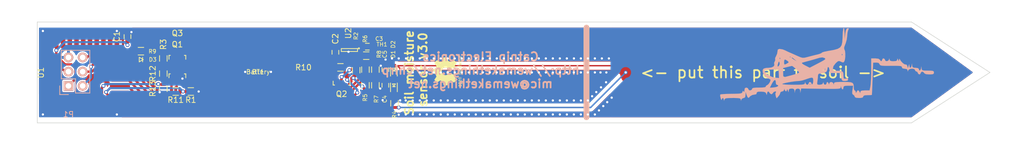
<source format=kicad_pcb>
(kicad_pcb (version 20160815) (host pcbnew no-vcs-found-undefined)

  (general
    (links 63)
    (no_connects 1)
    (area 79.949999 81.949999 250.050001 100.050001)
    (thickness 1.6)
    (drawings 13)
    (tracks 520)
    (zones 0)
    (modules 31)
    (nets 36)
  )

  (page A4)
  (layers
    (0 F.Cu signal)
    (31 B.Cu signal)
    (32 B.Adhes user)
    (33 F.Adhes user)
    (34 B.Paste user hide)
    (35 F.Paste user)
    (36 B.SilkS user hide)
    (37 F.SilkS user)
    (38 B.Mask user)
    (39 F.Mask user)
    (40 Dwgs.User user)
    (41 Cmts.User user)
    (42 Eco1.User user)
    (43 Eco2.User user)
    (44 Edge.Cuts user)
    (45 Margin user)
    (46 B.CrtYd user)
    (47 F.CrtYd user)
    (48 B.Fab user)
    (49 F.Fab user)
  )

  (setup
    (last_trace_width 5)
    (user_trace_width 0.2)
    (user_trace_width 0.4)
    (user_trace_width 0.6)
    (user_trace_width 0.8)
    (user_trace_width 1)
    (user_trace_width 2)
    (user_trace_width 0.254)
    (user_trace_width 0.508)
    (user_trace_width 1.27)
    (user_trace_width 5)
    (trace_clearance 0.1778)
    (zone_clearance 0.254)
    (zone_45_only no)
    (trace_min 0.254)
    (segment_width 0.2)
    (edge_width 0.1)
    (via_size 0.7)
    (via_drill 0.4)
    (via_min_size 0.7)
    (via_min_drill 0.4)
    (user_via 1.6 0.6)
    (user_via 0.8 0.4)
    (user_via 0.9 0.4)
    (uvia_size 0.508)
    (uvia_drill 0.127)
    (uvias_allowed no)
    (uvia_min_size 0.508)
    (uvia_min_drill 0.127)
    (pcb_text_width 0.3)
    (pcb_text_size 0.7 0.7)
    (mod_edge_width 0.15)
    (mod_text_size 0.7 0.7)
    (mod_text_width 0.11)
    (pad_size 5.08 2.79)
    (pad_drill 0)
    (pad_to_mask_clearance 0)
    (pad_to_paste_clearance -0.003)
    (aux_axis_origin 0 0)
    (visible_elements FFFEFF7F)
    (pcbplotparams
      (layerselection 0x010f8_ffffffff)
      (usegerberextensions false)
      (excludeedgelayer true)
      (linewidth 0.100000)
      (plotframeref false)
      (viasonmask false)
      (mode 1)
      (useauxorigin false)
      (hpglpennumber 1)
      (hpglpenspeed 20)
      (hpglpendiameter 15)
      (psnegative false)
      (psa4output false)
      (plotreference true)
      (plotvalue false)
      (plotinvisibletext false)
      (padsonsilk false)
      (subtractmaskfromsilk true)
      (outputformat 1)
      (mirror false)
      (drillshape 0)
      (scaleselection 1)
      (outputdirectory gerbers/))
  )

  (net 0 "")
  (net 1 GND)
  (net 2 VCC)
  (net 3 /SENSE_LOW)
  (net 4 /SENSOR_TRACK)
  (net 5 /THERMISTOR)
  (net 6 /RESET)
  (net 7 /EXCITATION)
  (net 8 "Net-(D3-Pad2)")
  (net 9 "Net-(D3-Pad1)")
  (net 10 +2V5)
  (net 11 /SWO)
  (net 12 /SWDCLK)
  (net 13 /SWDIO)
  (net 14 /PERIPHERAL_POWER_ENABLE)
  (net 15 "Net-(R9-Pad2)")
  (net 16 "Net-(Q1-Pad3)")
  (net 17 "Net-(Q1-Pad1)")
  (net 18 "Net-(U1-Pad2)")
  (net 19 "Net-(U1-Pad3)")
  (net 20 "Net-(U1-Pad4)")
  (net 21 "Net-(U1-Pad5)")
  (net 22 "Net-(U1-Pad6)")
  (net 23 "Net-(U1-Pad7)")
  (net 24 "Net-(U1-Pad8)")
  (net 25 "Net-(U1-Pad9)")
  (net 26 "Net-(U1-Pad28)")
  (net 27 "Net-(U1-Pad27)")
  (net 28 "Net-(U1-Pad26)")
  (net 29 "Net-(U1-Pad25)")
  (net 30 "Net-(U1-Pad24)")
  (net 31 /SENSE_HIGH)
  (net 32 +BATT)
  (net 33 "Net-(Q3-Pad3)")
  (net 34 /BATTERY_SENSE_ENABLE)
  (net 35 /BATTERY_SENSE)

  (net_class Default "This is the default net class."
    (clearance 0.1778)
    (trace_width 0.254)
    (via_dia 0.7)
    (via_drill 0.4)
    (uvia_dia 0.508)
    (uvia_drill 0.127)
    (diff_pair_gap 0.25)
    (diff_pair_width 0.2)
    (add_net +2V5)
    (add_net +BATT)
    (add_net /BATTERY_SENSE)
    (add_net /BATTERY_SENSE_ENABLE)
    (add_net /EXCITATION)
    (add_net /PERIPHERAL_POWER_ENABLE)
    (add_net /RESET)
    (add_net /SENSE_HIGH)
    (add_net /SENSE_LOW)
    (add_net /SWDCLK)
    (add_net /SWDIO)
    (add_net /SWO)
    (add_net /THERMISTOR)
    (add_net GND)
    (add_net "Net-(D3-Pad1)")
    (add_net "Net-(D3-Pad2)")
    (add_net "Net-(Q1-Pad1)")
    (add_net "Net-(Q1-Pad3)")
    (add_net "Net-(Q3-Pad3)")
    (add_net "Net-(R9-Pad2)")
    (add_net "Net-(U1-Pad2)")
    (add_net "Net-(U1-Pad24)")
    (add_net "Net-(U1-Pad25)")
    (add_net "Net-(U1-Pad26)")
    (add_net "Net-(U1-Pad27)")
    (add_net "Net-(U1-Pad28)")
    (add_net "Net-(U1-Pad3)")
    (add_net "Net-(U1-Pad4)")
    (add_net "Net-(U1-Pad5)")
    (add_net "Net-(U1-Pad6)")
    (add_net "Net-(U1-Pad7)")
    (add_net "Net-(U1-Pad8)")
    (add_net "Net-(U1-Pad9)")
    (add_net VCC)
  )

  (net_class excitation ""
    (clearance 0.6)
    (trace_width 0.254)
    (via_dia 0.7)
    (via_drill 0.4)
    (uvia_dia 0.508)
    (uvia_drill 0.127)
    (diff_pair_gap 0.25)
    (diff_pair_width 0.2)
    (add_net /SENSOR_TRACK)
  )

  (net_class sensor ""
    (clearance 0.2032)
    (trace_width 5)
    (via_dia 0.7)
    (via_drill 0.4)
    (uvia_dia 0.508)
    (uvia_drill 0.127)
    (diff_pair_gap 0.25)
    (diff_pair_width 0.2)
  )

  (module TO_SOT_Packages_SMD:SOT-23 (layer F.Cu) (tedit 553634F8) (tstamp 5824C2C3)
    (at 105 88.6)
    (descr "SOT-23, Standard")
    (tags SOT-23)
    (path /5824C429)
    (attr smd)
    (fp_text reference Q3 (at 0 -4.6) (layer F.SilkS)
      (effects (font (size 1 1) (thickness 0.15)))
    )
    (fp_text value Q_PMOS_GSD (at 0 2.3) (layer F.Fab)
      (effects (font (size 1 1) (thickness 0.15)))
    )
    (fp_line (start 1.49982 -0.65024) (end 1.49982 0.0508) (layer F.SilkS) (width 0.15))
    (fp_line (start 1.29916 -0.65024) (end 1.49982 -0.65024) (layer F.SilkS) (width 0.15))
    (fp_line (start -1.49982 -0.65024) (end -1.2509 -0.65024) (layer F.SilkS) (width 0.15))
    (fp_line (start -1.49982 0.0508) (end -1.49982 -0.65024) (layer F.SilkS) (width 0.15))
    (fp_line (start 1.29916 -0.65024) (end 1.2509 -0.65024) (layer F.SilkS) (width 0.15))
    (fp_line (start -1.65 1.6) (end -1.65 -1.6) (layer F.CrtYd) (width 0.05))
    (fp_line (start 1.65 1.6) (end -1.65 1.6) (layer F.CrtYd) (width 0.05))
    (fp_line (start 1.65 -1.6) (end 1.65 1.6) (layer F.CrtYd) (width 0.05))
    (fp_line (start -1.65 -1.6) (end 1.65 -1.6) (layer F.CrtYd) (width 0.05))
    (pad 3 smd rect (at 0 -0.99822) (size 0.8001 0.8001) (layers F.Cu F.Paste F.Mask)
      (net 33 "Net-(Q3-Pad3)"))
    (pad 2 smd rect (at 0.95 1.00076) (size 0.8001 0.8001) (layers F.Cu F.Paste F.Mask)
      (net 32 +BATT))
    (pad 1 smd rect (at -0.95 1.00076) (size 0.8001 0.8001) (layers F.Cu F.Paste F.Mask)
      (net 16 "Net-(Q1-Pad3)"))
    (model TO_SOT_Packages_SMD.3dshapes/SOT-23.wrl
      (at (xyz 0 0 0))
      (scale (xyz 1 1 1))
      (rotate (xyz 0 0 0))
    )
  )

  (module Resistors_SMD:R_0603 (layer F.Cu) (tedit 5415CC62) (tstamp 581B1C47)
    (at 107.4 94.4 180)
    (descr "Resistor SMD 0603, reflow soldering, Vishay (see dcrcw.pdf)")
    (tags "resistor 0603")
    (path /581B3BC2)
    (attr smd)
    (fp_text reference R1 (at 0 -1.5 180) (layer F.SilkS)
      (effects (font (size 1 1) (thickness 0.15)))
    )
    (fp_text value 1M (at 0 1.9 180) (layer F.Fab)
      (effects (font (size 1 1) (thickness 0.15)))
    )
    (fp_line (start -1.3 -0.8) (end 1.3 -0.8) (layer F.CrtYd) (width 0.05))
    (fp_line (start -1.3 0.8) (end 1.3 0.8) (layer F.CrtYd) (width 0.05))
    (fp_line (start -1.3 -0.8) (end -1.3 0.8) (layer F.CrtYd) (width 0.05))
    (fp_line (start 1.3 -0.8) (end 1.3 0.8) (layer F.CrtYd) (width 0.05))
    (fp_line (start 0.5 0.675) (end -0.5 0.675) (layer F.SilkS) (width 0.15))
    (fp_line (start -0.5 -0.675) (end 0.5 -0.675) (layer F.SilkS) (width 0.15))
    (pad 1 smd rect (at -0.75 0 180) (size 0.5 0.9) (layers F.Cu F.Paste F.Mask)
      (net 1 GND))
    (pad 2 smd rect (at 0.75 0 180) (size 0.5 0.9) (layers F.Cu F.Paste F.Mask)
      (net 34 /BATTERY_SENSE_ENABLE))
    (model Resistors_SMD.3dshapes/R_0603.wrl
      (at (xyz 0 0 0))
      (scale (xyz 1 1 1))
      (rotate (xyz 0 0 0))
    )
  )

  (module TO_SOT_Packages_SMD:SOT-23 (layer F.Cu) (tedit 553634F8) (tstamp 581B33E6)
    (at 105 91.9)
    (descr "SOT-23, Standard")
    (tags SOT-23)
    (path /581B3B5A)
    (attr smd)
    (fp_text reference Q1 (at 0 -5.9) (layer F.SilkS)
      (effects (font (size 1 1) (thickness 0.15)))
    )
    (fp_text value Q_NMOS_GSD (at 0 2.3) (layer F.Fab)
      (effects (font (size 1 1) (thickness 0.15)))
    )
    (fp_line (start 1.49982 -0.65024) (end 1.49982 0.0508) (layer F.SilkS) (width 0.15))
    (fp_line (start 1.29916 -0.65024) (end 1.49982 -0.65024) (layer F.SilkS) (width 0.15))
    (fp_line (start -1.49982 -0.65024) (end -1.2509 -0.65024) (layer F.SilkS) (width 0.15))
    (fp_line (start -1.49982 0.0508) (end -1.49982 -0.65024) (layer F.SilkS) (width 0.15))
    (fp_line (start 1.29916 -0.65024) (end 1.2509 -0.65024) (layer F.SilkS) (width 0.15))
    (fp_line (start -1.65 1.6) (end -1.65 -1.6) (layer F.CrtYd) (width 0.05))
    (fp_line (start 1.65 1.6) (end -1.65 1.6) (layer F.CrtYd) (width 0.05))
    (fp_line (start 1.65 -1.6) (end 1.65 1.6) (layer F.CrtYd) (width 0.05))
    (fp_line (start -1.65 -1.6) (end 1.65 -1.6) (layer F.CrtYd) (width 0.05))
    (pad 3 smd rect (at 0 -0.99822) (size 0.8001 0.8001) (layers F.Cu F.Paste F.Mask)
      (net 16 "Net-(Q1-Pad3)"))
    (pad 2 smd rect (at 0.95 1.00076) (size 0.8001 0.8001) (layers F.Cu F.Paste F.Mask)
      (net 1 GND))
    (pad 1 smd rect (at -0.95 1.00076) (size 0.8001 0.8001) (layers F.Cu F.Paste F.Mask)
      (net 17 "Net-(Q1-Pad1)"))
    (model TO_SOT_Packages_SMD.3dshapes/SOT-23.wrl
      (at (xyz 0 0 0))
      (scale (xyz 1 1 1))
      (rotate (xyz 0 0 0))
    )
  )

  (module TO_SOT_Packages_SMD:SOT-23 (layer F.Cu) (tedit 553634F8) (tstamp 581B33F1)
    (at 134.3 92.6 180)
    (descr "SOT-23, Standard")
    (tags SOT-23)
    (path /581B3469)
    (attr smd)
    (fp_text reference Q2 (at 0 -2.25 180) (layer F.SilkS)
      (effects (font (size 1 1) (thickness 0.15)))
    )
    (fp_text value Q_PMOS_GSD (at 0 2.3 180) (layer F.Fab)
      (effects (font (size 1 1) (thickness 0.15)))
    )
    (fp_line (start 1.49982 -0.65024) (end 1.49982 0.0508) (layer F.SilkS) (width 0.15))
    (fp_line (start 1.29916 -0.65024) (end 1.49982 -0.65024) (layer F.SilkS) (width 0.15))
    (fp_line (start -1.49982 -0.65024) (end -1.2509 -0.65024) (layer F.SilkS) (width 0.15))
    (fp_line (start -1.49982 0.0508) (end -1.49982 -0.65024) (layer F.SilkS) (width 0.15))
    (fp_line (start 1.29916 -0.65024) (end 1.2509 -0.65024) (layer F.SilkS) (width 0.15))
    (fp_line (start -1.65 1.6) (end -1.65 -1.6) (layer F.CrtYd) (width 0.05))
    (fp_line (start 1.65 1.6) (end -1.65 1.6) (layer F.CrtYd) (width 0.05))
    (fp_line (start 1.65 -1.6) (end 1.65 1.6) (layer F.CrtYd) (width 0.05))
    (fp_line (start -1.65 -1.6) (end 1.65 -1.6) (layer F.CrtYd) (width 0.05))
    (pad 3 smd rect (at 0 -0.99822 180) (size 0.8001 0.8001) (layers F.Cu F.Paste F.Mask)
      (net 2 VCC))
    (pad 2 smd rect (at 0.95 1.00076 180) (size 0.8001 0.8001) (layers F.Cu F.Paste F.Mask)
      (net 10 +2V5))
    (pad 1 smd rect (at -0.95 1.00076 180) (size 0.8001 0.8001) (layers F.Cu F.Paste F.Mask)
      (net 14 /PERIPHERAL_POWER_ENABLE))
    (model TO_SOT_Packages_SMD.3dshapes/SOT-23.wrl
      (at (xyz 0 0 0))
      (scale (xyz 1 1 1))
      (rotate (xyz 0 0 0))
    )
  )

  (module ble-footprints:BGM111 (layer F.Cu) (tedit 581AF8E7) (tstamp 581AF87B)
    (at 80.15 91.05 90)
    (path /581AFAD0)
    (fp_text reference U1 (at 0 0.5 90) (layer F.SilkS)
      (effects (font (size 1 1) (thickness 0.15)))
    )
    (fp_text value BGM111 (at -0.03 4.63 90) (layer F.Fab)
      (effects (font (size 1 1) (thickness 0.15)))
    )
    (fp_line (start -6.45 0) (end -6.45 15) (layer F.Fab) (width 0.15))
    (fp_line (start -6.45 15) (end 6.45 15) (layer F.Fab) (width 0.15))
    (fp_line (start 6.45 15) (end 6.45 0) (layer F.Fab) (width 0.15))
    (fp_line (start 6.45 0) (end -6.45 0) (layer F.Fab) (width 0.15))
    (fp_line (start -3.8 0) (end -3.8 3.5) (layer F.Mask) (width 0.15))
    (fp_line (start -3.8 3.5) (end 3.8 3.5) (layer F.Mask) (width 0.15))
    (fp_line (start 3.8 3.5) (end 3.8 0) (layer F.Mask) (width 0.15))
    (fp_line (start 3.8 0) (end -3.8 0) (layer F.Mask) (width 0.15))
    (pad 31 smd oval (at 6.05 0.85 90) (size 3.6 0.8) (layers F.Cu F.Paste F.Mask)
      (net 1 GND))
    (pad 1 smd oval (at -6.05 0.85 90) (size 3.6 0.8) (layers F.Cu F.Paste F.Mask)
      (net 1 GND))
    (pad 2 smd oval (at -6.05 2.05 90) (size 3.6 0.8) (layers F.Cu F.Paste F.Mask)
      (net 18 "Net-(U1-Pad2)"))
    (pad 3 smd oval (at -6.05 3.25 90) (size 3.6 0.8) (layers F.Cu F.Paste F.Mask)
      (net 19 "Net-(U1-Pad3)"))
    (pad 4 smd oval (at -6.05 4.45 90) (size 3.6 0.8) (layers F.Cu F.Paste F.Mask)
      (net 20 "Net-(U1-Pad4)"))
    (pad 5 smd oval (at -6.05 5.65 90) (size 3.6 0.8) (layers F.Cu F.Paste F.Mask)
      (net 21 "Net-(U1-Pad5)"))
    (pad 6 smd oval (at -6.05 6.85 90) (size 3.6 0.8) (layers F.Cu F.Paste F.Mask)
      (net 22 "Net-(U1-Pad6)"))
    (pad 7 smd oval (at -6.05 8.05 90) (size 3.6 0.8) (layers F.Cu F.Paste F.Mask)
      (net 23 "Net-(U1-Pad7)"))
    (pad 8 smd oval (at -6.05 9.25 90) (size 3.6 0.8) (layers F.Cu F.Paste F.Mask)
      (net 24 "Net-(U1-Pad8)"))
    (pad 9 smd oval (at -6.05 10.45 90) (size 3.6 0.8) (layers F.Cu F.Paste F.Mask)
      (net 25 "Net-(U1-Pad9)"))
    (pad 10 smd oval (at -6.05 11.65 90) (size 3.6 0.8) (layers F.Cu F.Paste F.Mask)
      (net 35 /BATTERY_SENSE))
    (pad 11 smd oval (at -6.05 12.85 90) (size 3.6 0.8) (layers F.Cu F.Paste F.Mask)
      (net 34 /BATTERY_SENSE_ENABLE))
    (pad 12 smd oval (at -6.05 14.05 90) (size 3.6 0.8) (layers F.Cu F.Paste F.Mask)
      (net 1 GND))
    (pad 30 smd oval (at 6.05 2.05 90) (size 3.6 0.8) (layers F.Cu F.Paste F.Mask)
      (net 6 /RESET))
    (pad 29 smd oval (at 6.05 3.25 90) (size 3.6 0.8) (layers F.Cu F.Paste F.Mask)
      (net 10 +2V5))
    (pad 28 smd oval (at 6.05 4.45 90) (size 3.6 0.8) (layers F.Cu F.Paste F.Mask)
      (net 26 "Net-(U1-Pad28)"))
    (pad 27 smd oval (at 6.05 5.65 90) (size 3.6 0.8) (layers F.Cu F.Paste F.Mask)
      (net 27 "Net-(U1-Pad27)"))
    (pad 26 smd oval (at 6.05 6.85 90) (size 3.6 0.8) (layers F.Cu F.Paste F.Mask)
      (net 28 "Net-(U1-Pad26)"))
    (pad 25 smd oval (at 6.05 8.05 90) (size 3.6 0.8) (layers F.Cu F.Paste F.Mask)
      (net 29 "Net-(U1-Pad25)"))
    (pad 24 smd oval (at 6.05 9.25 90) (size 3.6 0.8) (layers F.Cu F.Paste F.Mask)
      (net 30 "Net-(U1-Pad24)"))
    (pad 23 smd oval (at 6.05 10.45 90) (size 3.6 0.8) (layers F.Cu F.Paste F.Mask)
      (net 11 /SWO))
    (pad 22 smd oval (at 6.05 11.65 90) (size 3.6 0.8) (layers F.Cu F.Paste F.Mask)
      (net 13 /SWDIO))
    (pad 21 smd oval (at 6.05 12.85 90) (size 3.6 0.8) (layers F.Cu F.Paste F.Mask)
      (net 12 /SWDCLK))
    (pad 20 smd oval (at 6.05 14.05 90) (size 3.6 0.8) (layers F.Cu F.Paste F.Mask)
      (net 1 GND))
    (pad 13 smd oval (at -3.6 14.6 180) (size 3.6 0.8) (layers F.Cu F.Paste F.Mask)
      (net 7 /EXCITATION))
    (pad 14 smd oval (at -2.4 14.6 180) (size 3.6 0.8) (layers F.Cu F.Paste F.Mask)
      (net 14 /PERIPHERAL_POWER_ENABLE))
    (pad 15 smd oval (at -1.2 14.6 180) (size 3.6 0.8) (layers F.Cu F.Paste F.Mask)
      (net 31 /SENSE_HIGH))
    (pad 16 smd oval (at 0 14.6 180) (size 3.6 0.8) (layers F.Cu F.Paste F.Mask)
      (net 3 /SENSE_LOW))
    (pad 17 smd oval (at 1.2 14.6 180) (size 3.6 0.8) (layers F.Cu F.Paste F.Mask)
      (net 5 /THERMISTOR))
    (pad 18 smd oval (at 2.4 14.6 180) (size 3.6 0.8) (layers F.Cu F.Paste F.Mask)
      (net 9 "Net-(D3-Pad1)"))
    (pad 19 smd oval (at 3.6 14.6 180) (size 3.6 0.8) (layers F.Cu F.Paste F.Mask)
      (net 15 "Net-(R9-Pad2)"))
    (model "/home/miceuz/Xaltura/skin-visor/electronics/3d-models/User Library-BGM111-1.STEP"
      (at (xyz 0 -0.2952755905511811 0))
      (scale (xyz 1 1 1))
      (rotate (xyz 90 180 180))
    )
    (model "${KIPRJMOD}/3dmodels/Plastikinio butelio aliejui ruosinys 22 Oil.STEP"
      (at (xyz 0 3.937007874015748 0))
      (scale (xyz 1 1 1))
      (rotate (xyz 180 0 0))
    )
    (model ${KIPRJMOD}/3dmodels/cap.STEP
      (at (xyz 0 -2.755905511811024 -0.03937007874015748))
      (scale (xyz 1 1 1))
      (rotate (xyz 0 0 -90))
    )
  )

  (module LEDs:LED-0603 (layer F.Cu) (tedit 562D1888) (tstamp 54E0C815)
    (at 98.5 88.7 270)
    (descr "LED 0603 smd package")
    (tags "LED led 0603 SMD smd SMT smt smdled SMDLED smtled SMTLED")
    (path /581AF865)
    (attr smd)
    (fp_text reference D3 (at 0 -2.1) (layer F.SilkS)
      (effects (font (size 0.7 0.7) (thickness 0.11)))
    )
    (fp_text value LED (at 0 -4.1) (layer F.Fab)
      (effects (font (size 0.7 0.7) (thickness 0.11)))
    )
    (fp_line (start 0.4 -0.3) (end -0.4 -0.3) (layer F.SilkS) (width 0.15))
    (fp_line (start 0.4 0.3) (end 0 -0.4) (layer F.SilkS) (width 0.15))
    (fp_line (start -0.4 0.3) (end 0.4 0.3) (layer F.SilkS) (width 0.15))
    (fp_line (start 0 -0.4) (end -0.4 0.3) (layer F.SilkS) (width 0.15))
    (pad 1 smd rect (at 0 0.825 270) (size 0.8 0.8) (layers F.Cu F.Paste F.Mask)
      (net 9 "Net-(D3-Pad1)"))
    (pad 2 smd rect (at 0 -0.825 270) (size 0.8 0.8) (layers F.Cu F.Paste F.Mask)
      (net 8 "Net-(D3-Pad2)"))
  )

  (module SMD_Packages:SOD-523 (layer F.Cu) (tedit 55CF1B55) (tstamp 54E211A5)
    (at 143.642 90.496 270)
    (descr "http://www.diodes.com/datasheets/ap02001.pdf p.144")
    (tags "Diode SOD523")
    (path /581AF84F)
    (fp_text reference D2 (at -4.496 0.142 270) (layer F.SilkS)
      (effects (font (size 0.7 0.7) (thickness 0.11)))
    )
    (fp_text value BAT54 (at -7.246 0.142 270) (layer F.Fab)
      (effects (font (size 0.7 0.7) (thickness 0.11)))
    )
    (fp_line (start 0.25 -0.25) (end 0.25 0.25) (layer F.SilkS) (width 0.15))
    (fp_line (start -0.25 -0.25) (end -0.25 0.25) (layer F.SilkS) (width 0.15))
    (fp_line (start -0.25 0.25) (end 0.25 0) (layer F.SilkS) (width 0.15))
    (fp_line (start 0.25 0) (end -0.25 -0.25) (layer F.SilkS) (width 0.15))
    (fp_line (start -0.4 0.6) (end 1.15 0.6) (layer F.SilkS) (width 0.15))
    (fp_line (start -0.4 -0.6) (end 1.15 -0.6) (layer F.SilkS) (width 0.15))
    (pad 1 smd rect (at -0.7 0 270) (size 0.6 0.7) (layers F.Cu F.Paste F.Mask)
      (net 4 /SENSOR_TRACK))
    (pad 2 smd rect (at 0.7 0 270) (size 0.6 0.7) (layers F.Cu F.Paste F.Mask)
      (net 3 /SENSE_LOW))
    (model ${KISYS3DMOD}/walter/smd_diode/sod523.wrl
      (at (xyz 0 0 0))
      (scale (xyz 1 1 1))
      (rotate (xyz 0 0 0))
    )
  )

  (module SMD_Packages:SOD-523 (layer F.Cu) (tedit 55CF1B28) (tstamp 54E2166C)
    (at 143.642 93.29 270)
    (descr "http://www.diodes.com/datasheets/ap02001.pdf p.144")
    (tags "Diode SOD523")
    (path /581AF850)
    (fp_text reference D1 (at -5.54 0.142 270) (layer F.SilkS)
      (effects (font (size 0.7 0.7) (thickness 0.11)))
    )
    (fp_text value BAT54 (at -13.54 0.142 270) (layer F.Fab)
      (effects (font (size 0.7 0.7) (thickness 0.11)))
    )
    (fp_line (start 0.25 -0.25) (end 0.25 0.25) (layer F.SilkS) (width 0.15))
    (fp_line (start -0.25 -0.25) (end 0.25 0) (layer F.SilkS) (width 0.15))
    (fp_line (start 0.25 0) (end -0.25 0.25) (layer F.SilkS) (width 0.15))
    (fp_line (start -0.25 0.25) (end -0.25 -0.25) (layer F.SilkS) (width 0.15))
    (fp_line (start -0.4 0.6) (end 1.15 0.6) (layer F.SilkS) (width 0.15))
    (fp_line (start -0.4 -0.6) (end 1.15 -0.6) (layer F.SilkS) (width 0.15))
    (pad 1 smd rect (at -0.7 0 270) (size 0.6 0.7) (layers F.Cu F.Paste F.Mask)
      (net 31 /SENSE_HIGH))
    (pad 2 smd rect (at 0.7 0 270) (size 0.6 0.7) (layers F.Cu F.Paste F.Mask)
      (net 4 /SENSOR_TRACK))
    (model ${KISYS3DMOD}/walter/smd_diode/sod523.wrl
      (at (xyz 0 0 0))
      (scale (xyz 1 1 1))
      (rotate (xyz 0 0 0))
    )
  )

  (module Capacitors_SMD:C_0603 (layer F.Cu) (tedit 55CE14B8) (tstamp 54E263FC)
    (at 138.9 86.4)
    (descr "Capacitor SMD 0603, reflow soldering, AVX (see smccp.pdf)")
    (tags "capacitor 0603")
    (path /581B2676)
    (attr smd)
    (fp_text reference C3 (at 2.1 -1.4) (layer F.SilkS)
      (effects (font (size 0.7 0.7) (thickness 0.11)))
    )
    (fp_text value 1u (at -3.65 0.05) (layer F.Fab)
      (effects (font (size 0.7 0.7) (thickness 0.11)))
    )
    (fp_line (start -1.45 -0.75) (end 1.45 -0.75) (layer F.CrtYd) (width 0.05))
    (fp_line (start -1.45 0.75) (end 1.45 0.75) (layer F.CrtYd) (width 0.05))
    (fp_line (start -1.45 -0.75) (end -1.45 0.75) (layer F.CrtYd) (width 0.05))
    (fp_line (start 1.45 -0.75) (end 1.45 0.75) (layer F.CrtYd) (width 0.05))
    (fp_line (start -0.35 -0.6) (end 0.35 -0.6) (layer F.SilkS) (width 0.15))
    (fp_line (start 0.35 0.6) (end -0.35 0.6) (layer F.SilkS) (width 0.15))
    (pad 1 smd rect (at -0.75 0) (size 0.8 0.75) (layers F.Cu F.Paste F.Mask)
      (net 10 +2V5))
    (pad 2 smd rect (at 0.75 0) (size 0.8 0.75) (layers F.Cu F.Paste F.Mask)
      (net 1 GND))
    (model Capacitors_SMD/C_0603.wrl
      (at (xyz 0 0 0))
      (scale (xyz 1 1 1))
      (rotate (xyz 0 0 0))
    )
  )

  (module Capacitors_SMD:C_0603 (layer F.Cu) (tedit 55CE1528) (tstamp 54E26401)
    (at 142.118 93.29 270)
    (descr "Capacitor SMD 0603, reflow soldering, AVX (see smccp.pdf)")
    (tags "capacitor 0603")
    (path /581AF859)
    (attr smd)
    (fp_text reference C4 (at 2.46 0.118 270) (layer F.SilkS)
      (effects (font (size 0.7 0.7) (thickness 0.11)))
    )
    (fp_text value 1n (at 4.71 0.118 270) (layer F.Fab)
      (effects (font (size 0.7 0.7) (thickness 0.11)))
    )
    (fp_line (start -1.45 -0.75) (end 1.45 -0.75) (layer F.CrtYd) (width 0.05))
    (fp_line (start -1.45 0.75) (end 1.45 0.75) (layer F.CrtYd) (width 0.05))
    (fp_line (start -1.45 -0.75) (end -1.45 0.75) (layer F.CrtYd) (width 0.05))
    (fp_line (start 1.45 -0.75) (end 1.45 0.75) (layer F.CrtYd) (width 0.05))
    (fp_line (start -0.35 -0.6) (end 0.35 -0.6) (layer F.SilkS) (width 0.15))
    (fp_line (start 0.35 0.6) (end -0.35 0.6) (layer F.SilkS) (width 0.15))
    (pad 1 smd rect (at -0.75 0 270) (size 0.8 0.75) (layers F.Cu F.Paste F.Mask)
      (net 31 /SENSE_HIGH))
    (pad 2 smd rect (at 0.75 0 270) (size 0.8 0.75) (layers F.Cu F.Paste F.Mask)
      (net 1 GND))
    (model Capacitors_SMD/C_0603.wrl
      (at (xyz 0 0 0))
      (scale (xyz 1 1 1))
      (rotate (xyz 0 0 0))
    )
  )

  (module Capacitors_SMD:C_0603 (layer F.Cu) (tedit 55CE148C) (tstamp 54E26406)
    (at 142.118 90.496 90)
    (descr "Capacitor SMD 0603, reflow soldering, AVX (see smccp.pdf)")
    (tags "capacitor 0603")
    (path /581AF856)
    (attr smd)
    (fp_text reference C5 (at 2.746 -0.118 90) (layer F.SilkS)
      (effects (font (size 0.7 0.7) (thickness 0.11)))
    )
    (fp_text value 1n (at 4.496 -0.118 90) (layer F.Fab)
      (effects (font (size 0.7 0.7) (thickness 0.11)))
    )
    (fp_line (start -1.45 -0.75) (end 1.45 -0.75) (layer F.CrtYd) (width 0.05))
    (fp_line (start -1.45 0.75) (end 1.45 0.75) (layer F.CrtYd) (width 0.05))
    (fp_line (start -1.45 -0.75) (end -1.45 0.75) (layer F.CrtYd) (width 0.05))
    (fp_line (start 1.45 -0.75) (end 1.45 0.75) (layer F.CrtYd) (width 0.05))
    (fp_line (start -0.35 -0.6) (end 0.35 -0.6) (layer F.SilkS) (width 0.15))
    (fp_line (start 0.35 0.6) (end -0.35 0.6) (layer F.SilkS) (width 0.15))
    (pad 1 smd rect (at -0.75 0 90) (size 0.8 0.75) (layers F.Cu F.Paste F.Mask)
      (net 3 /SENSE_LOW))
    (pad 2 smd rect (at 0.75 0 90) (size 0.8 0.75) (layers F.Cu F.Paste F.Mask)
      (net 1 GND))
    (model Capacitors_SMD/C_0603.wrl
      (at (xyz 0 0 0))
      (scale (xyz 1 1 1))
      (rotate (xyz 0 0 0))
    )
  )

  (module Resistors_SMD:R_0603 (layer F.Cu) (tedit 55CE1546) (tstamp 54E2641A)
    (at 136.9 90.6 90)
    (descr "Resistor SMD 0603, reflow soldering, Vishay (see dcrcw.pdf)")
    (tags "resistor 0603")
    (path /581AF862)
    (attr smd)
    (fp_text reference R2 (at 6.1 -0.034 90) (layer F.SilkS)
      (effects (font (size 0.7 0.7) (thickness 0.11)))
    )
    (fp_text value "10k 0.1%" (at 5.472 -0.034 90) (layer F.Fab)
      (effects (font (size 0.7 0.7) (thickness 0.11)))
    )
    (fp_line (start -1.3 -0.8) (end 1.3 -0.8) (layer F.CrtYd) (width 0.05))
    (fp_line (start -1.3 0.8) (end 1.3 0.8) (layer F.CrtYd) (width 0.05))
    (fp_line (start -1.3 -0.8) (end -1.3 0.8) (layer F.CrtYd) (width 0.05))
    (fp_line (start 1.3 -0.8) (end 1.3 0.8) (layer F.CrtYd) (width 0.05))
    (fp_line (start 0.5 0.675) (end -0.5 0.675) (layer F.SilkS) (width 0.15))
    (fp_line (start -0.5 -0.675) (end 0.5 -0.675) (layer F.SilkS) (width 0.15))
    (pad 1 smd rect (at -0.75 0 90) (size 0.5 0.9) (layers F.Cu F.Paste F.Mask)
      (net 2 VCC))
    (pad 2 smd rect (at 0.75 0 90) (size 0.5 0.9) (layers F.Cu F.Paste F.Mask)
      (net 5 /THERMISTOR))
    (model Resistors_SMD/R_0603.wrl
      (at (xyz 0 0 0))
      (scale (xyz 1 1 1))
      (rotate (xyz 0 0 0))
    )
  )

  (module Resistors_SMD:R_0603 (layer F.Cu) (tedit 5415CC62) (tstamp 54E2641F)
    (at 143.75 96.5 90)
    (descr "Resistor SMD 0603, reflow soldering, Vishay (see dcrcw.pdf)")
    (tags "resistor 0603")
    (path /581AF851)
    (attr smd)
    (fp_text reference R4 (at -2 0 90) (layer F.SilkS)
      (effects (font (size 0.7 0.7) (thickness 0.11)))
    )
    (fp_text value 330 (at -4 0 90) (layer F.Fab)
      (effects (font (size 0.7 0.7) (thickness 0.11)))
    )
    (fp_line (start -1.3 -0.8) (end 1.3 -0.8) (layer F.CrtYd) (width 0.05))
    (fp_line (start -1.3 0.8) (end 1.3 0.8) (layer F.CrtYd) (width 0.05))
    (fp_line (start -1.3 -0.8) (end -1.3 0.8) (layer F.CrtYd) (width 0.05))
    (fp_line (start 1.3 -0.8) (end 1.3 0.8) (layer F.CrtYd) (width 0.05))
    (fp_line (start 0.5 0.675) (end -0.5 0.675) (layer F.SilkS) (width 0.15))
    (fp_line (start -0.5 -0.675) (end 0.5 -0.675) (layer F.SilkS) (width 0.15))
    (pad 1 smd rect (at -0.75 0 90) (size 0.5 0.9) (layers F.Cu F.Paste F.Mask)
      (net 4 /SENSOR_TRACK))
    (pad 2 smd rect (at 0.75 0 90) (size 0.5 0.9) (layers F.Cu F.Paste F.Mask)
      (net 7 /EXCITATION))
    (model Resistors_SMD/R_0603.wrl
      (at (xyz 0 0 0))
      (scale (xyz 1 1 1))
      (rotate (xyz 0 0 0))
    )
  )

  (module Resistors_SMD:R_0603 (layer F.Cu) (tedit 55CE14FE) (tstamp 54E26424)
    (at 138.562 93.29 270)
    (descr "Resistor SMD 0603, reflow soldering, Vishay (see dcrcw.pdf)")
    (tags "resistor 0603")
    (path /581AF85A)
    (attr smd)
    (fp_text reference R5 (at 2.21 0.062 270) (layer F.SilkS)
      (effects (font (size 0.7 0.7) (thickness 0.11)))
    )
    (fp_text value 1M (at 0.71 2.312 270) (layer F.Fab)
      (effects (font (size 0.7 0.7) (thickness 0.11)))
    )
    (fp_line (start -1.3 -0.8) (end 1.3 -0.8) (layer F.CrtYd) (width 0.05))
    (fp_line (start -1.3 0.8) (end 1.3 0.8) (layer F.CrtYd) (width 0.05))
    (fp_line (start -1.3 -0.8) (end -1.3 0.8) (layer F.CrtYd) (width 0.05))
    (fp_line (start 1.3 -0.8) (end 1.3 0.8) (layer F.CrtYd) (width 0.05))
    (fp_line (start 0.5 0.675) (end -0.5 0.675) (layer F.SilkS) (width 0.15))
    (fp_line (start -0.5 -0.675) (end 0.5 -0.675) (layer F.SilkS) (width 0.15))
    (pad 1 smd rect (at -0.75 0 270) (size 0.5 0.9) (layers F.Cu F.Paste F.Mask)
      (net 31 /SENSE_HIGH))
    (pad 2 smd rect (at 0.75 0 270) (size 0.5 0.9) (layers F.Cu F.Paste F.Mask)
      (net 2 VCC))
    (model Resistors_SMD/R_0603.wrl
      (at (xyz 0 0 0))
      (scale (xyz 1 1 1))
      (rotate (xyz 0 0 0))
    )
  )

  (module Resistors_SMD:R_0603 (layer F.Cu) (tedit 55CE153F) (tstamp 54E26429)
    (at 138.562 90.496 90)
    (descr "Resistor SMD 0603, reflow soldering, Vishay (see dcrcw.pdf)")
    (tags "resistor 0603")
    (path /581AF853)
    (attr smd)
    (fp_text reference R6 (at 5.496 -0.062 90) (layer F.SilkS)
      (effects (font (size 0.7 0.7) (thickness 0.11)))
    )
    (fp_text value 1M (at 4.996 0.688 90) (layer F.Fab)
      (effects (font (size 0.7 0.7) (thickness 0.11)))
    )
    (fp_line (start -1.3 -0.8) (end 1.3 -0.8) (layer F.CrtYd) (width 0.05))
    (fp_line (start -1.3 0.8) (end 1.3 0.8) (layer F.CrtYd) (width 0.05))
    (fp_line (start -1.3 -0.8) (end -1.3 0.8) (layer F.CrtYd) (width 0.05))
    (fp_line (start 1.3 -0.8) (end 1.3 0.8) (layer F.CrtYd) (width 0.05))
    (fp_line (start 0.5 0.675) (end -0.5 0.675) (layer F.SilkS) (width 0.15))
    (fp_line (start -0.5 -0.675) (end 0.5 -0.675) (layer F.SilkS) (width 0.15))
    (pad 1 smd rect (at -0.75 0 90) (size 0.5 0.9) (layers F.Cu F.Paste F.Mask)
      (net 3 /SENSE_LOW))
    (pad 2 smd rect (at 0.75 0 90) (size 0.5 0.9) (layers F.Cu F.Paste F.Mask)
      (net 2 VCC))
    (model Resistors_SMD/R_0603.wrl
      (at (xyz 0 0 0))
      (scale (xyz 1 1 1))
      (rotate (xyz 0 0 0))
    )
  )

  (module Resistors_SMD:R_0603 (layer F.Cu) (tedit 55CE1538) (tstamp 54E2642E)
    (at 140.34 93.29 90)
    (descr "Resistor SMD 0603, reflow soldering, Vishay (see dcrcw.pdf)")
    (tags "resistor 0603")
    (path /581AF854)
    (attr smd)
    (fp_text reference R7 (at -2.46 0.16 90) (layer F.SilkS)
      (effects (font (size 0.7 0.7) (thickness 0.11)))
    )
    (fp_text value 1M (at -4.71 -0.09 90) (layer F.Fab)
      (effects (font (size 0.7 0.7) (thickness 0.11)))
    )
    (fp_line (start -1.3 -0.8) (end 1.3 -0.8) (layer F.CrtYd) (width 0.05))
    (fp_line (start -1.3 0.8) (end 1.3 0.8) (layer F.CrtYd) (width 0.05))
    (fp_line (start -1.3 -0.8) (end -1.3 0.8) (layer F.CrtYd) (width 0.05))
    (fp_line (start 1.3 -0.8) (end 1.3 0.8) (layer F.CrtYd) (width 0.05))
    (fp_line (start 0.5 0.675) (end -0.5 0.675) (layer F.SilkS) (width 0.15))
    (fp_line (start -0.5 -0.675) (end 0.5 -0.675) (layer F.SilkS) (width 0.15))
    (pad 1 smd rect (at -0.75 0 90) (size 0.5 0.9) (layers F.Cu F.Paste F.Mask)
      (net 1 GND))
    (pad 2 smd rect (at 0.75 0 90) (size 0.5 0.9) (layers F.Cu F.Paste F.Mask)
      (net 31 /SENSE_HIGH))
    (model Resistors_SMD/R_0603.wrl
      (at (xyz 0 0 0))
      (scale (xyz 1 1 1))
      (rotate (xyz 0 0 0))
    )
  )

  (module Resistors_SMD:R_0603 (layer F.Cu) (tedit 55CE148A) (tstamp 54E26433)
    (at 140.34 90.496 270)
    (descr "Resistor SMD 0603, reflow soldering, Vishay (see dcrcw.pdf)")
    (tags "resistor 0603")
    (path /581AF858)
    (attr smd)
    (fp_text reference R8 (at -2.746 -0.66 270) (layer F.SilkS)
      (effects (font (size 0.7 0.7) (thickness 0.11)))
    )
    (fp_text value 1M (at -4.496 0.09 270) (layer F.Fab)
      (effects (font (size 0.7 0.7) (thickness 0.11)))
    )
    (fp_line (start -1.3 -0.8) (end 1.3 -0.8) (layer F.CrtYd) (width 0.05))
    (fp_line (start -1.3 0.8) (end 1.3 0.8) (layer F.CrtYd) (width 0.05))
    (fp_line (start -1.3 -0.8) (end -1.3 0.8) (layer F.CrtYd) (width 0.05))
    (fp_line (start 1.3 -0.8) (end 1.3 0.8) (layer F.CrtYd) (width 0.05))
    (fp_line (start 0.5 0.675) (end -0.5 0.675) (layer F.SilkS) (width 0.15))
    (fp_line (start -0.5 -0.675) (end 0.5 -0.675) (layer F.SilkS) (width 0.15))
    (pad 1 smd rect (at -0.75 0 270) (size 0.5 0.9) (layers F.Cu F.Paste F.Mask)
      (net 1 GND))
    (pad 2 smd rect (at 0.75 0 270) (size 0.5 0.9) (layers F.Cu F.Paste F.Mask)
      (net 3 /SENSE_LOW))
    (model Resistors_SMD/R_0603.wrl
      (at (xyz 0 0 0))
      (scale (xyz 1 1 1))
      (rotate (xyz 0 0 0))
    )
  )

  (module Resistors_SMD:R_0603 (layer F.Cu) (tedit 562D0CD8) (tstamp 54E26438)
    (at 98.5 87.2 180)
    (descr "Resistor SMD 0603, reflow soldering, Vishay (see dcrcw.pdf)")
    (tags "resistor 0603")
    (path /581AF866)
    (attr smd)
    (fp_text reference R9 (at -2.05 -0.05 180) (layer F.SilkS)
      (effects (font (size 0.7 0.7) (thickness 0.11)))
    )
    (fp_text value 330 (at -4.05 -0.05 180) (layer F.Fab)
      (effects (font (size 0.7 0.7) (thickness 0.11)))
    )
    (fp_line (start -1.3 -0.8) (end 1.3 -0.8) (layer F.CrtYd) (width 0.05))
    (fp_line (start -1.3 0.8) (end 1.3 0.8) (layer F.CrtYd) (width 0.05))
    (fp_line (start -1.3 -0.8) (end -1.3 0.8) (layer F.CrtYd) (width 0.05))
    (fp_line (start 1.3 -0.8) (end 1.3 0.8) (layer F.CrtYd) (width 0.05))
    (fp_line (start 0.5 0.675) (end -0.5 0.675) (layer F.SilkS) (width 0.15))
    (fp_line (start -0.5 -0.675) (end 0.5 -0.675) (layer F.SilkS) (width 0.15))
    (pad 1 smd rect (at -0.75 0 180) (size 0.5 0.9) (layers F.Cu F.Paste F.Mask)
      (net 8 "Net-(D3-Pad2)"))
    (pad 2 smd rect (at 0.75 0 180) (size 0.5 0.9) (layers F.Cu F.Paste F.Mask)
      (net 15 "Net-(R9-Pad2)"))
    (model Resistors_SMD/R_0603.wrl
      (at (xyz 0 0 0))
      (scale (xyz 1 1 1))
      (rotate (xyz 0 0 0))
    )
  )

  (module Resistors_SMD:R_0603 (layer F.Cu) (tedit 55CE154E) (tstamp 54E26442)
    (at 138.7 88)
    (descr "Resistor SMD 0603, reflow soldering, Vishay (see dcrcw.pdf)")
    (tags "resistor 0603")
    (path /581AF861)
    (attr smd)
    (fp_text reference TH1 (at 2.8 -2) (layer F.SilkS)
      (effects (font (size 0.7 0.7) (thickness 0.11)))
    )
    (fp_text value NCP18XH103F03RB (at 10.5 0) (layer F.Fab)
      (effects (font (size 0.7 0.7) (thickness 0.11)))
    )
    (fp_line (start -1.3 -0.8) (end 1.3 -0.8) (layer F.CrtYd) (width 0.05))
    (fp_line (start -1.3 0.8) (end 1.3 0.8) (layer F.CrtYd) (width 0.05))
    (fp_line (start -1.3 -0.8) (end -1.3 0.8) (layer F.CrtYd) (width 0.05))
    (fp_line (start 1.3 -0.8) (end 1.3 0.8) (layer F.CrtYd) (width 0.05))
    (fp_line (start 0.5 0.675) (end -0.5 0.675) (layer F.SilkS) (width 0.15))
    (fp_line (start -0.5 -0.675) (end 0.5 -0.675) (layer F.SilkS) (width 0.15))
    (pad 1 smd rect (at -0.75 0) (size 0.5 0.9) (layers F.Cu F.Paste F.Mask)
      (net 5 /THERMISTOR))
    (pad 2 smd rect (at 0.75 0) (size 0.5 0.9) (layers F.Cu F.Paste F.Mask)
      (net 1 GND))
    (model Resistors_SMD/R_0603.wrl
      (at (xyz 0 0 0))
      (scale (xyz 1 1 1))
      (rotate (xyz 0 0 0))
    )
  )

  (module w_logo:Logo_silk_OSHW_6x6mm (layer F.Cu) (tedit 0) (tstamp 553FCB2C)
    (at 152.6 90.8 90)
    (descr "Open Hardware Logo, 6x6mm")
    (fp_text reference G*** (at 0 0 90) (layer F.SilkS) hide
      (effects (font (size 0.22606 0.22606) (thickness 0.04318)))
    )
    (fp_text value LOGO (at 0 0.3 90) (layer F.Fab) hide
      (effects (font (size 0.22606 0.22606) (thickness 0.04318)))
    )
    (fp_line (start 2.16 2.62) (end 2.16 3.08) (layer F.SilkS) (width 0.075))
    (fp_line (start 2.25 2.62) (end 2.3 2.62) (layer F.SilkS) (width 0.075))
    (fp_line (start 2.2 2.65) (end 2.25 2.62) (layer F.SilkS) (width 0.075))
    (fp_line (start 2.18 2.67) (end 2.2 2.65) (layer F.SilkS) (width 0.075))
    (fp_line (start 2.16 2.74) (end 2.18 2.67) (layer F.SilkS) (width 0.075))
    (fp_line (start 2.6 3.08) (end 2.65 3.05) (layer F.SilkS) (width 0.075))
    (fp_line (start 2.5 3.08) (end 2.6 3.08) (layer F.SilkS) (width 0.075))
    (fp_line (start 2.46 3.05) (end 2.5 3.08) (layer F.SilkS) (width 0.075))
    (fp_line (start 2.44 2.98) (end 2.46 3.05) (layer F.SilkS) (width 0.075))
    (fp_line (start 2.44 2.71) (end 2.44 2.98) (layer F.SilkS) (width 0.075))
    (fp_line (start 2.47 2.65) (end 2.44 2.71) (layer F.SilkS) (width 0.075))
    (fp_line (start 2.51 2.62) (end 2.47 2.65) (layer F.SilkS) (width 0.075))
    (fp_line (start 2.61 2.62) (end 2.51 2.62) (layer F.SilkS) (width 0.075))
    (fp_line (start 2.65 2.66) (end 2.61 2.62) (layer F.SilkS) (width 0.075))
    (fp_line (start 2.67 2.73) (end 2.65 2.66) (layer F.SilkS) (width 0.075))
    (fp_line (start 2.67 2.85) (end 2.67 2.73) (layer F.SilkS) (width 0.075))
    (fp_line (start 2.67 2.85) (end 2.44 2.85) (layer F.SilkS) (width 0.075))
    (fp_line (start 1.92 2.71) (end 1.92 3.08) (layer F.SilkS) (width 0.075))
    (fp_line (start 1.89 2.65) (end 1.92 2.71) (layer F.SilkS) (width 0.075))
    (fp_line (start 1.85 2.62) (end 1.89 2.65) (layer F.SilkS) (width 0.075))
    (fp_line (start 1.75 2.62) (end 1.85 2.62) (layer F.SilkS) (width 0.075))
    (fp_line (start 1.7 2.65) (end 1.75 2.62) (layer F.SilkS) (width 0.075))
    (fp_line (start 1.76 2.81) (end 1.71 2.84) (layer F.SilkS) (width 0.075))
    (fp_line (start 1.88 2.81) (end 1.76 2.81) (layer F.SilkS) (width 0.075))
    (fp_line (start 1.92 2.78) (end 1.88 2.81) (layer F.SilkS) (width 0.075))
    (fp_line (start 1.87 3.08) (end 1.92 3.04) (layer F.SilkS) (width 0.075))
    (fp_line (start 1.75 3.08) (end 1.87 3.08) (layer F.SilkS) (width 0.075))
    (fp_line (start 1.7 3.04) (end 1.75 3.08) (layer F.SilkS) (width 0.075))
    (fp_line (start 1.68 2.98) (end 1.7 3.04) (layer F.SilkS) (width 0.075))
    (fp_line (start 1.68 2.91) (end 1.68 2.98) (layer F.SilkS) (width 0.075))
    (fp_line (start 1.71 2.84) (end 1.68 2.91) (layer F.SilkS) (width 0.075))
    (fp_line (start 1.13 2.62) (end 1.23 3.08) (layer F.SilkS) (width 0.075))
    (fp_line (start 1.23 3.08) (end 1.32 2.74) (layer F.SilkS) (width 0.075))
    (fp_line (start 1.32 2.74) (end 1.42 3.08) (layer F.SilkS) (width 0.075))
    (fp_line (start 1.42 3.08) (end 1.52 2.62) (layer F.SilkS) (width 0.075))
    (fp_line (start 0.94 3.05) (end 0.9 3.08) (layer F.SilkS) (width 0.075))
    (fp_line (start 0.9 3.08) (end 0.79 3.08) (layer F.SilkS) (width 0.075))
    (fp_line (start 0.79 3.08) (end 0.75 3.05) (layer F.SilkS) (width 0.075))
    (fp_line (start 0.75 3.05) (end 0.73 3.02) (layer F.SilkS) (width 0.075))
    (fp_line (start 0.73 3.02) (end 0.7 2.95) (layer F.SilkS) (width 0.075))
    (fp_line (start 0.7 2.95) (end 0.7 2.75) (layer F.SilkS) (width 0.075))
    (fp_line (start 0.7 2.75) (end 0.73 2.68) (layer F.SilkS) (width 0.075))
    (fp_line (start 0.73 2.68) (end 0.75 2.65) (layer F.SilkS) (width 0.075))
    (fp_line (start 0.75 2.65) (end 0.81 2.61) (layer F.SilkS) (width 0.075))
    (fp_line (start 0.81 2.61) (end 0.88 2.61) (layer F.SilkS) (width 0.075))
    (fp_line (start 0.88 2.61) (end 0.94 2.65) (layer F.SilkS) (width 0.075))
    (fp_line (start 0.94 2.38) (end 0.94 3.08) (layer F.SilkS) (width 0.075))
    (fp_line (start 0.42 2.74) (end 0.44 2.67) (layer F.SilkS) (width 0.075))
    (fp_line (start 0.44 2.67) (end 0.46 2.65) (layer F.SilkS) (width 0.075))
    (fp_line (start 0.46 2.65) (end 0.51 2.62) (layer F.SilkS) (width 0.075))
    (fp_line (start 0.51 2.62) (end 0.56 2.62) (layer F.SilkS) (width 0.075))
    (fp_line (start 0.42 2.62) (end 0.42 3.08) (layer F.SilkS) (width 0.075))
    (fp_line (start -0.03 2.84) (end -0.06 2.91) (layer F.SilkS) (width 0.075))
    (fp_line (start -0.06 2.91) (end -0.06 2.98) (layer F.SilkS) (width 0.075))
    (fp_line (start -0.06 2.98) (end -0.04 3.04) (layer F.SilkS) (width 0.075))
    (fp_line (start -0.04 3.04) (end 0.01 3.08) (layer F.SilkS) (width 0.075))
    (fp_line (start 0.01 3.08) (end 0.13 3.08) (layer F.SilkS) (width 0.075))
    (fp_line (start 0.13 3.08) (end 0.18 3.04) (layer F.SilkS) (width 0.075))
    (fp_line (start 0.18 2.78) (end 0.14 2.81) (layer F.SilkS) (width 0.075))
    (fp_line (start 0.14 2.81) (end 0.02 2.81) (layer F.SilkS) (width 0.075))
    (fp_line (start 0.02 2.81) (end -0.03 2.84) (layer F.SilkS) (width 0.075))
    (fp_line (start -0.04 2.65) (end 0.01 2.62) (layer F.SilkS) (width 0.075))
    (fp_line (start 0.01 2.62) (end 0.11 2.62) (layer F.SilkS) (width 0.075))
    (fp_line (start 0.11 2.62) (end 0.15 2.65) (layer F.SilkS) (width 0.075))
    (fp_line (start 0.15 2.65) (end 0.18 2.71) (layer F.SilkS) (width 0.075))
    (fp_line (start 0.18 2.71) (end 0.18 3.08) (layer F.SilkS) (width 0.075))
    (fp_line (start -0.49 2.69) (end -0.47 2.65) (layer F.SilkS) (width 0.075))
    (fp_line (start -0.47 2.65) (end -0.42 2.62) (layer F.SilkS) (width 0.075))
    (fp_line (start -0.42 2.62) (end -0.34 2.62) (layer F.SilkS) (width 0.075))
    (fp_line (start -0.34 2.62) (end -0.3 2.65) (layer F.SilkS) (width 0.075))
    (fp_line (start -0.3 2.65) (end -0.28 2.71) (layer F.SilkS) (width 0.075))
    (fp_line (start -0.28 2.71) (end -0.28 3.08) (layer F.SilkS) (width 0.075))
    (fp_line (start -0.49 2.38) (end -0.49 3.08) (layer F.SilkS) (width 0.075))
    (fp_line (start -1.54 2.85) (end -1.77 2.85) (layer F.SilkS) (width 0.075))
    (fp_line (start -1.32 2.68) (end -1.3 2.65) (layer F.SilkS) (width 0.075))
    (fp_line (start -1.3 2.65) (end -1.26 2.62) (layer F.SilkS) (width 0.075))
    (fp_line (start -1.26 2.62) (end -1.17 2.62) (layer F.SilkS) (width 0.075))
    (fp_line (start -1.17 2.62) (end -1.13 2.65) (layer F.SilkS) (width 0.075))
    (fp_line (start -1.13 2.65) (end -1.11 2.71) (layer F.SilkS) (width 0.075))
    (fp_line (start -1.11 2.71) (end -1.11 3.08) (layer F.SilkS) (width 0.075))
    (fp_line (start -1.32 2.62) (end -1.32 3.08) (layer F.SilkS) (width 0.075))
    (fp_line (start -1.54 2.85) (end -1.54 2.73) (layer F.SilkS) (width 0.075))
    (fp_line (start -1.54 2.73) (end -1.56 2.66) (layer F.SilkS) (width 0.075))
    (fp_line (start -1.56 2.66) (end -1.6 2.62) (layer F.SilkS) (width 0.075))
    (fp_line (start -1.6 2.62) (end -1.7 2.62) (layer F.SilkS) (width 0.075))
    (fp_line (start -1.7 2.62) (end -1.74 2.65) (layer F.SilkS) (width 0.075))
    (fp_line (start -1.74 2.65) (end -1.77 2.71) (layer F.SilkS) (width 0.075))
    (fp_line (start -1.77 2.71) (end -1.77 2.98) (layer F.SilkS) (width 0.075))
    (fp_line (start -1.77 2.98) (end -1.75 3.05) (layer F.SilkS) (width 0.075))
    (fp_line (start -1.75 3.05) (end -1.71 3.08) (layer F.SilkS) (width 0.075))
    (fp_line (start -1.71 3.08) (end -1.61 3.08) (layer F.SilkS) (width 0.075))
    (fp_line (start -1.61 3.08) (end -1.56 3.05) (layer F.SilkS) (width 0.075))
    (fp_line (start -2.2 2.65) (end -2.16 2.62) (layer F.SilkS) (width 0.075))
    (fp_line (start -2.16 2.62) (end -2.06 2.62) (layer F.SilkS) (width 0.075))
    (fp_line (start -2.06 2.62) (end -2.02 2.65) (layer F.SilkS) (width 0.075))
    (fp_line (start -2.02 2.65) (end -1.99 2.68) (layer F.SilkS) (width 0.075))
    (fp_line (start -1.99 2.68) (end -1.97 2.74) (layer F.SilkS) (width 0.075))
    (fp_line (start -1.97 2.74) (end -1.97 2.96) (layer F.SilkS) (width 0.075))
    (fp_line (start -1.97 2.96) (end -1.99 3.02) (layer F.SilkS) (width 0.075))
    (fp_line (start -1.99 3.02) (end -2.01 3.05) (layer F.SilkS) (width 0.075))
    (fp_line (start -2.01 3.05) (end -2.05 3.08) (layer F.SilkS) (width 0.075))
    (fp_line (start -2.05 3.08) (end -2.15 3.08) (layer F.SilkS) (width 0.075))
    (fp_line (start -2.15 3.08) (end -2.2 3.05) (layer F.SilkS) (width 0.075))
    (fp_line (start -2.2 3.32) (end -2.2 2.62) (layer F.SilkS) (width 0.075))
    (fp_line (start -2.51 2.62) (end -2.59 2.62) (layer F.SilkS) (width 0.075))
    (fp_line (start -2.59 2.62) (end -2.63 2.65) (layer F.SilkS) (width 0.075))
    (fp_line (start -2.63 2.65) (end -2.65 2.68) (layer F.SilkS) (width 0.075))
    (fp_line (start -2.65 2.68) (end -2.68 2.75) (layer F.SilkS) (width 0.075))
    (fp_line (start -2.59 3.08) (end -2.51 3.08) (layer F.SilkS) (width 0.075))
    (fp_line (start -2.51 3.08) (end -2.46 3.05) (layer F.SilkS) (width 0.075))
    (fp_line (start -2.46 3.05) (end -2.44 3.02) (layer F.SilkS) (width 0.075))
    (fp_line (start -2.44 3.02) (end -2.42 2.95) (layer F.SilkS) (width 0.075))
    (fp_line (start -2.42 2.95) (end -2.42 2.75) (layer F.SilkS) (width 0.075))
    (fp_line (start -2.42 2.75) (end -2.44 2.69) (layer F.SilkS) (width 0.075))
    (fp_line (start -2.44 2.69) (end -2.46 2.66) (layer F.SilkS) (width 0.075))
    (fp_line (start -2.46 2.66) (end -2.51 2.62) (layer F.SilkS) (width 0.075))
    (fp_line (start -2.68 2.75) (end -2.68 2.95) (layer F.SilkS) (width 0.075))
    (fp_line (start -2.68 2.95) (end -2.66 3.01) (layer F.SilkS) (width 0.075))
    (fp_line (start -2.66 3.01) (end -2.64 3.04) (layer F.SilkS) (width 0.075))
    (fp_line (start -2.64 3.04) (end -2.59 3.08) (layer F.SilkS) (width 0.075))
    (fp_poly (pts (xy -1.51384 2.24536) (xy -1.48844 2.23012) (xy -1.43002 2.19456) (xy -1.3462 2.13868)
      (xy -1.24714 2.07264) (xy -1.14808 2.0066) (xy -1.0668 1.95326) (xy -1.01092 1.91516)
      (xy -0.98552 1.90246) (xy -0.97282 1.90754) (xy -0.9271 1.9304) (xy -0.85852 1.96596)
      (xy -0.81788 1.98628) (xy -0.75692 2.01168) (xy -0.7239 2.0193) (xy -0.71882 2.00914)
      (xy -0.69596 1.96088) (xy -0.6604 1.8796) (xy -0.61468 1.77038) (xy -0.5588 1.64338)
      (xy -0.50292 1.50876) (xy -0.4445 1.36906) (xy -0.38862 1.23444) (xy -0.34036 1.11506)
      (xy -0.29972 1.01854) (xy -0.27432 0.94996) (xy -0.26416 0.92202) (xy -0.2667 0.9144)
      (xy -0.29972 0.88392) (xy -0.35306 0.84328) (xy -0.47244 0.74676) (xy -0.58928 0.60198)
      (xy -0.6604 0.43688) (xy -0.68326 0.25146) (xy -0.66294 0.08128) (xy -0.5969 -0.08128)
      (xy -0.4826 -0.2286) (xy -0.3429 -0.33782) (xy -0.18034 -0.4064) (xy 0 -0.42926)
      (xy 0.17272 -0.40894) (xy 0.34036 -0.3429) (xy 0.48768 -0.23114) (xy 0.55118 -0.16002)
      (xy 0.63754 -0.01016) (xy 0.6858 0.14732) (xy 0.69088 0.18796) (xy 0.68326 0.36322)
      (xy 0.63246 0.5334) (xy 0.53848 0.68326) (xy 0.40894 0.80772) (xy 0.3937 0.81788)
      (xy 0.33528 0.8636) (xy 0.29464 0.89408) (xy 0.26416 0.91948) (xy 0.48768 1.45796)
      (xy 0.52324 1.54178) (xy 0.5842 1.6891) (xy 0.63754 1.8161) (xy 0.68072 1.9177)
      (xy 0.7112 1.98374) (xy 0.7239 2.01168) (xy 0.7239 2.01422) (xy 0.74422 2.01676)
      (xy 0.78486 2.00152) (xy 0.86106 1.96596) (xy 0.90932 1.94056) (xy 0.96774 1.91262)
      (xy 0.99314 1.90246) (xy 1.016 1.91516) (xy 1.06934 1.95072) (xy 1.15062 2.00406)
      (xy 1.24714 2.06756) (xy 1.33858 2.13106) (xy 1.4224 2.18694) (xy 1.48336 2.22504)
      (xy 1.51384 2.24282) (xy 1.51892 2.24282) (xy 1.54432 2.22758) (xy 1.59258 2.18694)
      (xy 1.66624 2.11836) (xy 1.77038 2.01422) (xy 1.78562 1.99898) (xy 1.87198 1.91262)
      (xy 1.94056 1.83896) (xy 1.98628 1.78816) (xy 2.00406 1.7653) (xy 2.00406 1.7653)
      (xy 1.98882 1.73482) (xy 1.95072 1.67386) (xy 1.89484 1.5875) (xy 1.82626 1.48844)
      (xy 1.64846 1.22936) (xy 1.74498 0.98552) (xy 1.77546 0.90932) (xy 1.81356 0.82042)
      (xy 1.8415 0.75438) (xy 1.85674 0.72644) (xy 1.88214 0.71628) (xy 1.95072 0.70104)
      (xy 2.04724 0.68072) (xy 2.16154 0.6604) (xy 2.2733 0.64008) (xy 2.37236 0.61976)
      (xy 2.44348 0.60706) (xy 2.4765 0.59944) (xy 2.48412 0.59436) (xy 2.49174 0.57912)
      (xy 2.49428 0.5461) (xy 2.49682 0.48514) (xy 2.49936 0.39116) (xy 2.49936 0.25146)
      (xy 2.49936 0.23622) (xy 2.49682 0.10668) (xy 2.49428 0) (xy 2.49174 -0.06604)
      (xy 2.48666 -0.09398) (xy 2.48666 -0.09398) (xy 2.45618 -0.1016) (xy 2.38506 -0.11684)
      (xy 2.286 -0.13462) (xy 2.16662 -0.15748) (xy 2.159 -0.16002) (xy 2.04216 -0.18288)
      (xy 1.9431 -0.2032) (xy 1.87198 -0.21844) (xy 1.84404 -0.2286) (xy 1.83642 -0.23622)
      (xy 1.81356 -0.28194) (xy 1.78054 -0.3556) (xy 1.7399 -0.4445) (xy 1.7018 -0.53848)
      (xy 1.66878 -0.6223) (xy 1.64592 -0.68326) (xy 1.6383 -0.7112) (xy 1.64084 -0.71374)
      (xy 1.65862 -0.74168) (xy 1.69926 -0.80264) (xy 1.75514 -0.88646) (xy 1.82372 -0.98806)
      (xy 1.8288 -0.99568) (xy 1.89738 -1.09474) (xy 1.95326 -1.1811) (xy 1.98882 -1.23952)
      (xy 2.00406 -1.26746) (xy 2.00406 -1.27) (xy 1.9812 -1.30048) (xy 1.9304 -1.35636)
      (xy 1.85674 -1.43256) (xy 1.77038 -1.52146) (xy 1.74244 -1.54686) (xy 1.64338 -1.64338)
      (xy 1.57734 -1.70434) (xy 1.53416 -1.73736) (xy 1.51384 -1.74498) (xy 1.51384 -1.74498)
      (xy 1.48336 -1.7272) (xy 1.41986 -1.68656) (xy 1.33604 -1.62814) (xy 1.23444 -1.55956)
      (xy 1.22682 -1.55448) (xy 1.12776 -1.4859) (xy 1.04394 -1.43002) (xy 0.98552 -1.38938)
      (xy 0.95758 -1.37414) (xy 0.95504 -1.37414) (xy 0.9144 -1.38684) (xy 0.84328 -1.41224)
      (xy 0.75438 -1.44526) (xy 0.66294 -1.48336) (xy 0.57912 -1.51892) (xy 0.51562 -1.54686)
      (xy 0.48514 -1.56464) (xy 0.48514 -1.56464) (xy 0.47498 -1.6002) (xy 0.4572 -1.6764)
      (xy 0.43688 -1.778) (xy 0.41148 -1.89992) (xy 0.40894 -1.92024) (xy 0.38608 -2.03962)
      (xy 0.3683 -2.13868) (xy 0.35306 -2.20726) (xy 0.34544 -2.2352) (xy 0.3302 -2.23774)
      (xy 0.27178 -2.24282) (xy 0.18288 -2.24536) (xy 0.07366 -2.24536) (xy -0.0381 -2.24536)
      (xy -0.14732 -2.24282) (xy -0.2413 -2.24028) (xy -0.30988 -2.2352) (xy -0.33782 -2.23012)
      (xy -0.33782 -2.22758) (xy -0.34798 -2.18948) (xy -0.36576 -2.11582) (xy -0.38608 -2.01168)
      (xy -0.40894 -1.88976) (xy -0.41402 -1.8669) (xy -0.43688 -1.75006) (xy -0.4572 -1.651)
      (xy -0.4699 -1.58496) (xy -0.47752 -1.55702) (xy -0.49022 -1.55194) (xy -0.53848 -1.53162)
      (xy -0.61722 -1.4986) (xy -0.71628 -1.45796) (xy -0.94488 -1.36652) (xy -1.22682 -1.55702)
      (xy -1.25222 -1.5748) (xy -1.35382 -1.64338) (xy -1.4351 -1.69926) (xy -1.49352 -1.73736)
      (xy -1.51638 -1.75006) (xy -1.51892 -1.75006) (xy -1.54686 -1.72466) (xy -1.60274 -1.67132)
      (xy -1.67894 -1.59766) (xy -1.76784 -1.5113) (xy -1.83134 -1.44526) (xy -1.91008 -1.36652)
      (xy -1.95834 -1.31318) (xy -1.98628 -1.28016) (xy -1.9939 -1.25984) (xy -1.99136 -1.2446)
      (xy -1.97358 -1.21666) (xy -1.93294 -1.1557) (xy -1.87452 -1.06934) (xy -1.80594 -0.97028)
      (xy -1.75006 -0.88646) (xy -1.6891 -0.79248) (xy -1.651 -0.72644) (xy -1.63576 -0.69342)
      (xy -1.64084 -0.68072) (xy -1.65862 -0.62484) (xy -1.69418 -0.54102) (xy -1.73482 -0.44196)
      (xy -1.83388 -0.22098) (xy -1.97866 -0.19304) (xy -2.06756 -0.17526) (xy -2.18948 -0.1524)
      (xy -2.30886 -0.12954) (xy -2.49174 -0.09398) (xy -2.49936 0.58166) (xy -2.47142 0.59436)
      (xy -2.44348 0.60198) (xy -2.3749 0.61722) (xy -2.27838 0.63754) (xy -2.16154 0.65786)
      (xy -2.06502 0.67564) (xy -1.96596 0.69596) (xy -1.89484 0.70866) (xy -1.86436 0.71628)
      (xy -1.8542 0.72644) (xy -1.83134 0.7747) (xy -1.79578 0.8509) (xy -1.75514 0.94234)
      (xy -1.71704 1.03632) (xy -1.68148 1.12522) (xy -1.65862 1.19126) (xy -1.64846 1.22428)
      (xy -1.66116 1.25222) (xy -1.69926 1.31064) (xy -1.7526 1.39192) (xy -1.82118 1.49098)
      (xy -1.88722 1.5875) (xy -1.94564 1.67132) (xy -1.98374 1.73228) (xy -2.00152 1.76022)
      (xy -1.99136 1.778) (xy -1.95326 1.82626) (xy -1.8796 1.90246) (xy -1.76784 2.01168)
      (xy -1.75006 2.02946) (xy -1.6637 2.11328) (xy -1.59004 2.18186) (xy -1.5367 2.22758)
      (xy -1.51384 2.24536)) (layer F.SilkS) (width 0.00254))
  )

  (module chirp_logo:ziogas (layer F.Cu) (tedit 0) (tstamp 5608DFBE)
    (at 221 89.5 180)
    (fp_text reference G*** (at 0 0 180) (layer F.SilkS) hide
      (effects (font (thickness 0.3)))
    )
    (fp_text value LOGO (at 0.75 0 180) (layer F.Fab) hide
      (effects (font (thickness 0.3)))
    )
    (fp_poly (pts (xy 18.477643 -6.43786) (xy 18.483798 -6.35) (xy 18.580153 -6.099892) (xy 18.671523 -6.055629)
      (xy 18.822559 -6.195173) (xy 18.856907 -6.35) (xy 18.908991 -6.410261) (xy 19.016884 -6.192764)
      (xy 19.050278 -6.094805) (xy 19.140935 -5.696586) (xy 19.129127 -5.451221) (xy 19.119704 -5.438468)
      (xy 18.918051 -5.394371) (xy 18.452257 -5.35603) (xy 17.794604 -5.327901) (xy 17.120346 -5.315186)
      (xy 16.294477 -5.30314) (xy 15.745995 -5.277424) (xy 15.415882 -5.227911) (xy 15.245117 -5.144472)
      (xy 15.174684 -5.016981) (xy 15.16638 -4.979889) (xy 15.090301 -4.773162) (xy 14.966701 -4.879737)
      (xy 14.9564 -4.895783) (xy 14.848438 -4.978697) (xy 14.806803 -4.753649) (xy 14.805224 -4.66788)
      (xy 14.738436 -4.317276) (xy 14.505126 -4.206263) (xy 14.466225 -4.205298) (xy 14.192243 -4.310476)
      (xy 14.129801 -4.457615) (xy 13.989563 -4.663102) (xy 13.793377 -4.709933) (xy 13.519395 -4.604755)
      (xy 13.456953 -4.457615) (xy 13.391208 -4.324971) (xy 13.153497 -4.246894) (xy 12.683109 -4.211339)
      (xy 12.185436 -4.205298) (xy 11.562225 -4.186565) (xy 11.14949 -4.135595) (xy 11.006242 -4.060225)
      (xy 11.010396 -4.049196) (xy 10.958239 -3.881308) (xy 10.793532 -3.793645) (xy 10.549791 -3.618841)
      (xy 10.321545 -3.315653) (xy 10.17127 -2.996283) (xy 10.161435 -2.772936) (xy 10.20537 -2.737277)
      (xy 10.809715 -2.423284) (xy 11.285038 -1.974653) (xy 11.524444 -1.505128) (xy 11.555917 -1.074325)
      (xy 11.386022 -0.817885) (xy 10.967874 -0.698136) (xy 10.491788 -0.675423) (xy 9.953214 -0.600745)
      (xy 9.585943 -0.410953) (xy 9.455284 -0.150702) (xy 9.503973 0) (xy 9.506904 0.26707)
      (xy 9.419867 0.42053) (xy 9.30377 0.704395) (xy 9.331025 0.833396) (xy 9.324945 1.086209)
      (xy 9.177294 1.382829) (xy 8.974279 1.845281) (xy 8.915231 2.224184) (xy 8.861848 2.566339)
      (xy 8.637173 2.683991) (xy 8.478602 2.691391) (xy 7.995786 2.611543) (xy 7.59549 2.459565)
      (xy 7.103455 2.21955) (xy 6.728476 2.052605) (xy 6.345921 1.887593) (xy 5.796267 1.643979)
      (xy 5.360438 1.447768) (xy 4.928027 1.26159) (xy 6.560264 1.26159) (xy 6.64437 1.345696)
      (xy 6.728476 1.26159) (xy 6.64437 1.177484) (xy 6.560264 1.26159) (xy 4.928027 1.26159)
      (xy 4.819551 1.214885) (xy 4.438112 1.113158) (xy 4.072191 1.128344) (xy 3.577855 1.246198)
      (xy 3.510107 1.264641) (xy 2.811009 1.448645) (xy 2.085019 1.629397) (xy 1.808278 1.694713)
      (xy 1.345782 1.826769) (xy 1.057311 1.958868) (xy 1.009271 2.017284) (xy 0.856297 2.108836)
      (xy 0.4524 2.222417) (xy -0.119886 2.335493) (xy -0.210265 2.350243) (xy -1.165003 2.520065)
      (xy -1.835953 2.710811) (xy -2.274215 2.975557) (xy -2.530886 3.367379) (xy -2.657063 3.939351)
      (xy -2.703844 4.744551) (xy -2.7083 4.944977) (xy -2.742332 5.657862) (xy -2.803897 6.154601)
      (xy -2.879415 6.411295) (xy -2.955308 6.404048) (xy -3.017994 6.108961) (xy -3.052657 5.550994)
      (xy -3.082651 4.457616) (xy -3.181392 5.381324) (xy -3.268818 5.948106) (xy -3.396745 6.251611)
      (xy -3.588462 6.363564) (xy -3.797136 6.363833) (xy -3.768095 6.186762) (xy -3.714621 6.08171)
      (xy -3.598098 5.699347) (xy -3.533233 5.168456) (xy -3.528757 5.015364) (xy -3.451483 4.395231)
      (xy -3.262975 3.729828) (xy -3.187609 3.545585) (xy -2.984963 2.992904) (xy -2.989801 2.674946)
      (xy -3.023092 2.62883) (xy -3.133316 2.345547) (xy -3.186128 1.858707) (xy -3.184603 1.68212)
      (xy -2.691391 1.68212) (xy -2.629845 1.820577) (xy -2.57925 1.794261) (xy -2.559118 1.594633)
      (xy -2.57925 1.569978) (xy -2.679252 1.593069) (xy -2.691391 1.68212) (xy -3.184603 1.68212)
      (xy -3.181269 1.296284) (xy -3.142144 0.978459) (xy 0.388828 0.978459) (xy 0.524449 1.075547)
      (xy 0.548008 1.087745) (xy 0.89452 1.187765) (xy 1.338373 1.137354) (xy 1.682119 1.039728)
      (xy 2.307034 0.851541) (xy 3.032894 0.64699) (xy 3.364238 0.558471) (xy 3.641594 0.484669)
      (xy 5.466887 0.484669) (xy 5.863999 0.831077) (xy 6.213654 1.111671) (xy 6.372164 1.167855)
      (xy 6.392052 1.112724) (xy 6.284095 1.009272) (xy 8.410596 1.009272) (xy 8.472142 1.147729)
      (xy 8.522737 1.121413) (xy 8.542869 0.921785) (xy 8.522737 0.897131) (xy 8.422735 0.920221)
      (xy 8.410596 1.009272) (xy 6.284095 1.009272) (xy 6.264638 0.990627) (xy 5.955342 0.78217)
      (xy 5.92947 0.766317) (xy 5.466887 0.484669) (xy 3.641594 0.484669) (xy 3.918135 0.411084)
      (xy 4.121403 0.354435) (xy 6.920277 0.354435) (xy 7.075119 0.519059) (xy 7.161286 0.58513)
      (xy 7.510772 0.80159) (xy 7.685099 0.747371) (xy 7.737194 0.399094) (xy 7.737748 0.330506)
      (xy 7.715169 -0.013299) (xy 7.682987 -0.032814) (xy 8.524616 -0.032814) (xy 8.540327 0.207442)
      (xy 8.622247 0.460274) (xy 8.700036 0.397489) (xy 8.763457 0.24331) (xy 8.87683 -0.13919)
      (xy 8.903408 -0.314967) (xy 8.858985 -0.457) (xy 8.680279 -0.350835) (xy 8.524616 -0.032814)
      (xy 7.682987 -0.032814) (xy 7.595359 -0.085949) (xy 7.359271 0.016867) (xy 7.004712 0.216549)
      (xy 6.920277 0.354435) (xy 4.121403 0.354435) (xy 4.359245 0.288151) (xy 4.531306 0.236003)
      (xy 4.547917 0.123671) (xy 4.27824 -0.082784) (xy 3.970038 -0.252127) (xy 3.166866 -0.658745)
      (xy 1.668859 0.118357) (xy 0.996217 0.472692) (xy 0.585084 0.711305) (xy 0.39583 0.86847)
      (xy 0.388828 0.978459) (xy -3.142144 0.978459) (xy -3.118483 0.786254) (xy -3.027361 0.503789)
      (xy -2.871946 0.298389) (xy -2.656668 0.305604) (xy -2.413727 0.419486) (xy -2.117461 0.542914)
      (xy -1.886008 0.505129) (xy -1.598784 0.268141) (xy -1.446962 0.114905) (xy -1.072811 -0.373277)
      (xy -0.977205 -0.80804) (xy -0.981723 -0.85185) (xy -1.071192 -1.153749) (xy -1.301962 -1.2337)
      (xy -1.526258 -1.211551) (xy -2.048726 -1.194604) (xy -2.43692 -1.246018) (xy -2.714144 -1.36514)
      (xy -2.834991 -1.607725) (xy -2.859603 -2.024952) (xy -2.876335 -2.450804) (xy -2.966078 -2.620539)
      (xy -3.188158 -2.614186) (xy -3.280133 -2.592254) (xy -3.600281 -2.564758) (xy -3.699988 -2.729809)
      (xy -3.700663 -2.757261) (xy -3.590436 -2.955222) (xy -3.222714 -3.026419) (xy -3.13102 -3.027814)
      (xy -2.770327 -3.003052) (xy -2.585422 -2.866749) (xy -2.488272 -2.52588) (xy -2.454489 -2.312914)
      (xy -2.347599 -1.598013) (xy -0.42053 -1.598013) (xy -0.36782 -1.051324) (xy -0.276734 -0.65829)
      (xy -0.143751 -0.512864) (xy -0.031969 -0.637704) (xy 0 -0.919247) (xy 0.002057 -0.925165)
      (xy 0.336423 -0.925165) (xy 0.420529 -0.841059) (xy 0.504635 -0.925165) (xy 0.420529 -1.009271)
      (xy 0.336423 -0.925165) (xy 0.002057 -0.925165) (xy 0.060531 -1.093377) (xy 0.672847 -1.093377)
      (xy 0.756953 -1.009271) (xy 0.841059 -1.093377) (xy 0.756953 -1.177483) (xy 0.672847 -1.093377)
      (xy 0.060531 -1.093377) (xy 0.147161 -1.342583) (xy 0.415769 -1.508046) (xy 5.046357 -1.508046)
      (xy 5.161746 -1.337694) (xy 5.443322 -1.046533) (xy 5.794195 -0.723452) (xy 6.117479 -0.457339)
      (xy 6.316285 -0.337084) (xy 6.323418 -0.336423) (xy 6.525576 -0.374087) (xy 6.93509 -0.469299)
      (xy 7.158624 -0.524605) (xy 7.90596 -0.712786) (xy 7.90596 -1.553486) (xy 7.894246 -2.047863)
      (xy 7.833553 -2.28129) (xy 7.685548 -2.32907) (xy 7.527483 -2.297046) (xy 6.480948 -2.021476)
      (xy 5.738295 -1.808946) (xy 5.274557 -1.651518) (xy 5.064767 -1.54125) (xy 5.046357 -1.508046)
      (xy 0.415769 -1.508046) (xy 0.569605 -1.602809) (xy 1.166424 -1.682119) (xy 1.535747 -1.72837)
      (xy 1.672522 -1.914286) (xy 1.68397 -2.060596) (xy 1.712873 -2.483929) (xy 1.779638 -3.002989)
      (xy 2.524679 -3.002989) (xy 2.553162 -2.633402) (xy 2.622694 -2.479734) (xy 2.791003 -2.424629)
      (xy 3.122854 -2.480708) (xy 3.164241 -2.494121) (xy 8.642245 -2.494121) (xy 8.671835 -1.793749)
      (xy 8.695293 -1.337359) (xy 8.718154 -1.04346) (xy 8.724223 -1.003772) (xy 8.885003 -0.975995)
      (xy 9.279881 -0.968161) (xy 9.807341 -0.97685) (xy 10.365869 -0.998646) (xy 10.853951 -1.03013)
      (xy 11.170072 -1.067886) (xy 11.232105 -1.088207) (xy 11.220715 -1.255743) (xy 11.173361 -1.402321)
      (xy 10.901104 -1.741192) (xy 10.408527 -2.067385) (xy 9.808155 -2.319286) (xy 9.298655 -2.428819)
      (xy 8.642245 -2.494121) (xy 3.164241 -2.494121) (xy 3.678051 -2.660637) (xy 3.95298 -2.761482)
      (xy 4.484944 -2.924773) (xy 4.959945 -3.014106) (xy 5.046357 -3.019319) (xy 5.532345 -3.051634)
      (xy 6.139982 -3.126453) (xy 6.782977 -3.228323) (xy 7.375041 -3.34179) (xy 7.82988 -3.451401)
      (xy 8.061206 -3.541702) (xy 8.074172 -3.561554) (xy 7.916813 -3.615255) (xy 7.488069 -3.659325)
      (xy 6.852939 -3.689285) (xy 6.076422 -3.700655) (xy 6.055629 -3.700662) (xy 5.197456 -3.695994)
      (xy 4.62038 -3.67667) (xy 4.26914 -3.634707) (xy 4.088477 -3.562124) (xy 4.02313 -3.450939)
      (xy 4.017573 -3.406291) (xy 3.994077 -3.198979) (xy 3.944424 -3.318431) (xy 3.921133 -3.406291)
      (xy 3.755977 -3.642502) (xy 3.52641 -3.687363) (xy 3.373878 -3.530192) (xy 3.364238 -3.448344)
      (xy 3.22959 -3.225334) (xy 3.11192 -3.196026) (xy 2.891277 -3.331451) (xy 2.859602 -3.458271)
      (xy 2.785466 -3.616556) (xy 3.027814 -3.616556) (xy 3.11192 -3.53245) (xy 3.196026 -3.616556)
      (xy 3.11192 -3.700662) (xy 3.027814 -3.616556) (xy 2.785466 -3.616556) (xy 2.778054 -3.63238)
      (xy 2.69139 -3.616556) (xy 2.574256 -3.388643) (xy 2.524679 -3.002989) (xy 1.779638 -3.002989)
      (xy 1.780952 -3.013204) (xy 1.790085 -3.069867) (xy 1.840906 -3.480347) (xy 1.766098 -3.657807)
      (xy 1.502213 -3.699859) (xy 1.380038 -3.700662) (xy 0.944023 -3.612256) (xy 0.7888 -3.406291)
      (xy 0.72487 -3.198979) (xy 0.698515 -3.318431) (xy 0.69236 -3.406291) (xy 0.571072 -3.638751)
      (xy 0.351172 -3.691472) (xy 0.185316 -3.552205) (xy 0.168211 -3.448344) (xy 0.085011 -3.221734)
      (xy -0.085949 -3.248554) (xy -0.220472 -3.490397) (xy -0.284402 -3.697709) (xy -0.310757 -3.578257)
      (xy -0.316912 -3.490397) (xy -0.454676 -3.255938) (xy -0.725644 -3.20525) (xy -0.981221 -3.338334)
      (xy -1.061531 -3.490397) (xy -1.125461 -3.697709) (xy -1.151816 -3.578257) (xy -1.157971 -3.490397)
      (xy -1.203407 -3.354642) (xy -1.358354 -3.267949) (xy -1.683345 -3.219723) (xy -2.238913 -3.199371)
      (xy -2.839984 -3.196026) (xy -3.650969 -3.205058) (xy -4.184119 -3.255876) (xy -4.497966 -3.384065)
      (xy -4.651043 -3.625208) (xy -4.70188 -4.01489) (xy -4.707637 -4.331457) (xy -4.772822 -4.626923)
      (xy -4.878146 -4.709933) (xy -5.026576 -4.849301) (xy -5.058181 -5.004304) (xy -5.080479 -5.202125)
      (xy -5.151815 -5.089093) (xy -5.190907 -4.991857) (xy -5.359682 -4.737566) (xy -5.466888 -4.685038)
      (xy -5.648875 -4.820703) (xy -5.742868 -4.991857) (xy -5.838967 -5.200781) (xy -5.871046 -5.097448)
      (xy -5.875595 -5.004304) (xy -5.947275 -4.822515) (xy -6.195537 -4.733659) (xy -6.698835 -4.709936)
      (xy -6.706329 -4.709933) (xy -7.52524 -4.709933) (xy -7.668214 -3.995033) (xy -7.723882 -3.547113)
      (xy -7.769546 -2.857176) (xy -7.800465 -2.019589) (xy -7.811896 -1.13543) (xy -7.812604 1.009272)
      (xy -8.537409 1.009272) (xy -9.096264 0.950222) (xy -9.353452 0.770231) (xy -9.359038 0.756954)
      (xy -9.52415 0.534362) (xy -9.606077 0.504636) (xy -9.739427 0.641145) (xy -9.756292 0.756954)
      (xy -9.89094 0.979964) (xy -10.00861 1.009272) (xy -10.23162 0.874624) (xy -10.260928 0.756954)
      (xy -10.37977 0.55261) (xy -10.63917 0.516574) (xy -10.893441 0.640398) (xy -10.986034 0.799007)
      (xy -11.049964 1.006319) (xy -11.076319 0.886867) (xy -11.082474 0.799007) (xy -11.177118 0.6008)
      (xy -11.478477 0.515557) (xy -11.774835 0.504636) (xy -12.227519 0.539203) (xy -12.427736 0.665534)
      (xy -12.459505 0.799007) (xy -12.486868 0.979045) (xy -12.571392 0.85756) (xy -12.615895 0.756954)
      (xy -12.729363 0.516558) (xy -12.771009 0.585256) (xy -12.785564 0.756954) (xy -12.835221 0.946278)
      (xy -12.898872 0.873026) (xy -13.110655 0.526925) (xy -13.422343 0.194199) (xy -13.737478 -0.038649)
      (xy -13.959602 -0.085115) (xy -13.964288 -0.082438) (xy -14.145858 -0.12549) (xy -14.257784 -0.361552)
      (xy -14.363122 -0.756953) (xy -14.482012 -0.336423) (xy -14.569508 -0.054548) (xy -14.604976 -0.086885)
      (xy -14.61767 -0.29437) (xy -14.689927 -0.590165) (xy -14.79095 -0.672847) (xy -14.940555 -0.530316)
      (xy -15.020361 -0.29437) (xy -15.093258 0.084106) (xy -15.116166 -0.29437) (xy -15.189013 -0.553668)
      (xy -15.430274 -0.658524) (xy -15.727815 -0.672847) (xy -16.163258 -0.727562) (xy -16.315493 -0.902185)
      (xy -16.316557 -0.925165) (xy -16.388946 -1.155293) (xy -16.542762 -1.130052) (xy -16.682976 -0.880505)
      (xy -16.70248 -0.799006) (xy -16.775378 -0.420529) (xy -16.798285 -0.799006) (xy -16.837342 -1.003129)
      (xy -16.974714 -1.116803) (xy -17.287559 -1.166188) (xy -17.853036 -1.177446) (xy -17.91457 -1.177483)
      (xy -18.506289 -1.187968) (xy -18.836186 -1.234673) (xy -18.9786 -1.340471) (xy -19.007947 -1.513907)
      (xy -18.962652 -1.717403) (xy -18.771233 -1.817838) (xy -18.350385 -1.849261) (xy -18.184885 -1.850331)
      (xy -17.605598 -1.807366) (xy -17.309709 -1.670632) (xy -17.264998 -1.598013) (xy -17.06994 -1.38791)
      (xy -16.818313 -1.365904) (xy -16.660295 -1.531995) (xy -16.652981 -1.598013) (xy -16.518333 -1.821023)
      (xy -16.400663 -1.850331) (xy -16.177653 -1.715683) (xy -16.148345 -1.598013) (xy -16.013697 -1.375003)
      (xy -15.896027 -1.345695) (xy -15.673017 -1.211047) (xy -15.643709 -1.093377) (xy -15.507767 -0.903777)
      (xy -15.186546 -0.827372) (xy -14.809951 -0.85972) (xy -14.507891 -0.996379) (xy -14.413966 -1.13543)
      (xy -14.350036 -1.342742) (xy -14.323682 -1.22329) (xy -14.317527 -1.13543) (xy -14.18757 -0.910383)
      (xy -13.801809 -0.841075) (xy -13.793378 -0.841059) (xy -13.392745 -0.765833) (xy -13.288742 -0.588741)
      (xy -13.271546 -0.474919) (xy -13.185908 -0.396094) (xy -12.980758 -0.346552) (xy -12.605023 -0.320578)
      (xy -12.00763 -0.312456) (xy -11.137508 -0.31647) (xy -10.875341 -0.318666) (xy -10.154023 -0.317134)
      (xy -9.701548 -0.28882) (xy -9.450627 -0.221009) (xy -9.333973 -0.100985) (xy -9.306183 -0.022133)
      (xy -9.131184 0.207747) (xy -8.72699 0.26736) (xy -8.69177 0.266213) (xy -8.158279 0.245112)
      (xy -8.055856 -2.610888) (xy -8.020855 -3.55223) (xy -7.988164 -4.367893) (xy -7.960205 -5.002192)
      (xy -7.939404 -5.399445) (xy -7.929697 -5.50894) (xy -7.763992 -5.534105) (xy -7.372522 -5.549129)
      (xy -7.149007 -5.550993) (xy -6.650089 -5.584014) (xy -6.422832 -5.696293) (xy -6.392053 -5.803311)
      (xy -6.292991 -5.969617) (xy -5.956154 -6.045369) (xy -5.6351 -6.055629) (xy -5.121329 -6.017461)
      (xy -4.896271 -5.894732) (xy -4.878146 -5.821308) (xy -4.742034 -5.563975) (xy -4.615334 -5.486136)
      (xy -4.457571 -5.350258) (xy -4.419269 -5.053774) (xy -4.466221 -4.62708) (xy -4.579921 -3.868874)
      (xy -3.719762 -3.868874) (xy -3.208332 -3.885794) (xy -3.137302 -3.90567) (xy 8.786376 -3.90567)
      (xy 8.84386 -3.7406) (xy 8.941514 -3.737458) (xy 9.133342 -3.638122) (xy 9.191721 -3.448344)
      (xy 9.228926 -3.053375) (xy 9.288302 -2.89145) (xy 9.409144 -2.859625) (xy 9.416448 -2.859602)
      (xy 9.584937 -2.99646) (xy 9.820273 -3.342383) (xy 9.929651 -3.54254) (xy 10.27806 -4.225478)
      (xy 9.567666 -4.173335) (xy 9.113066 -4.09463) (xy 8.825228 -3.959861) (xy 8.786376 -3.90567)
      (xy -3.137302 -3.90567) (xy -2.950538 -3.957931) (xy -2.864391 -4.117355) (xy -2.859603 -4.205298)
      (xy -2.788181 -4.493446) (xy -2.635213 -4.503374) (xy -2.492644 -4.245102) (xy -2.47368 -4.163245)
      (xy -2.417022 -3.919608) (xy -2.387846 -3.997542) (xy -2.378037 -4.121192) (xy -2.3582 -4.233061)
      (xy -2.28747 -4.316102) (xy -2.123168 -4.373782) (xy -1.822616 -4.40957) (xy -1.343136 -4.426935)
      (xy -0.64205 -4.429345) (xy 0.32332 -4.42027) (xy 1.16478 -4.409139) (xy 4.684851 -4.360663)
      (xy 4.758591 -4.745563) (xy 4.83233 -5.130463) (xy 4.855238 -4.751986) (xy 4.966156 -4.454236)
      (xy 5.286976 -4.37351) (xy 5.6391 -4.480761) (xy 5.768704 -4.751986) (xy 5.841602 -5.130463)
      (xy 5.864509 -4.751986) (xy 5.951526 -4.476722) (xy 6.231594 -4.378938) (xy 6.392052 -4.37351)
      (xy 6.760457 -4.425022) (xy 6.900159 -4.627105) (xy 6.913456 -4.751986) (xy 6.933592 -5.002063)
      (xy 6.984674 -4.949234) (xy 7.0649 -4.709933) (xy 7.167309 -4.470657) (xy 7.21497 -4.563321)
      (xy 7.216345 -4.583774) (xy 7.304517 -4.833882) (xy 7.38899 -4.878145) (xy 7.557292 -4.739584)
      (xy 7.621795 -4.583774) (xy 7.685725 -4.376462) (xy 7.71208 -4.495914) (xy 7.718235 -4.583774)
      (xy 7.876273 -4.831287) (xy 8.074172 -4.878145) (xy 8.35078 -4.98653) (xy 8.410596 -5.137497)
      (xy 8.518517 -5.444306) (xy 8.742501 -5.753106) (xy 9.074406 -6.109365) (xy 9.227764 -5.70402)
      (xy 9.288146 -5.266976) (xy 9.211686 -5.08841) (xy 9.152548 -4.91549) (xy 9.320444 -4.878145)
      (xy 9.616095 -5.010848) (xy 9.695461 -5.130463) (xy 9.897214 -5.353841) (xy 10.008609 -5.382781)
      (xy 10.252057 -5.247439) (xy 10.321757 -5.130463) (xy 10.505884 -4.896514) (xy 10.692854 -4.955748)
      (xy 10.78233 -5.256622) (xy 10.8035 -5.516717) (xy 10.855692 -5.451908) (xy 10.908489 -5.292892)
      (xy 11.048455 -5.073363) (xy 11.347551 -4.961753) (xy 11.816887 -4.922617) (xy 12.329577 -4.933033)
      (xy 12.572948 -5.022249) (xy 12.615894 -5.138665) (xy 12.687022 -5.365227) (xy 12.742052 -5.395281)
      (xy 13.41185 -5.525005) (xy 13.796161 -5.746804) (xy 13.839758 -5.808058) (xy 14.045389 -6.034297)
      (xy 14.236897 -5.935678) (xy 14.424719 -5.50894) (xy 14.600092 -4.962251) (xy 14.617264 -5.50894)
      (xy 14.678736 -5.90182) (xy 14.863008 -6.047742) (xy 14.958526 -6.055629) (xy 15.26297 -6.187614)
      (xy 15.359543 -6.35) (xy 15.423473 -6.557312) (xy 15.449828 -6.43786) (xy 15.455983 -6.35)
      (xy 15.506512 -6.204908) (xy 15.677892 -6.116479) (xy 16.035185 -6.071385) (xy 16.643451 -6.056297)
      (xy 16.892964 -6.055629) (xy 17.599347 -6.065223) (xy 18.037125 -6.102871) (xy 18.273789 -6.181867)
      (xy 18.376834 -6.315505) (xy 18.387358 -6.35) (xy 18.451288 -6.557312) (xy 18.477643 -6.43786)) (layer B.SilkS) (width 0.01))
  )

  (module ble-footprints:BAT-HLD-001 (layer F.Cu) (tedit 581B5A6B) (tstamp 581B1C04)
    (at 119.4 90.9 180)
    (path /581B1D7C)
    (fp_text reference BT1 (at 0 0 180) (layer F.SilkS)
      (effects (font (size 0.8 0.8) (thickness 0.12)))
    )
    (fp_text value Battery (at 0 0 180) (layer F.SilkS)
      (effects (font (size 0.8 0.8) (thickness 0.12)))
    )
    (fp_text user BK-912 (at -3.081222 -5.214869 180) (layer F.SilkS) hide
      (effects (font (size 1.2065 1.2065) (thickness 0.1016)) (justify left bottom))
    )
    (pad 1 smd rect (at 11.25 0 270) (size 5.08 2.79) (layers F.Cu F.Paste F.Mask)
      (net 32 +BATT))
    (pad 2 smd rect (at 0 0 270) (size 5.08 2.79) (layers F.Cu F.Paste F.Mask)
      (net 1 GND))
    (pad 1 smd rect (at -11.51 0 270) (size 5.08 2.79) (layers F.Cu F.Paste F.Mask)
      (net 32 +BATT))
    (model "${KIPRJMOD}/3dmodels/User Library-BK-912_V1I3.STEP"
      (at (xyz 0 0 0))
      (scale (xyz 1 1 1))
      (rotate (xyz 0 0 0))
    )
  )

  (module Capacitors_SMD:C_0603 (layer F.Cu) (tedit 5415D631) (tstamp 581B1C14)
    (at 96.1 84.6 90)
    (descr "Capacitor SMD 0603, reflow soldering, AVX (see smccp.pdf)")
    (tags "capacitor 0603")
    (path /581AF84D)
    (attr smd)
    (fp_text reference C1 (at 0 -1.9 90) (layer F.SilkS)
      (effects (font (size 1 1) (thickness 0.15)))
    )
    (fp_text value 1u (at 0 1.9 90) (layer F.Fab)
      (effects (font (size 1 1) (thickness 0.15)))
    )
    (fp_line (start 0.35 0.6) (end -0.35 0.6) (layer F.SilkS) (width 0.15))
    (fp_line (start -0.35 -0.6) (end 0.35 -0.6) (layer F.SilkS) (width 0.15))
    (fp_line (start 1.45 -0.75) (end 1.45 0.75) (layer F.CrtYd) (width 0.05))
    (fp_line (start -1.45 -0.75) (end -1.45 0.75) (layer F.CrtYd) (width 0.05))
    (fp_line (start -1.45 0.75) (end 1.45 0.75) (layer F.CrtYd) (width 0.05))
    (fp_line (start -1.45 -0.75) (end 1.45 -0.75) (layer F.CrtYd) (width 0.05))
    (fp_line (start -0.8 -0.4) (end 0.8 -0.4) (layer F.Fab) (width 0.15))
    (fp_line (start 0.8 -0.4) (end 0.8 0.4) (layer F.Fab) (width 0.15))
    (fp_line (start 0.8 0.4) (end -0.8 0.4) (layer F.Fab) (width 0.15))
    (fp_line (start -0.8 0.4) (end -0.8 -0.4) (layer F.Fab) (width 0.15))
    (pad 2 smd rect (at 0.75 0 90) (size 0.8 0.75) (layers F.Cu F.Paste F.Mask)
      (net 1 GND))
    (pad 1 smd rect (at -0.75 0 90) (size 0.8 0.75) (layers F.Cu F.Paste F.Mask)
      (net 10 +2V5))
    (model Capacitors_SMD.3dshapes/C_0603.wrl
      (at (xyz 0 0 0))
      (scale (xyz 1 1 1))
      (rotate (xyz 0 0 0))
    )
  )

  (module Capacitors_SMD:C_0603 (layer F.Cu) (tedit 5415D631) (tstamp 581B1C24)
    (at 133.2 87.4 270)
    (descr "Capacitor SMD 0603, reflow soldering, AVX (see smccp.pdf)")
    (tags "capacitor 0603")
    (path /581B2504)
    (attr smd)
    (fp_text reference C2 (at -2.4 0 270) (layer F.SilkS)
      (effects (font (size 1 1) (thickness 0.15)))
    )
    (fp_text value 1u (at 0 1.9 270) (layer F.Fab)
      (effects (font (size 1 1) (thickness 0.15)))
    )
    (fp_line (start 0.35 0.6) (end -0.35 0.6) (layer F.SilkS) (width 0.15))
    (fp_line (start -0.35 -0.6) (end 0.35 -0.6) (layer F.SilkS) (width 0.15))
    (fp_line (start 1.45 -0.75) (end 1.45 0.75) (layer F.CrtYd) (width 0.05))
    (fp_line (start -1.45 -0.75) (end -1.45 0.75) (layer F.CrtYd) (width 0.05))
    (fp_line (start -1.45 0.75) (end 1.45 0.75) (layer F.CrtYd) (width 0.05))
    (fp_line (start -1.45 -0.75) (end 1.45 -0.75) (layer F.CrtYd) (width 0.05))
    (fp_line (start -0.8 -0.4) (end 0.8 -0.4) (layer F.Fab) (width 0.15))
    (fp_line (start 0.8 -0.4) (end 0.8 0.4) (layer F.Fab) (width 0.15))
    (fp_line (start 0.8 0.4) (end -0.8 0.4) (layer F.Fab) (width 0.15))
    (fp_line (start -0.8 0.4) (end -0.8 -0.4) (layer F.Fab) (width 0.15))
    (pad 2 smd rect (at 0.75 0 270) (size 0.8 0.75) (layers F.Cu F.Paste F.Mask)
      (net 1 GND))
    (pad 1 smd rect (at -0.75 0 270) (size 0.8 0.75) (layers F.Cu F.Paste F.Mask)
      (net 32 +BATT))
    (model Capacitors_SMD.3dshapes/C_0603.wrl
      (at (xyz 0 0 0))
      (scale (xyz 1 1 1))
      (rotate (xyz 0 0 0))
    )
  )

  (module Pin_Headers:Pin_Header_Straight_2x03 (layer B.Cu) (tedit 54EA0A4B) (tstamp 581B1C3B)
    (at 85.56 93.4)
    (descr "Through hole pin header")
    (tags "pin header")
    (path /581AF867)
    (fp_text reference P1 (at 0 5.1) (layer B.SilkS)
      (effects (font (size 1 1) (thickness 0.15)) (justify mirror))
    )
    (fp_text value CONN_02X03 (at 0 3.1) (layer B.Fab)
      (effects (font (size 1 1) (thickness 0.15)) (justify mirror))
    )
    (fp_line (start 3.81 -1.27) (end 3.81 1.27) (layer B.SilkS) (width 0.15))
    (fp_line (start 3.81 1.27) (end 1.27 1.27) (layer B.SilkS) (width 0.15))
    (fp_line (start -1.55 1.55) (end -1.55 0) (layer B.SilkS) (width 0.15))
    (fp_line (start 3.81 -6.35) (end 3.81 -1.27) (layer B.SilkS) (width 0.15))
    (fp_line (start -1.27 -6.35) (end 3.81 -6.35) (layer B.SilkS) (width 0.15))
    (fp_line (start 1.27 -1.27) (end -1.27 -1.27) (layer B.SilkS) (width 0.15))
    (fp_line (start 1.27 1.27) (end 1.27 -1.27) (layer B.SilkS) (width 0.15))
    (fp_line (start -1.75 -6.85) (end 4.3 -6.85) (layer B.CrtYd) (width 0.05))
    (fp_line (start -1.75 1.75) (end 4.3 1.75) (layer B.CrtYd) (width 0.05))
    (fp_line (start 4.3 1.75) (end 4.3 -6.85) (layer B.CrtYd) (width 0.05))
    (fp_line (start -1.75 1.75) (end -1.75 -6.85) (layer B.CrtYd) (width 0.05))
    (fp_line (start -1.55 1.55) (end 0 1.55) (layer B.SilkS) (width 0.15))
    (fp_line (start -1.27 -1.27) (end -1.27 -6.35) (layer B.SilkS) (width 0.15))
    (pad 6 thru_hole oval (at 2.54 -5.08) (size 1.7272 1.7272) (drill 1.016) (layers *.Cu *.Mask B.SilkS)
      (net 11 /SWO))
    (pad 5 thru_hole oval (at 0 -5.08) (size 1.7272 1.7272) (drill 1.016) (layers *.Cu *.Mask B.SilkS)
      (net 1 GND))
    (pad 4 thru_hole oval (at 2.54 -2.54) (size 1.7272 1.7272) (drill 1.016) (layers *.Cu *.Mask B.SilkS)
      (net 12 /SWDCLK))
    (pad 3 thru_hole oval (at 0 -2.54) (size 1.7272 1.7272) (drill 1.016) (layers *.Cu *.Mask B.SilkS)
      (net 6 /RESET))
    (pad 2 thru_hole oval (at 2.54 0) (size 1.7272 1.7272) (drill 1.016) (layers *.Cu *.Mask B.SilkS)
      (net 13 /SWDIO))
    (pad 1 thru_hole rect (at 0 0) (size 1.7272 1.7272) (drill 1.016) (layers *.Cu *.Mask B.SilkS)
      (net 10 +2V5))
  )

  (module Resistors_SMD:R_0603 (layer F.Cu) (tedit 5415CC62) (tstamp 581B1C53)
    (at 134.1 90.1 180)
    (descr "Resistor SMD 0603, reflow soldering, Vishay (see dcrcw.pdf)")
    (tags "resistor 0603")
    (path /581B359A)
    (attr smd)
    (fp_text reference R10 (at 6.6 0 180) (layer F.SilkS)
      (effects (font (size 1 1) (thickness 0.15)))
    )
    (fp_text value 1M (at 0 1.9 180) (layer F.Fab)
      (effects (font (size 1 1) (thickness 0.15)))
    )
    (fp_line (start -0.5 -0.675) (end 0.5 -0.675) (layer F.SilkS) (width 0.15))
    (fp_line (start 0.5 0.675) (end -0.5 0.675) (layer F.SilkS) (width 0.15))
    (fp_line (start 1.3 -0.8) (end 1.3 0.8) (layer F.CrtYd) (width 0.05))
    (fp_line (start -1.3 -0.8) (end -1.3 0.8) (layer F.CrtYd) (width 0.05))
    (fp_line (start -1.3 0.8) (end 1.3 0.8) (layer F.CrtYd) (width 0.05))
    (fp_line (start -1.3 -0.8) (end 1.3 -0.8) (layer F.CrtYd) (width 0.05))
    (pad 2 smd rect (at 0.75 0 180) (size 0.5 0.9) (layers F.Cu F.Paste F.Mask)
      (net 10 +2V5))
    (pad 1 smd rect (at -0.75 0 180) (size 0.5 0.9) (layers F.Cu F.Paste F.Mask)
      (net 14 /PERIPHERAL_POWER_ENABLE))
    (model Resistors_SMD.3dshapes/R_0603.wrl
      (at (xyz 0 0 0))
      (scale (xyz 1 1 1))
      (rotate (xyz 0 0 0))
    )
  )

  (module Resistors_SMD:R_0603 (layer F.Cu) (tedit 5415CC62) (tstamp 581B1C5F)
    (at 104.7 94.4)
    (descr "Resistor SMD 0603, reflow soldering, Vishay (see dcrcw.pdf)")
    (tags "resistor 0603")
    (path /581B3D3C)
    (attr smd)
    (fp_text reference R11 (at 0 1.5) (layer F.SilkS)
      (effects (font (size 1 1) (thickness 0.15)))
    )
    (fp_text value 330 (at 0 1.9) (layer F.Fab)
      (effects (font (size 1 1) (thickness 0.15)))
    )
    (fp_line (start -0.5 -0.675) (end 0.5 -0.675) (layer F.SilkS) (width 0.15))
    (fp_line (start 0.5 0.675) (end -0.5 0.675) (layer F.SilkS) (width 0.15))
    (fp_line (start 1.3 -0.8) (end 1.3 0.8) (layer F.CrtYd) (width 0.05))
    (fp_line (start -1.3 -0.8) (end -1.3 0.8) (layer F.CrtYd) (width 0.05))
    (fp_line (start -1.3 0.8) (end 1.3 0.8) (layer F.CrtYd) (width 0.05))
    (fp_line (start -1.3 -0.8) (end 1.3 -0.8) (layer F.CrtYd) (width 0.05))
    (pad 2 smd rect (at 0.75 0) (size 0.5 0.9) (layers F.Cu F.Paste F.Mask)
      (net 34 /BATTERY_SENSE_ENABLE))
    (pad 1 smd rect (at -0.75 0) (size 0.5 0.9) (layers F.Cu F.Paste F.Mask)
      (net 17 "Net-(Q1-Pad1)"))
    (model Resistors_SMD.3dshapes/R_0603.wrl
      (at (xyz 0 0 0))
      (scale (xyz 1 1 1))
      (rotate (xyz 0 0 0))
    )
  )

  (module TO_SOT_Packages_SMD:SOT-23-5 (layer F.Cu) (tedit 55360473) (tstamp 581B38C8)
    (at 135.7 87 270)
    (descr "5-pin SOT23 package")
    (tags SOT-23-5)
    (path /581B1C40)
    (attr smd)
    (fp_text reference U2 (at -3 0.2 270) (layer F.SilkS)
      (effects (font (size 1 1) (thickness 0.15)))
    )
    (fp_text value TPS78225 (at -0.05 2.35 270) (layer F.Fab)
      (effects (font (size 1 1) (thickness 0.15)))
    )
    (fp_line (start -1.8 -1.6) (end 1.8 -1.6) (layer F.CrtYd) (width 0.05))
    (fp_line (start 1.8 -1.6) (end 1.8 1.6) (layer F.CrtYd) (width 0.05))
    (fp_line (start 1.8 1.6) (end -1.8 1.6) (layer F.CrtYd) (width 0.05))
    (fp_line (start -1.8 1.6) (end -1.8 -1.6) (layer F.CrtYd) (width 0.05))
    (fp_circle (center -0.3 -1.7) (end -0.2 -1.7) (layer F.SilkS) (width 0.15))
    (fp_line (start 0.25 -1.45) (end -0.25 -1.45) (layer F.SilkS) (width 0.15))
    (fp_line (start 0.25 1.45) (end 0.25 -1.45) (layer F.SilkS) (width 0.15))
    (fp_line (start -0.25 1.45) (end 0.25 1.45) (layer F.SilkS) (width 0.15))
    (fp_line (start -0.25 -1.45) (end -0.25 1.45) (layer F.SilkS) (width 0.15))
    (pad 1 smd rect (at -1.1 -0.95 270) (size 1.06 0.65) (layers F.Cu F.Paste F.Mask)
      (net 32 +BATT))
    (pad 2 smd rect (at -1.1 0 270) (size 1.06 0.65) (layers F.Cu F.Paste F.Mask)
      (net 1 GND))
    (pad 3 smd rect (at -1.1 0.95 270) (size 1.06 0.65) (layers F.Cu F.Paste F.Mask)
      (net 32 +BATT))
    (pad 4 smd rect (at 1.1 0.95 270) (size 1.06 0.65) (layers F.Cu F.Paste F.Mask)
      (net 1 GND))
    (pad 5 smd rect (at 1.1 -0.95 270) (size 1.06 0.65) (layers F.Cu F.Paste F.Mask)
      (net 10 +2V5))
    (model TO_SOT_Packages_SMD.3dshapes/SOT-23-5.wrl
      (at (xyz 0 0 0))
      (scale (xyz 1 1 1))
      (rotate (xyz 0 0 0))
    )
  )

  (module Resistors_SMD:R_0603 (layer F.Cu) (tedit 5415CC62) (tstamp 5824C2CF)
    (at 102.5 88.5 90)
    (descr "Resistor SMD 0603, reflow soldering, Vishay (see dcrcw.pdf)")
    (tags "resistor 0603")
    (path /5824C432)
    (attr smd)
    (fp_text reference R3 (at 2.5 0 90) (layer F.SilkS)
      (effects (font (size 1 1) (thickness 0.15)))
    )
    (fp_text value 1M (at 0 1.9 90) (layer F.Fab)
      (effects (font (size 1 1) (thickness 0.15)))
    )
    (fp_line (start -0.5 -0.675) (end 0.5 -0.675) (layer F.SilkS) (width 0.15))
    (fp_line (start 0.5 0.675) (end -0.5 0.675) (layer F.SilkS) (width 0.15))
    (fp_line (start 1.3 -0.8) (end 1.3 0.8) (layer F.CrtYd) (width 0.05))
    (fp_line (start -1.3 -0.8) (end -1.3 0.8) (layer F.CrtYd) (width 0.05))
    (fp_line (start -1.3 0.8) (end 1.3 0.8) (layer F.CrtYd) (width 0.05))
    (fp_line (start -1.3 -0.8) (end 1.3 -0.8) (layer F.CrtYd) (width 0.05))
    (pad 2 smd rect (at 0.75 0 90) (size 0.5 0.9) (layers F.Cu F.Paste F.Mask)
      (net 32 +BATT))
    (pad 1 smd rect (at -0.75 0 90) (size 0.5 0.9) (layers F.Cu F.Paste F.Mask)
      (net 16 "Net-(Q1-Pad3)"))
    (model Resistors_SMD.3dshapes/R_0603.wrl
      (at (xyz 0 0 0))
      (scale (xyz 1 1 1))
      (rotate (xyz 0 0 0))
    )
  )

  (module Resistors_SMD:R_0603 (layer F.Cu) (tedit 5415CC62) (tstamp 5824C2DB)
    (at 102.5 91.2 90)
    (descr "Resistor SMD 0603, reflow soldering, Vishay (see dcrcw.pdf)")
    (tags "resistor 0603")
    (path /5824CD90)
    (attr smd)
    (fp_text reference R12 (at 0 -1.9 90) (layer F.SilkS)
      (effects (font (size 1 1) (thickness 0.15)))
    )
    (fp_text value 1M (at 0 1.9 90) (layer F.Fab)
      (effects (font (size 1 1) (thickness 0.15)))
    )
    (fp_line (start -1.3 -0.8) (end 1.3 -0.8) (layer F.CrtYd) (width 0.05))
    (fp_line (start -1.3 0.8) (end 1.3 0.8) (layer F.CrtYd) (width 0.05))
    (fp_line (start -1.3 -0.8) (end -1.3 0.8) (layer F.CrtYd) (width 0.05))
    (fp_line (start 1.3 -0.8) (end 1.3 0.8) (layer F.CrtYd) (width 0.05))
    (fp_line (start 0.5 0.675) (end -0.5 0.675) (layer F.SilkS) (width 0.15))
    (fp_line (start -0.5 -0.675) (end 0.5 -0.675) (layer F.SilkS) (width 0.15))
    (pad 1 smd rect (at -0.75 0 90) (size 0.5 0.9) (layers F.Cu F.Paste F.Mask)
      (net 35 /BATTERY_SENSE))
    (pad 2 smd rect (at 0.75 0 90) (size 0.5 0.9) (layers F.Cu F.Paste F.Mask)
      (net 33 "Net-(Q3-Pad3)"))
    (model Resistors_SMD.3dshapes/R_0603.wrl
      (at (xyz 0 0 0))
      (scale (xyz 1 1 1))
      (rotate (xyz 0 0 0))
    )
  )

  (module Resistors_SMD:R_0603 (layer F.Cu) (tedit 5415CC62) (tstamp 5824C2E7)
    (at 102.5 93.9 90)
    (descr "Resistor SMD 0603, reflow soldering, Vishay (see dcrcw.pdf)")
    (tags "resistor 0603")
    (path /5824CE32)
    (attr smd)
    (fp_text reference R13 (at 0 -1.9 90) (layer F.SilkS)
      (effects (font (size 1 1) (thickness 0.15)))
    )
    (fp_text value 1M (at 0 1.9 90) (layer F.Fab)
      (effects (font (size 1 1) (thickness 0.15)))
    )
    (fp_line (start -0.5 -0.675) (end 0.5 -0.675) (layer F.SilkS) (width 0.15))
    (fp_line (start 0.5 0.675) (end -0.5 0.675) (layer F.SilkS) (width 0.15))
    (fp_line (start 1.3 -0.8) (end 1.3 0.8) (layer F.CrtYd) (width 0.05))
    (fp_line (start -1.3 -0.8) (end -1.3 0.8) (layer F.CrtYd) (width 0.05))
    (fp_line (start -1.3 0.8) (end 1.3 0.8) (layer F.CrtYd) (width 0.05))
    (fp_line (start -1.3 -0.8) (end 1.3 -0.8) (layer F.CrtYd) (width 0.05))
    (pad 2 smd rect (at 0.75 0 90) (size 0.5 0.9) (layers F.Cu F.Paste F.Mask)
      (net 35 /BATTERY_SENSE))
    (pad 1 smd rect (at -0.75 0 90) (size 0.5 0.9) (layers F.Cu F.Paste F.Mask)
      (net 1 GND))
    (model Resistors_SMD.3dshapes/R_0603.wrl
      (at (xyz 0 0 0))
      (scale (xyz 1 1 1))
      (rotate (xyz 0 0 0))
    )
  )

  (dimension 170 (width 0.175) (layer Cmts.User)
    (gr_text "170,000 mm" (at 165 107.7) (layer Cmts.User) (tstamp 58275DCA)
      (effects (font (size 0.7 0.7) (thickness 0.175)))
    )
    (feature1 (pts (xy 250 100) (xy 250 108.4)))
    (feature2 (pts (xy 80 100) (xy 80 108.4)))
    (crossbar (pts (xy 80 107) (xy 250 107)))
    (arrow1a (pts (xy 250 107) (xy 248.873496 107.586421)))
    (arrow1b (pts (xy 250 107) (xy 248.873496 106.413579)))
    (arrow2a (pts (xy 80 107) (xy 81.126504 107.586421)))
    (arrow2b (pts (xy 80 107) (xy 81.126504 106.413579)))
  )
  (dimension 18 (width 0.175) (layer Cmts.User)
    (gr_text "18,000 mm" (at 76.3 91 90) (layer Cmts.User) (tstamp 58275DCB)
      (effects (font (size 0.7 0.7) (thickness 0.175)))
    )
    (feature1 (pts (xy 80 82) (xy 75.6 82)))
    (feature2 (pts (xy 80 100) (xy 75.6 100)))
    (crossbar (pts (xy 77 100) (xy 77 82)))
    (arrow1a (pts (xy 77 82) (xy 77.586421 83.126504)))
    (arrow1b (pts (xy 77 82) (xy 76.413579 83.126504)))
    (arrow2a (pts (xy 77 100) (xy 77.586421 98.873496)))
    (arrow2b (pts (xy 77 100) (xy 76.413579 98.873496)))
  )
  (gr_line (start 100 91) (end 256 91) (layer Cmts.User) (width 0.2))
  (gr_text "Catnip Electronics\nhttp://wemakethings.net/chirp\nmic@wemakethings.net" (at 159.1 90.6) (layer B.SilkS)
    (effects (font (size 1.5 1.5) (thickness 0.3)) (justify mirror))
  )
  (gr_text "<- put this part to soil ->" (at 209.5 91) (layer F.SilkS)
    (effects (font (size 2 2) (thickness 0.3)))
  )
  (gr_line (start 178 99) (end 178 83) (layer B.SilkS) (width 1))
  (gr_line (start 178 99) (end 178 83) (layer F.SilkS) (width 1))
  (gr_text "Soil moisture \nsensor v3.0" (at 147.6 90.5 90) (layer F.SilkS)
    (effects (font (size 1.5 1.5) (thickness 0.3)))
  )
  (gr_line (start 250 91) (end 236 100) (angle 90) (layer Edge.Cuts) (width 0.1))
  (gr_line (start 250 91) (end 236 82) (angle 90) (layer Edge.Cuts) (width 0.1))
  (gr_line (start 80 100) (end 236 100) (angle 90) (layer Edge.Cuts) (width 0.1))
  (gr_line (start 80 82) (end 80 100) (angle 90) (layer Edge.Cuts) (width 0.1))
  (gr_line (start 236 82) (end 80 82) (angle 90) (layer Edge.Cuts) (width 0.1))

  (via (at 101.841329 94.52781) (size 0.7) (drill 0.4) (layers F.Cu B.Cu) (net 1))
  (segment (start 102.336303 94.52781) (end 101.841329 94.52781) (width 0.4) (layer F.Cu) (net 1))
  (segment (start 102.37781 94.52781) (end 102.336303 94.52781) (width 0.4) (layer F.Cu) (net 1))
  (segment (start 102.5 94.65) (end 102.37781 94.52781) (width 0.4) (layer F.Cu) (net 1))
  (segment (start 144.5 98.550003) (end 143.750392 98.550003) (width 0.4) (layer B.Cu) (net 1))
  (segment (start 143.750392 98.550003) (end 141.630189 96.4298) (width 0.4) (layer B.Cu) (net 1))
  (segment (start 141.630189 96.4298) (end 141.630189 95.934826) (width 0.4) (layer B.Cu) (net 1))
  (segment (start 144.5 88.5) (end 143.3 88.5) (width 0.4) (layer F.Cu) (net 1))
  (via (at 143.3 88.5) (size 0.7) (drill 0.4) (layers F.Cu B.Cu) (net 1))
  (segment (start 147 88.5) (end 145.8 88.5) (width 0.4) (layer F.Cu) (net 1))
  (via (at 145.8 88.5) (size 0.7) (drill 0.4) (layers F.Cu B.Cu) (net 1))
  (via (at 147 88.5) (size 0.7) (drill 0.4) (layers F.Cu B.Cu) (net 1) (tstamp 58250A84))
  (segment (start 108.15 94.4) (end 108.799996 94.4) (width 0.4) (layer F.Cu) (net 1) (status 10))
  (via (at 108.799996 94.4) (size 0.7) (drill 0.4) (layers F.Cu B.Cu) (net 1))
  (segment (start 94.2 97.1) (end 94.2 98.499996) (width 0.4) (layer F.Cu) (net 1) (status 30))
  (via (at 94.2 98.499996) (size 0.7) (drill 0.4) (layers F.Cu B.Cu) (net 1) (status 30))
  (segment (start 81 97.1) (end 81 98.5) (width 0.4) (layer F.Cu) (net 1) (status 30))
  (via (at 81 98.5) (size 0.7) (drill 0.4) (layers F.Cu B.Cu) (net 1) (status 30))
  (segment (start 81 85) (end 81 83.600002) (width 0.4) (layer F.Cu) (net 1) (status 30))
  (via (at 81 83.600002) (size 0.7) (drill 0.4) (layers F.Cu B.Cu) (net 1) (status 30))
  (segment (start 94.2 85) (end 94.2 83.6) (width 0.4) (layer F.Cu) (net 1) (status 30))
  (via (at 94.2 83.6) (size 0.7) (drill 0.4) (layers F.Cu B.Cu) (net 1) (status 30))
  (segment (start 96.1 83.85) (end 96.75 83.85) (width 0.4) (layer F.Cu) (net 1) (status 10))
  (segment (start 96.75 83.85) (end 96.8 83.8) (width 0.4) (layer F.Cu) (net 1))
  (via (at 96.8 83.8) (size 0.7) (drill 0.4) (layers F.Cu B.Cu) (net 1))
  (segment (start 135.7 87.15) (end 135.53536 87.31464) (width 0.4) (layer F.Cu) (net 1))
  (segment (start 134.75 88.1) (end 135.53536 87.31464) (width 0.4) (layer F.Cu) (net 1) (status 10))
  (via (at 135.53536 87.31464) (size 0.7) (drill 0.4) (layers F.Cu B.Cu) (net 1))
  (segment (start 135.7 85.9) (end 135.7 87.15) (width 0.4) (layer F.Cu) (net 1) (status 10))
  (segment (start 105.95 92.90076) (end 105.95 92.15) (width 0.4) (layer F.Cu) (net 1) (status 10))
  (segment (start 105.95 92.15) (end 105.9 92.1) (width 0.4) (layer F.Cu) (net 1))
  (via (at 105.9 92.1) (size 0.7) (drill 0.4) (layers F.Cu B.Cu) (net 1))
  (segment (start 133.2 88.15) (end 134.7 88.15) (width 0.4) (layer F.Cu) (net 1) (status 30))
  (segment (start 134.7 88.15) (end 134.75 88.1) (width 0.4) (layer F.Cu) (net 1) (status 30))
  (segment (start 140.406004 89.800004) (end 141.3 89.800004) (width 0.508) (layer F.Cu) (net 1) (status 10))
  (segment (start 140.34 89.734) (end 140.406004 89.800004) (width 0.508) (layer F.Cu) (net 1) (status 30))
  (via (at 141.3 89.800004) (size 0.7) (drill 0.4) (layers F.Cu B.Cu) (net 1))
  (segment (start 119.4 90.9) (end 121.7 90.9) (width 0.4) (layer F.Cu) (net 1) (status 10))
  (via (at 121.7 90.9) (size 0.7) (drill 0.4) (layers F.Cu B.Cu) (net 1))
  (segment (start 119.4 90.9) (end 117.1 90.9) (width 0.4) (layer F.Cu) (net 1) (status 10))
  (via (at 117.1 90.9) (size 0.7) (drill 0.4) (layers F.Cu B.Cu) (net 1))
  (via (at 141.630189 95.934826) (size 0.7) (drill 0.4) (layers F.Cu B.Cu) (net 1))
  (segment (start 142.118 94.04) (end 142.118 95.447015) (width 0.508) (layer F.Cu) (net 1) (status 10))
  (segment (start 142.118 95.447015) (end 141.630189 95.934826) (width 0.508) (layer F.Cu) (net 1))
  (segment (start 105.99924 92.95) (end 105.95 92.90076) (width 0.4) (layer F.Cu) (net 1) (status 30))
  (segment (start 142.118 94.04) (end 141.36781 94.04) (width 0.254) (layer F.Cu) (net 1) (status 10))
  (segment (start 142.87219 93.87219) (end 141.694974 93.87219) (width 0.254) (layer B.Cu) (net 1))
  (segment (start 141.694974 93.87219) (end 141.2 93.87219) (width 0.254) (layer B.Cu) (net 1))
  (segment (start 144.12781 93.87219) (end 141.694974 93.87219) (width 0.254) (layer B.Cu) (net 1))
  (segment (start 147 96) (end 144.87219 93.87219) (width 0.254) (layer B.Cu) (net 1))
  (segment (start 141.36781 94.04) (end 141.2 93.87219) (width 0.254) (layer F.Cu) (net 1))
  (segment (start 144.87219 93.87219) (end 141.694974 93.87219) (width 0.254) (layer B.Cu) (net 1))
  (via (at 141.2 93.87219) (size 0.7) (drill 0.4) (layers F.Cu B.Cu) (net 1))
  (segment (start 147 91) (end 144.12781 93.87219) (width 0.254) (layer B.Cu) (net 1))
  (segment (start 143 94) (end 142.87219 93.87219) (width 0.254) (layer B.Cu) (net 1))
  (segment (start 142.118 89.746) (end 142.118 88.732) (width 0.508) (layer F.Cu) (net 1) (status 10))
  (via (at 142.15 88.7) (size 0.7) (drill 0.4) (layers F.Cu B.Cu) (net 1))
  (segment (start 145.75 96) (end 144.779708 96) (width 0.254) (layer F.Cu) (net 1))
  (segment (start 144.779708 96) (end 144.754951 95.975243) (width 0.254) (layer F.Cu) (net 1))
  (via (at 144.754951 95.975243) (size 0.7) (drill 0.4) (layers F.Cu B.Cu) (net 1))
  (segment (start 147 96) (end 145.75 96) (width 0.254) (layer B.Cu) (net 1))
  (via (at 145.75 96) (size 0.7) (drill 0.4) (layers F.Cu B.Cu) (net 1))
  (segment (start 180.595119 93.654881) (end 181.5 92.75) (width 0.254) (layer F.Cu) (net 1))
  (segment (start 179.75 94.5) (end 180.595119 93.654881) (width 0.254) (layer B.Cu) (net 1))
  (via (at 180.595119 93.654881) (size 0.7) (drill 0.4) (layers F.Cu B.Cu) (net 1))
  (segment (start 179.008622 95.241378) (end 179.75 94.5) (width 0.254) (layer B.Cu) (net 1))
  (segment (start 178.25 96) (end 179.008622 95.241378) (width 0.254) (layer F.Cu) (net 1))
  (via (at 179.008622 95.241378) (size 0.7) (drill 0.4) (layers F.Cu B.Cu) (net 1))
  (segment (start 181.702737 96.297263) (end 182.5 95.5) (width 0.254) (layer F.Cu) (net 1))
  (segment (start 181 97) (end 181.702737 96.297263) (width 0.254) (layer F.Cu) (net 1))
  (via (at 181.702737 96.297263) (size 0.7) (drill 0.4) (layers F.Cu B.Cu) (net 1))
  (segment (start 180.228329 97.771671) (end 181 97) (width 0.254) (layer B.Cu) (net 1))
  (segment (start 179.5 98.5) (end 180.228329 97.771671) (width 0.254) (layer F.Cu) (net 1))
  (via (at 180.228329 97.771671) (size 0.7) (drill 0.4) (layers F.Cu B.Cu) (net 1))
  (segment (start 177 98.5) (end 178.25 98.5) (width 0.254) (layer F.Cu) (net 1))
  (via (at 178.25 98.5) (size 0.7) (drill 0.4) (layers F.Cu B.Cu) (net 1))
  (segment (start 177 98.5) (end 175.75 98.5) (width 0.254) (layer B.Cu) (net 1))
  (via (at 175.75 98.5) (size 0.7) (drill 0.4) (layers F.Cu B.Cu) (net 1))
  (segment (start 174.5 96) (end 175.75 96) (width 0.254) (layer F.Cu) (net 1))
  (via (at 175.75 96) (size 0.7) (drill 0.4) (layers F.Cu B.Cu) (net 1))
  (segment (start 174.5 96) (end 173.249994 96) (width 0.254) (layer F.Cu) (net 1))
  (segment (start 172 96) (end 173.249994 96) (width 0.254) (layer B.Cu) (net 1))
  (via (at 173.249994 96) (size 0.7) (drill 0.4) (layers F.Cu B.Cu) (net 1))
  (segment (start 172 96) (end 170.750006 96) (width 0.254) (layer B.Cu) (net 1))
  (segment (start 169.5 96) (end 170.750006 96) (width 0.254) (layer F.Cu) (net 1))
  (via (at 170.750006 96) (size 0.7) (drill 0.4) (layers F.Cu B.Cu) (net 1))
  (segment (start 164.5 96) (end 165.749992 96) (width 0.254) (layer F.Cu) (net 1))
  (via (at 165.749992 96) (size 0.7) (drill 0.4) (layers F.Cu B.Cu) (net 1))
  (segment (start 169.5 96) (end 168.25 96) (width 0.254) (layer F.Cu) (net 1))
  (segment (start 167 96) (end 168.25 96) (width 0.254) (layer F.Cu) (net 1))
  (via (at 168.25 96) (size 0.7) (drill 0.4) (layers F.Cu B.Cu) (net 1))
  (segment (start 162 96) (end 163.250006 96) (width 0.254) (layer B.Cu) (net 1))
  (via (at 163.250006 96) (size 0.7) (drill 0.4) (layers F.Cu B.Cu) (net 1))
  (segment (start 162 96) (end 160.75 96) (width 0.254) (layer B.Cu) (net 1))
  (segment (start 159.5 96) (end 160.75 96) (width 0.254) (layer B.Cu) (net 1))
  (via (at 160.75 96) (size 0.7) (drill 0.4) (layers F.Cu B.Cu) (net 1))
  (segment (start 159.5 96) (end 158.250006 96) (width 0.254) (layer F.Cu) (net 1))
  (segment (start 157 96) (end 158.250006 96) (width 0.254) (layer B.Cu) (net 1))
  (via (at 158.250006 96) (size 0.7) (drill 0.4) (layers F.Cu B.Cu) (net 1))
  (segment (start 157 96) (end 155.75 96) (width 0.254) (layer B.Cu) (net 1))
  (segment (start 154.5 96) (end 155.75 96) (width 0.254) (layer F.Cu) (net 1))
  (via (at 155.75 96) (size 0.7) (drill 0.4) (layers F.Cu B.Cu) (net 1))
  (segment (start 152 98.5) (end 153.250004 98.5) (width 0.254) (layer F.Cu) (net 1))
  (segment (start 154.5 96) (end 153.25 96) (width 0.254) (layer F.Cu) (net 1))
  (segment (start 152 96) (end 153.25 96) (width 0.254) (layer F.Cu) (net 1))
  (via (at 153.25 96) (size 0.7) (drill 0.4) (layers F.Cu B.Cu) (net 1))
  (segment (start 152 96) (end 150.75 96) (width 0.254) (layer B.Cu) (net 1))
  (segment (start 149.5 96) (end 150.75 96) (width 0.254) (layer F.Cu) (net 1))
  (via (at 150.75 96) (size 0.7) (drill 0.4) (layers F.Cu B.Cu) (net 1))
  (segment (start 149.5 98.5) (end 150.75 98.5) (width 0.254) (layer F.Cu) (net 1))
  (via (at 150.75 98.5) (size 0.7) (drill 0.4) (layers F.Cu B.Cu) (net 1))
  (segment (start 148.257938 96) (end 149.5 96) (width 0.254) (layer F.Cu) (net 1))
  (segment (start 147 96) (end 148.257938 96) (width 0.254) (layer F.Cu) (net 1))
  (via (at 148.257938 96) (size 0.7) (drill 0.4) (layers F.Cu B.Cu) (net 1))
  (segment (start 149.5 98.5) (end 148.273302 98.5) (width 0.254) (layer F.Cu) (net 1))
  (segment (start 147 98.5) (end 148.273302 98.5) (width 0.254) (layer F.Cu) (net 1))
  (via (at 148.273302 98.5) (size 0.7) (drill 0.4) (layers F.Cu B.Cu) (net 1))
  (segment (start 145.753515 98.5) (end 144.550003 98.5) (width 0.254) (layer B.Cu) (net 1))
  (segment (start 147 98.5) (end 145.753515 98.5) (width 0.254) (layer F.Cu) (net 1))
  (via (at 145.753515 98.5) (size 0.7) (drill 0.4) (layers F.Cu B.Cu) (net 1))
  (segment (start 164.5 88.5) (end 165.75 88.5) (width 0.254) (layer F.Cu) (net 1))
  (via (at 165.75 88.5) (size 0.7) (drill 0.4) (layers F.Cu B.Cu) (net 1))
  (segment (start 167 91) (end 165.75 91) (width 0.254) (layer B.Cu) (net 1))
  (segment (start 164.5 91) (end 165.75 91) (width 0.254) (layer F.Cu) (net 1))
  (via (at 165.75 91) (size 0.7) (drill 0.4) (layers F.Cu B.Cu) (net 1))
  (segment (start 163.249996 91) (end 163.25 90.999996) (width 0.254) (layer B.Cu) (net 1))
  (segment (start 162 91) (end 163.249996 91) (width 0.254) (layer B.Cu) (net 1))
  (via (at 163.25 90.999996) (size 0.7) (drill 0.4) (layers F.Cu B.Cu) (net 1))
  (segment (start 164.5 88.5) (end 163.250004 88.5) (width 0.254) (layer F.Cu) (net 1))
  (segment (start 163.249996 88.5) (end 163.25 88.500004) (width 0.254) (layer F.Cu) (net 1))
  (segment (start 162 88.5) (end 163.249996 88.5) (width 0.254) (layer F.Cu) (net 1))
  (segment (start 163.250004 88.5) (end 163.25 88.500004) (width 0.254) (layer F.Cu) (net 1))
  (via (at 163.25 88.500004) (size 0.7) (drill 0.4) (layers F.Cu B.Cu) (net 1))
  (segment (start 162 91) (end 160.75 91) (width 0.254) (layer B.Cu) (net 1))
  (segment (start 159.5 91) (end 160.75 91) (width 0.254) (layer B.Cu) (net 1))
  (via (at 160.75 91) (size 0.7) (drill 0.4) (layers F.Cu B.Cu) (net 1))
  (segment (start 162 88.5) (end 160.749994 88.5) (width 0.254) (layer B.Cu) (net 1))
  (segment (start 159.5 88.5) (end 160.749994 88.5) (width 0.254) (layer B.Cu) (net 1))
  (via (at 160.749994 88.5) (size 0.7) (drill 0.4) (layers F.Cu B.Cu) (net 1))
  (segment (start 159.5 88.5) (end 158.25 88.5) (width 0.254) (layer F.Cu) (net 1))
  (segment (start 157 88.5) (end 158.25 88.5) (width 0.254) (layer B.Cu) (net 1))
  (via (at 158.25 88.5) (size 0.7) (drill 0.4) (layers F.Cu B.Cu) (net 1))
  (segment (start 159.5 91) (end 158.25 91) (width 0.254) (layer F.Cu) (net 1))
  (segment (start 157 91) (end 158.25 91) (width 0.254) (layer B.Cu) (net 1))
  (via (at 158.25 91) (size 0.7) (drill 0.4) (layers F.Cu B.Cu) (net 1))
  (segment (start 154.5 88.5) (end 155.75 88.5) (width 0.254) (layer B.Cu) (net 1))
  (segment (start 157 88.5) (end 155.75 88.5) (width 0.254) (layer B.Cu) (net 1))
  (via (at 155.75 88.5) (size 0.7) (drill 0.4) (layers F.Cu B.Cu) (net 1))
  (segment (start 157 91) (end 155.75 91) (width 0.254) (layer B.Cu) (net 1))
  (segment (start 154.5 91) (end 155.75 91) (width 0.254) (layer B.Cu) (net 1))
  (via (at 155.75 91) (size 0.7) (drill 0.4) (layers F.Cu B.Cu) (net 1))
  (segment (start 148.250006 88.5) (end 148.25 88.499994) (width 0.254) (layer F.Cu) (net 1))
  (segment (start 149.5 88.5) (end 148.250006 88.5) (width 0.254) (layer F.Cu) (net 1))
  (segment (start 148.249994 88.5) (end 148.25 88.499994) (width 0.254) (layer F.Cu) (net 1))
  (segment (start 147 88.5) (end 148.249994 88.5) (width 0.254) (layer F.Cu) (net 1))
  (via (at 148.25 88.499994) (size 0.7) (drill 0.4) (layers F.Cu B.Cu) (net 1))
  (segment (start 149.5 91) (end 148.250006 91) (width 0.254) (layer F.Cu) (net 1))
  (segment (start 147 91) (end 148.250006 91) (width 0.254) (layer F.Cu) (net 1))
  (via (at 148.250006 91) (size 0.7) (drill 0.4) (layers F.Cu B.Cu) (net 1))
  (segment (start 152 91) (end 150.75 91) (width 0.254) (layer B.Cu) (net 1))
  (segment (start 149.5 91) (end 150.75 91) (width 0.254) (layer F.Cu) (net 1))
  (via (at 150.75 91) (size 0.7) (drill 0.4) (layers F.Cu B.Cu) (net 1))
  (segment (start 152 88.5) (end 150.75 88.5) (width 0.254) (layer B.Cu) (net 1))
  (segment (start 149.5 88.5) (end 150.75 88.5) (width 0.254) (layer B.Cu) (net 1))
  (via (at 150.75 88.5) (size 0.7) (drill 0.4) (layers F.Cu B.Cu) (net 1))
  (segment (start 154.5 88.5) (end 153.25 88.5) (width 0.254) (layer F.Cu) (net 1))
  (segment (start 152 88.5) (end 153.25 88.5) (width 0.254) (layer B.Cu) (net 1))
  (via (at 153.25 88.5) (size 0.7) (drill 0.4) (layers F.Cu B.Cu) (net 1))
  (segment (start 154.5 91) (end 153.250006 91) (width 0.254) (layer F.Cu) (net 1))
  (via (at 153.250006 91) (size 0.7) (drill 0.4) (layers F.Cu B.Cu) (net 1))
  (segment (start 152 91) (end 153.250006 91) (width 0.254) (layer B.Cu) (net 1))
  (segment (start 167 88.5) (end 168.25 88.5) (width 0.254) (layer F.Cu) (net 1))
  (segment (start 169.5 88.5) (end 168.25 88.5) (width 0.254) (layer F.Cu) (net 1))
  (via (at 168.25 88.5) (size 0.7) (drill 0.4) (layers F.Cu B.Cu) (net 1))
  (segment (start 167 91) (end 168.25 91) (width 0.254) (layer F.Cu) (net 1))
  (segment (start 169.5 91) (end 168.25 91) (width 0.254) (layer F.Cu) (net 1))
  (via (at 168.25 91) (size 0.7) (drill 0.4) (layers F.Cu B.Cu) (net 1))
  (segment (start 169.5 91) (end 170.749984 91) (width 0.254) (layer B.Cu) (net 1))
  (segment (start 172 91) (end 170.749984 91) (width 0.254) (layer F.Cu) (net 1))
  (via (at 170.749984 91) (size 0.7) (drill 0.4) (layers F.Cu B.Cu) (net 1))
  (segment (start 169.5 88.5) (end 170.75 88.5) (width 0.254) (layer B.Cu) (net 1))
  (segment (start 172 88.5) (end 170.75 88.5) (width 0.254) (layer F.Cu) (net 1))
  (via (at 170.75 88.5) (size 0.7) (drill 0.4) (layers F.Cu B.Cu) (net 1))
  (segment (start 173.248063 91) (end 174.5 91) (width 0.254) (layer F.Cu) (net 1))
  (segment (start 172 91) (end 173.248063 91) (width 0.254) (layer F.Cu) (net 1))
  (via (at 173.248063 91) (size 0.7) (drill 0.4) (layers F.Cu B.Cu) (net 1))
  (segment (start 174.5 88.5) (end 173.248063 88.5) (width 0.254) (layer F.Cu) (net 1))
  (segment (start 172 88.5) (end 173.248063 88.5) (width 0.254) (layer F.Cu) (net 1))
  (via (at 173.248063 88.5) (size 0.7) (drill 0.4) (layers F.Cu B.Cu) (net 1))
  (segment (start 174.5 91) (end 175.746139 91) (width 0.254) (layer B.Cu) (net 1))
  (segment (start 177 91) (end 175.746139 91) (width 0.254) (layer F.Cu) (net 1))
  (via (at 175.746139 91) (size 0.7) (drill 0.4) (layers F.Cu B.Cu) (net 1))
  (segment (start 175.763982 88.5) (end 174.5 88.5) (width 0.254) (layer B.Cu) (net 1))
  (segment (start 177 88.5) (end 175.763982 88.5) (width 0.254) (layer F.Cu) (net 1))
  (via (at 175.763982 88.5) (size 0.7) (drill 0.4) (layers F.Cu B.Cu) (net 1))
  (segment (start 177 91) (end 178.246781 91) (width 0.254) (layer F.Cu) (net 1))
  (segment (start 179.5 91) (end 178.246781 91) (width 0.254) (layer B.Cu) (net 1))
  (via (at 178.246781 91) (size 0.7) (drill 0.4) (layers F.Cu B.Cu) (net 1))
  (segment (start 178.262214 88.5) (end 177 88.5) (width 0.254) (layer F.Cu) (net 1))
  (segment (start 179.5 88.5) (end 178.262214 88.5) (width 0.254) (layer F.Cu) (net 1))
  (via (at 178.262214 88.5) (size 0.7) (drill 0.4) (layers F.Cu B.Cu) (net 1))
  (segment (start 179.5 88.5) (end 180.746856 88.5) (width 0.254) (layer B.Cu) (net 1))
  (segment (start 182 88.5) (end 180.746856 88.5) (width 0.254) (layer F.Cu) (net 1))
  (via (at 180.746856 88.5) (size 0.7) (drill 0.4) (layers F.Cu B.Cu) (net 1))
  (segment (start 179.5 91) (end 180.50533 91) (width 0.254) (layer F.Cu) (net 1))
  (segment (start 181.54999 91) (end 180.50533 91) (width 0.254) (layer F.Cu) (net 1))
  (via (at 180.50533 91) (size 0.7) (drill 0.4) (layers F.Cu B.Cu) (net 1))
  (via (at 182.5 95.5) (size 0.7) (drill 0.4) (layers F.Cu B.Cu) (net 1))
  (via (at 181 97) (size 0.7) (drill 0.4) (layers F.Cu B.Cu) (net 1))
  (via (at 181.5 92.75) (size 0.7) (drill 0.4) (layers F.Cu B.Cu) (net 1))
  (via (at 179.75 94.5) (size 0.7) (drill 0.4) (layers F.Cu B.Cu) (net 1))
  (segment (start 177 96) (end 178.25 96) (width 0.254) (layer F.Cu) (net 1))
  (via (at 178.25 96) (size 0.7) (drill 0.4) (layers F.Cu B.Cu) (net 1))
  (segment (start 177 98.5) (end 179.5 98.5) (width 0.254) (layer B.Cu) (net 1))
  (via (at 179.5 98.5) (size 0.7) (drill 0.4) (layers F.Cu B.Cu) (net 1))
  (via (at 181.54999 91) (size 0.7) (drill 0.4) (layers F.Cu B.Cu) (net 1))
  (via (at 182 88.5) (size 0.7) (drill 0.4) (layers F.Cu B.Cu) (net 1))
  (segment (start 144.5 88.5) (end 142.35 88.5) (width 0.254) (layer B.Cu) (net 1))
  (segment (start 142.35 88.5) (end 142.15 88.7) (width 0.254) (layer B.Cu) (net 1))
  (segment (start 144.550003 98.5) (end 144.5 98.550003) (width 0.254) (layer B.Cu) (net 1))
  (via (at 144.5 98.550003) (size 0.7) (drill 0.4) (layers F.Cu B.Cu) (net 1))
  (via (at 147 98.5) (size 0.7) (drill 0.4) (layers F.Cu B.Cu) (net 1))
  (segment (start 152 98.5) (end 149.5 98.5) (width 0.254) (layer B.Cu) (net 1))
  (via (at 149.5 98.5) (size 0.7) (drill 0.4) (layers F.Cu B.Cu) (net 1))
  (via (at 152 98.5) (size 0.7) (drill 0.4) (layers F.Cu B.Cu) (net 1))
  (via (at 177 98.5) (size 0.7) (drill 0.4) (layers F.Cu B.Cu) (net 1))
  (segment (start 174.5 96) (end 177 96) (width 0.254) (layer B.Cu) (net 1))
  (via (at 177 96) (size 0.7) (drill 0.4) (layers F.Cu B.Cu) (net 1))
  (via (at 174.5 96) (size 0.7) (drill 0.4) (layers F.Cu B.Cu) (net 1))
  (via (at 172 96) (size 0.7) (drill 0.4) (layers F.Cu B.Cu) (net 1))
  (via (at 169.5 96) (size 0.7) (drill 0.4) (layers F.Cu B.Cu) (net 1))
  (segment (start 164.5 96) (end 167 96) (width 0.254) (layer B.Cu) (net 1))
  (via (at 167 96) (size 0.7) (drill 0.4) (layers F.Cu B.Cu) (net 1))
  (segment (start 162 96) (end 164.5 96) (width 0.254) (layer F.Cu) (net 1))
  (via (at 164.5 96) (size 0.7) (drill 0.4) (layers F.Cu B.Cu) (net 1))
  (via (at 162 96) (size 0.7) (drill 0.4) (layers F.Cu B.Cu) (net 1))
  (via (at 159.5 96) (size 0.7) (drill 0.4) (layers F.Cu B.Cu) (net 1))
  (via (at 157 96) (size 0.7) (drill 0.4) (layers F.Cu B.Cu) (net 1))
  (via (at 154.5 96) (size 0.7) (drill 0.4) (layers F.Cu B.Cu) (net 1))
  (via (at 152 96) (size 0.7) (drill 0.4) (layers F.Cu B.Cu) (net 1))
  (via (at 149.5 96) (size 0.7) (drill 0.4) (layers F.Cu B.Cu) (net 1))
  (via (at 147 96) (size 0.7) (drill 0.4) (layers F.Cu B.Cu) (net 1))
  (segment (start 147 88.5) (end 144.5 88.5) (width 0.254) (layer B.Cu) (net 1))
  (via (at 144.5 88.5) (size 0.7) (drill 0.4) (layers F.Cu B.Cu) (net 1))
  (via (at 149.5 88.5) (size 0.7) (drill 0.4) (layers F.Cu B.Cu) (net 1))
  (via (at 152 88.5) (size 0.7) (drill 0.4) (layers F.Cu B.Cu) (net 1))
  (via (at 154.5 88.5) (size 0.7) (drill 0.4) (layers F.Cu B.Cu) (net 1))
  (via (at 157 88.5) (size 0.7) (drill 0.4) (layers F.Cu B.Cu) (net 1))
  (via (at 159.5 88.5) (size 0.7) (drill 0.4) (layers F.Cu B.Cu) (net 1))
  (via (at 162 88.5) (size 0.7) (drill 0.4) (layers F.Cu B.Cu) (net 1))
  (segment (start 167 88.5) (end 164.5 88.5) (width 0.254) (layer B.Cu) (net 1))
  (via (at 164.5 88.5) (size 0.7) (drill 0.4) (layers F.Cu B.Cu) (net 1))
  (via (at 167 88.5) (size 0.7) (drill 0.4) (layers F.Cu B.Cu) (net 1))
  (via (at 169.5 88.5) (size 0.7) (drill 0.4) (layers F.Cu B.Cu) (net 1))
  (via (at 172 88.5) (size 0.7) (drill 0.4) (layers F.Cu B.Cu) (net 1))
  (via (at 174.5 88.5) (size 0.7) (drill 0.4) (layers F.Cu B.Cu) (net 1))
  (via (at 177 88.5) (size 0.7) (drill 0.4) (layers F.Cu B.Cu) (net 1))
  (via (at 179.5 88.5) (size 0.7) (drill 0.4) (layers F.Cu B.Cu) (net 1))
  (via (at 179.5 91) (size 0.7) (drill 0.4) (layers F.Cu B.Cu) (net 1))
  (via (at 177 91) (size 0.7) (drill 0.4) (layers F.Cu B.Cu) (net 1))
  (via (at 174.5 91) (size 0.7) (drill 0.4) (layers F.Cu B.Cu) (net 1))
  (via (at 172 91) (size 0.7) (drill 0.4) (layers F.Cu B.Cu) (net 1))
  (via (at 169.5 91) (size 0.7) (drill 0.4) (layers F.Cu B.Cu) (net 1))
  (via (at 167 91) (size 0.7) (drill 0.4) (layers F.Cu B.Cu) (net 1))
  (segment (start 162 91) (end 164.5 91) (width 0.254) (layer F.Cu) (net 1))
  (via (at 164.5 91) (size 0.7) (drill 0.4) (layers F.Cu B.Cu) (net 1))
  (via (at 162 91) (size 0.7) (drill 0.4) (layers F.Cu B.Cu) (net 1))
  (via (at 159.5 91) (size 0.7) (drill 0.4) (layers F.Cu B.Cu) (net 1))
  (via (at 157 91) (size 0.7) (drill 0.4) (layers F.Cu B.Cu) (net 1))
  (via (at 154.5 91) (size 0.7) (drill 0.4) (layers F.Cu B.Cu) (net 1))
  (via (at 152 91) (size 0.7) (drill 0.4) (layers F.Cu B.Cu) (net 1))
  (via (at 149.5 91) (size 0.7) (drill 0.4) (layers F.Cu B.Cu) (net 1))
  (via (at 147 91) (size 0.7) (drill 0.4) (layers F.Cu B.Cu) (net 1))
  (segment (start 142.118 88.732) (end 142.15 88.7) (width 0.508) (layer F.Cu) (net 1))
  (segment (start 85.570672 88.46) (end 85.7 88.46) (width 0.254) (layer F.Cu) (net 1) (status 30))
  (segment (start 174.5 98.5) (end 173.25 98.5) (width 0.254) (layer F.Cu) (net 1))
  (segment (start 172 98.5) (end 173.25 98.5) (width 0.254) (layer B.Cu) (net 1))
  (via (at 173.25 98.5) (size 0.7) (drill 0.4) (layers F.Cu B.Cu) (net 1))
  (segment (start 172 98.5) (end 170.75 98.5) (width 0.254) (layer B.Cu) (net 1))
  (segment (start 169.5 98.5) (end 170.75 98.5) (width 0.254) (layer F.Cu) (net 1))
  (via (at 170.75 98.5) (size 0.7) (drill 0.4) (layers F.Cu B.Cu) (net 1))
  (segment (start 167 98.5) (end 165.75 98.5) (width 0.254) (layer B.Cu) (net 1))
  (segment (start 164.5 98.5) (end 165.75 98.5) (width 0.254) (layer B.Cu) (net 1))
  (via (at 165.75 98.5) (size 0.7) (drill 0.4) (layers F.Cu B.Cu) (net 1))
  (segment (start 169.5 98.5) (end 168.25001 98.5) (width 0.254) (layer F.Cu) (net 1))
  (segment (start 167 98.5) (end 168.25001 98.5) (width 0.254) (layer F.Cu) (net 1))
  (via (at 168.25001 98.5) (size 0.7) (drill 0.4) (layers F.Cu B.Cu) (net 1))
  (segment (start 162 98.5) (end 163.250006 98.5) (width 0.254) (layer B.Cu) (net 1))
  (via (at 163.250006 98.5) (size 0.7) (drill 0.4) (layers F.Cu B.Cu) (net 1))
  (segment (start 162 98.5) (end 160.75 98.5) (width 0.254) (layer B.Cu) (net 1))
  (segment (start 159.5 98.5) (end 160.75 98.5) (width 0.254) (layer B.Cu) (net 1))
  (via (at 160.75 98.5) (size 0.7) (drill 0.4) (layers F.Cu B.Cu) (net 1))
  (segment (start 159.5 98.5) (end 158.25 98.5) (width 0.254) (layer F.Cu) (net 1))
  (segment (start 157 98.5) (end 158.25 98.5) (width 0.254) (layer F.Cu) (net 1))
  (via (at 158.25 98.5) (size 0.7) (drill 0.4) (layers F.Cu B.Cu) (net 1))
  (segment (start 154.5 98.5) (end 155.75 98.5) (width 0.254) (layer F.Cu) (net 1))
  (via (at 155.75 98.5) (size 0.7) (drill 0.4) (layers F.Cu B.Cu) (net 1))
  (segment (start 154.5 98.5) (end 153.250004 98.5) (width 0.254) (layer F.Cu) (net 1))
  (via (at 153.250004 98.5) (size 0.7) (drill 0.4) (layers F.Cu B.Cu) (net 1))
  (segment (start 157 98.5) (end 154.5 98.5) (width 0.254) (layer B.Cu) (net 1))
  (via (at 154.5 98.5) (size 0.7) (drill 0.4) (layers F.Cu B.Cu) (net 1))
  (via (at 157 98.5) (size 0.7) (drill 0.4) (layers F.Cu B.Cu) (net 1))
  (via (at 159.5 98.5) (size 0.7) (drill 0.4) (layers F.Cu B.Cu) (net 1))
  (segment (start 164.5 98.5) (end 162 98.5) (width 0.254) (layer F.Cu) (net 1))
  (via (at 162 98.5) (size 0.7) (drill 0.4) (layers F.Cu B.Cu) (net 1))
  (via (at 164.5 98.5) (size 0.7) (drill 0.4) (layers F.Cu B.Cu) (net 1))
  (via (at 167 98.5) (size 0.7) (drill 0.4) (layers F.Cu B.Cu) (net 1))
  (via (at 169.5 98.5) (size 0.7) (drill 0.4) (layers F.Cu B.Cu) (net 1))
  (via (at 172 98.5) (size 0.7) (drill 0.4) (layers F.Cu B.Cu) (net 1))
  (segment (start 174.5 98.5) (end 175.75 98.5) (width 0.254) (layer F.Cu) (net 1))
  (via (at 174.5 98.5) (size 0.7) (drill 0.4) (layers F.Cu B.Cu) (net 1))
  (segment (start 138.350001 93.849999) (end 138.000002 93.5) (width 0.4) (layer F.Cu) (net 2))
  (segment (start 138.540002 94.04) (end 138.350001 93.849999) (width 0.4) (layer F.Cu) (net 2))
  (segment (start 138.562 94.04) (end 138.540002 94.04) (width 0.4) (layer F.Cu) (net 2))
  (segment (start 137.899988 93.5) (end 138.000002 93.5) (width 0.4) (layer B.Cu) (net 2))
  (segment (start 136.399988 92) (end 137.899988 93.5) (width 0.4) (layer B.Cu) (net 2))
  (via (at 138.000002 93.5) (size 0.7) (drill 0.4) (layers F.Cu B.Cu) (net 2))
  (segment (start 135.10005 93.59822) (end 134.3 93.59822) (width 0.4) (layer F.Cu) (net 2))
  (segment (start 136.05 92) (end 136.05 92.64827) (width 0.4) (layer F.Cu) (net 2))
  (segment (start 136.7 91.35) (end 136.05 92) (width 0.4) (layer F.Cu) (net 2))
  (segment (start 136.9 91.35) (end 136.7 91.35) (width 0.4) (layer F.Cu) (net 2))
  (segment (start 136.05 92.64827) (end 135.10005 93.59822) (width 0.4) (layer F.Cu) (net 2))
  (segment (start 136.8 91.599988) (end 136.399988 92) (width 0.4) (layer F.Cu) (net 2) (status 10))
  (segment (start 136.9 91.35) (end 136.855026 91.35) (width 0.4) (layer F.Cu) (net 2) (status 30))
  (segment (start 136.855026 91.35) (end 136.8 91.405026) (width 0.4) (layer F.Cu) (net 2) (status 30))
  (segment (start 138.362 89.746) (end 136.8 91.308) (width 0.4) (layer F.Cu) (net 2) (status 30))
  (segment (start 136.8 91.405026) (end 136.8 91.599988) (width 0.4) (layer F.Cu) (net 2) (status 30))
  (segment (start 136.8 91.308) (end 136.8 91.405026) (width 0.4) (layer F.Cu) (net 2) (status 30))
  (via (at 136.399988 92) (size 0.7) (drill 0.4) (layers F.Cu B.Cu) (net 2))
  (segment (start 138.562 89.746) (end 138.362 89.746) (width 0.4) (layer F.Cu) (net 2) (status 30))
  (segment (start 138.362 94.04) (end 138.562 94.04) (width 0.4) (layer F.Cu) (net 2) (status 30))
  (segment (start 138.538 89.722) (end 138.562 89.746) (width 0.4) (layer F.Cu) (net 2) (status 30))
  (segment (start 101.1 96) (end 96.15 91.05) (width 0.4) (layer F.Cu) (net 3))
  (segment (start 133.605706 96) (end 101.1 96) (width 0.4) (layer F.Cu) (net 3))
  (segment (start 138.562 91.246) (end 138.362 91.246) (width 0.4) (layer F.Cu) (net 3))
  (segment (start 138.362 91.246) (end 137.712 91.896) (width 0.4) (layer F.Cu) (net 3))
  (segment (start 137.712 91.896) (end 137.709706 91.896) (width 0.4) (layer F.Cu) (net 3))
  (segment (start 137.709706 91.896) (end 133.605706 96) (width 0.4) (layer F.Cu) (net 3))
  (segment (start 96.15 91.05) (end 94.75 91.05) (width 0.4) (layer F.Cu) (net 3))
  (segment (start 142.18 91.196) (end 142.118 91.258) (width 0.508) (layer F.Cu) (net 3) (status 30))
  (segment (start 143.642 91.196) (end 142.18 91.196) (width 0.508) (layer F.Cu) (net 3) (status 30))
  (segment (start 142.118 91.258) (end 140.34 91.258) (width 0.508) (layer F.Cu) (net 3) (status 30))
  (segment (start 140.34 91.258) (end 138.562 91.258) (width 0.508) (layer F.Cu) (net 3) (status 30))
  (segment (start 183.5 92.5) (end 184.999988 91.000012) (width 0.254) (layer B.Cu) (net 4))
  (segment (start 185 91) (end 185 91.000012) (width 0.254) (layer F.Cu) (net 4))
  (segment (start 184.999988 91.000012) (end 185 91.000012) (width 0.254) (layer B.Cu) (net 4))
  (segment (start 178.75 97.25) (end 183.5 92.5) (width 0.254) (layer B.Cu) (net 4))
  (via (at 185 91.000012) (size 0.7) (drill 0.4) (layers F.Cu B.Cu) (net 4))
  (segment (start 144.5 97.25) (end 178.75 97.25) (width 0.254) (layer B.Cu) (net 4))
  (segment (start 186.5 91) (end 233 91) (width 5) (layer F.Cu) (net 4))
  (segment (start 143.642 89.796) (end 144.246 89.796) (width 0.254) (layer F.Cu) (net 4) (status 10))
  (segment (start 144.246 89.796) (end 144.719001 90.269001) (width 0.254) (layer F.Cu) (net 4))
  (segment (start 144.719001 93.516999) (end 144.246 93.99) (width 0.254) (layer F.Cu) (net 4))
  (segment (start 144.719001 90.269001) (end 144.719001 93.516999) (width 0.254) (layer F.Cu) (net 4))
  (segment (start 182.796 89.796) (end 184.871532 91.871532) (width 0.508) (layer F.Cu) (net 4))
  (segment (start 185 91.743064) (end 184.871532 91.871532) (width 0.508) (layer F.Cu) (net 4))
  (segment (start 143.642 89.796) (end 182.796 89.796) (width 0.254) (layer F.Cu) (net 4) (status 10))
  (segment (start 185 91) (end 185 91.743064) (width 0.508) (layer F.Cu) (net 4))
  (via (at 144.5 97.25) (size 0.7) (drill 0.4) (layers F.Cu B.Cu) (net 4))
  (segment (start 143.75 97.25) (end 144.5 97.25) (width 0.254) (layer F.Cu) (net 4) (status 10))
  (segment (start 144.246 93.99) (end 143.642 93.99) (width 0.254) (layer F.Cu) (net 4) (status 20))
  (segment (start 96.95 90.65) (end 96.95 90.712455) (width 0.4) (layer F.Cu) (net 5))
  (segment (start 96.95 90.712455) (end 101.637545 95.4) (width 0.4) (layer F.Cu) (net 5))
  (segment (start 131.117098 95.4) (end 134.322126 92.194972) (width 0.4) (layer F.Cu) (net 5))
  (segment (start 94.75 89.85) (end 96.15 89.85) (width 0.4) (layer F.Cu) (net 5))
  (segment (start 96.15 89.85) (end 96.95 90.65) (width 0.4) (layer F.Cu) (net 5))
  (segment (start 101.637545 95.4) (end 131.117098 95.4) (width 0.4) (layer F.Cu) (net 5))
  (segment (start 134.322126 92.194972) (end 134.322126 91.8) (width 0.4) (layer F.Cu) (net 5))
  (via (at 134.322126 91.8) (size 0.7) (drill 0.4) (layers F.Cu B.Cu) (net 5))
  (segment (start 134.499998 91.8) (end 134.322126 91.8) (width 0.4) (layer B.Cu) (net 5))
  (segment (start 135.7 90.599998) (end 134.499998 91.8) (width 0.4) (layer B.Cu) (net 5))
  (segment (start 135.950002 90.599998) (end 135.7 90.599998) (width 0.4) (layer F.Cu) (net 5))
  (segment (start 136.9 89.85) (end 136.7 89.85) (width 0.4) (layer F.Cu) (net 5))
  (segment (start 136.7 89.85) (end 135.950002 90.599998) (width 0.4) (layer F.Cu) (net 5))
  (via (at 135.7 90.599998) (size 0.7) (drill 0.4) (layers F.Cu B.Cu) (net 5))
  (segment (start 136.9 89.85) (end 137.95 88.8) (width 0.4) (layer F.Cu) (net 5) (status 10))
  (segment (start 137.95 88.8) (end 137.95 88) (width 0.4) (layer F.Cu) (net 5) (status 20))
  (segment (start 137.1 89.85) (end 136.9 89.85) (width 0.4) (layer F.Cu) (net 5) (status 30))
  (segment (start 85.56 90.86) (end 84.96 90.86) (width 0.4) (layer F.Cu) (net 6))
  (segment (start 84.96 90.86) (end 82.2 88.1) (width 0.4) (layer F.Cu) (net 6))
  (segment (start 82.2 88.1) (end 82.2 87.2) (width 0.4) (layer F.Cu) (net 6))
  (segment (start 82.2 87.2) (end 82.2 85) (width 0.4) (layer F.Cu) (net 6))
  (segment (start 82.2 85) (end 82.2 86.4) (width 0.254) (layer F.Cu) (net 6) (status 30))
  (segment (start 143.75 95.75) (end 143.35 95.75) (width 0.4) (layer F.Cu) (net 7) (status 30))
  (segment (start 143.35 95.75) (end 141.3 97.8) (width 0.4) (layer F.Cu) (net 7) (status 10))
  (segment (start 141.3 97.8) (end 99.3 97.8) (width 0.4) (layer F.Cu) (net 7))
  (segment (start 99.3 97.8) (end 96.15 94.65) (width 0.4) (layer F.Cu) (net 7) (status 20))
  (segment (start 96.15 94.65) (end 94.75 94.65) (width 0.4) (layer F.Cu) (net 7) (status 30))
  (segment (start 99.25 87.2) (end 99.25 88.625) (width 0.254) (layer F.Cu) (net 8) (status 30))
  (segment (start 99.25 88.625) (end 99.325 88.7) (width 0.254) (layer F.Cu) (net 8) (status 30))
  (segment (start 94.75 88.75) (end 97.625 88.75) (width 0.254) (layer F.Cu) (net 9) (status 30))
  (segment (start 97.625 88.75) (end 97.675 88.7) (width 0.254) (layer F.Cu) (net 9) (status 30))
  (segment (start 85.56 93.4) (end 86.801401 92.158599) (width 0.4) (layer F.Cu) (net 10))
  (segment (start 86.801401 92.158599) (end 86.801401 90.264127) (width 0.4) (layer F.Cu) (net 10))
  (segment (start 84.964127 89.561401) (end 83.4 87.997274) (width 0.4) (layer F.Cu) (net 10))
  (segment (start 86.801401 90.264127) (end 86.098675 89.561401) (width 0.4) (layer F.Cu) (net 10))
  (segment (start 86.098675 89.561401) (end 84.964127 89.561401) (width 0.4) (layer F.Cu) (net 10))
  (segment (start 83.4 87.997274) (end 83.4 87.548974) (width 0.4) (layer F.Cu) (net 10))
  (segment (start 83.4 87.548974) (end 83.4 87.054) (width 0.4) (layer F.Cu) (net 10))
  (segment (start 138.15 86.4) (end 136.65 87.9) (width 0.4) (layer F.Cu) (net 10) (status 30))
  (segment (start 136.65 87.9) (end 136.65 88.1) (width 0.4) (layer F.Cu) (net 10) (status 30))
  (segment (start 134.6 84.5) (end 137.025 84.5) (width 0.4) (layer F.Cu) (net 10))
  (segment (start 137.025 84.5) (end 138.15 85.625) (width 0.4) (layer F.Cu) (net 10))
  (segment (start 138.15 85.625) (end 138.15 86.4) (width 0.4) (layer F.Cu) (net 10) (status 20))
  (segment (start 136.65 88.1) (end 136.65 87.895) (width 0.254) (layer F.Cu) (net 10) (status 30))
  (segment (start 134.6 84.5) (end 133.75 85.35) (width 0.4) (layer F.Cu) (net 10))
  (segment (start 133.75 85.35) (end 96.1 85.35) (width 0.4) (layer F.Cu) (net 10) (status 20))
  (segment (start 96.1 86.1) (end 95.6 85.6) (width 0.4) (layer B.Cu) (net 10))
  (segment (start 95.6 85.6) (end 84.854 85.6) (width 0.4) (layer B.Cu) (net 10))
  (segment (start 84.854 85.6) (end 83.4 87.054) (width 0.4) (layer B.Cu) (net 10))
  (via (at 83.4 87.054) (size 0.7) (drill 0.4) (layers F.Cu B.Cu) (net 10))
  (segment (start 96.1 85.35) (end 96.1 86.1) (width 0.4) (layer F.Cu) (net 10) (status 10))
  (via (at 96.1 86.1) (size 0.7) (drill 0.4) (layers F.Cu B.Cu) (net 10))
  (segment (start 136.8 88.25) (end 136.65 88.1) (width 0.4) (layer F.Cu) (net 10) (status 30))
  (segment (start 133.35 90.1) (end 133.35 89.9) (width 0.4) (layer F.Cu) (net 10) (status 30))
  (segment (start 133.35 89.9) (end 134.05 89.2) (width 0.4) (layer F.Cu) (net 10) (status 10))
  (segment (start 134.05 89.2) (end 135.755 89.2) (width 0.4) (layer F.Cu) (net 10))
  (segment (start 135.755 89.2) (end 136.65 88.305) (width 0.4) (layer F.Cu) (net 10) (status 20))
  (segment (start 136.65 88.305) (end 136.65 88.1) (width 0.4) (layer F.Cu) (net 10) (status 30))
  (segment (start 133.35 90.1) (end 133.35 91.59924) (width 0.4) (layer F.Cu) (net 10) (status 30))
  (segment (start 83.4 87.054) (end 83.4 85) (width 0.254) (layer F.Cu) (net 10) (status 20))
  (segment (start 83.4 85) (end 83.4 86.289328) (width 0.254) (layer F.Cu) (net 10) (status 30))
  (segment (start 88.1 88.32) (end 88.88 88.32) (width 0.4) (layer F.Cu) (net 11))
  (segment (start 88.88 88.32) (end 90.6 86.6) (width 0.4) (layer F.Cu) (net 11))
  (segment (start 90.6 86.6) (end 90.6 85) (width 0.4) (layer F.Cu) (net 11))
  (segment (start 90.6 86.4) (end 90.6 85) (width 0.254) (layer F.Cu) (net 11) (status 30))
  (segment (start 92.377811 87.239337) (end 92.377811 88.222189) (width 0.4) (layer F.Cu) (net 12))
  (segment (start 93 85) (end 93 86.617148) (width 0.4) (layer F.Cu) (net 12))
  (segment (start 93 86.617148) (end 92.377811 87.239337) (width 0.4) (layer F.Cu) (net 12))
  (segment (start 89.321314 90.86) (end 88.1 90.86) (width 0.4) (layer F.Cu) (net 12))
  (segment (start 92.377811 88.222189) (end 89.74 90.86) (width 0.4) (layer F.Cu) (net 12))
  (segment (start 89.74 90.86) (end 89.321314 90.86) (width 0.4) (layer F.Cu) (net 12))
  (segment (start 93 86.24) (end 93 85) (width 0.254) (layer F.Cu) (net 12) (status 30))
  (segment (start 89.585362 91.914638) (end 89.585362 90.480332) (width 0.4) (layer B.Cu) (net 13))
  (segment (start 89.935361 89.635359) (end 89.585362 89.985358) (width 0.4) (layer F.Cu) (net 13))
  (segment (start 91.8 85) (end 91.8 87.77072) (width 0.4) (layer F.Cu) (net 13))
  (segment (start 91.8 87.77072) (end 89.935361 89.635359) (width 0.4) (layer F.Cu) (net 13))
  (via (at 89.585362 89.985358) (size 0.7) (drill 0.4) (layers F.Cu B.Cu) (net 13))
  (segment (start 89.585362 90.480332) (end 89.585362 89.985358) (width 0.4) (layer B.Cu) (net 13))
  (segment (start 88.1 93.4) (end 89.585362 91.914638) (width 0.4) (layer B.Cu) (net 13))
  (segment (start 137.1 94.600002) (end 137.1 94.1) (width 0.4) (layer B.Cu) (net 14))
  (segment (start 137.1 94.1) (end 135.3 92.3) (width 0.4) (layer B.Cu) (net 14))
  (segment (start 135.25 91.550714) (end 135.25 91.59924) (width 0.4) (layer F.Cu) (net 14))
  (segment (start 134.85 91.150714) (end 135.25 91.550714) (width 0.4) (layer F.Cu) (net 14))
  (segment (start 134.85 90.1) (end 134.85 91.150714) (width 0.4) (layer F.Cu) (net 14))
  (segment (start 135.3 91.805026) (end 135.3 92.3) (width 0.4) (layer F.Cu) (net 14))
  (segment (start 135.3 91.64924) (end 135.3 91.805026) (width 0.4) (layer F.Cu) (net 14))
  (segment (start 135.25 91.59924) (end 135.3 91.64924) (width 0.4) (layer F.Cu) (net 14))
  (via (at 135.3 92.3) (size 0.7) (drill 0.4) (layers F.Cu B.Cu) (net 14))
  (segment (start 136.750001 94.950001) (end 137.1 94.600002) (width 0.4) (layer F.Cu) (net 14))
  (segment (start 99.9 97.2) (end 134.500002 97.2) (width 0.4) (layer F.Cu) (net 14))
  (segment (start 96.15 93.45) (end 99.9 97.2) (width 0.4) (layer F.Cu) (net 14))
  (segment (start 134.500002 97.2) (end 136.750001 94.950001) (width 0.4) (layer F.Cu) (net 14))
  (via (at 137.1 94.600002) (size 0.7) (drill 0.4) (layers F.Cu B.Cu) (net 14))
  (segment (start 96.15 93.45) (end 94.75 93.45) (width 0.4) (layer F.Cu) (net 14) (status 30))
  (segment (start 96.15 93.45) (end 96.4 93.7) (width 0.254) (layer F.Cu) (net 14) (status 30))
  (segment (start 94.75 87.55) (end 97.4 87.55) (width 0.254) (layer F.Cu) (net 15) (status 10))
  (segment (start 97.4 87.55) (end 97.75 87.2) (width 0.254) (layer F.Cu) (net 15) (status 20))
  (segment (start 105 90.90178) (end 105 90.55076) (width 0.4) (layer F.Cu) (net 16) (status 30))
  (segment (start 105 90.55076) (end 104.05 89.60076) (width 0.4) (layer F.Cu) (net 16) (status 30))
  (segment (start 102.5 89.25) (end 103.69924 89.25) (width 0.4) (layer F.Cu) (net 16) (status 30))
  (segment (start 103.69924 89.25) (end 104.05 89.60076) (width 0.4) (layer F.Cu) (net 16) (status 30))
  (segment (start 103.95 94.4) (end 103.95 93.00076) (width 0.4) (layer F.Cu) (net 17) (status 30))
  (segment (start 103.95 93.00076) (end 104.05 92.90076) (width 0.4) (layer F.Cu) (net 17) (status 30))
  (segment (start 138.562 92.54) (end 137.882854 92.54) (width 0.4) (layer F.Cu) (net 31))
  (segment (start 133.822854 96.6) (end 100.5 96.6) (width 0.4) (layer F.Cu) (net 31))
  (segment (start 100.5 96.6) (end 96.15 92.25) (width 0.4) (layer F.Cu) (net 31))
  (segment (start 96.15 92.25) (end 94.75 92.25) (width 0.4) (layer F.Cu) (net 31))
  (segment (start 137.882854 92.54) (end 133.822854 96.6) (width 0.4) (layer F.Cu) (net 31))
  (segment (start 138.513 92.589) (end 138.435254 92.589) (width 0.4) (layer F.Cu) (net 31) (status 30))
  (segment (start 138.562 92.54) (end 138.513 92.589) (width 0.4) (layer F.Cu) (net 31) (status 30))
  (segment (start 138.562 92.528) (end 138.308 92.528) (width 0.254) (layer F.Cu) (net 31) (status 30))
  (segment (start 142.18 92.59) (end 142.118 92.528) (width 0.508) (layer F.Cu) (net 31) (status 30))
  (segment (start 143.642 92.59) (end 142.18 92.59) (width 0.508) (layer F.Cu) (net 31) (status 30))
  (segment (start 142.118 92.528) (end 140.34 92.528) (width 0.508) (layer F.Cu) (net 31) (status 30))
  (segment (start 140.34 92.528) (end 138.562 92.528) (width 0.508) (layer F.Cu) (net 31) (status 30))
  (segment (start 102.5 87.75) (end 103.679382 87.75) (width 0.4) (layer F.Cu) (net 32) (status 10))
  (segment (start 103.679382 87.75) (end 105.530142 89.60076) (width 0.4) (layer F.Cu) (net 32))
  (segment (start 105.530142 89.60076) (end 105.95 89.60076) (width 0.4) (layer F.Cu) (net 32) (status 20))
  (segment (start 105.95 89.60076) (end 106.85076 89.60076) (width 0.4) (layer F.Cu) (net 32) (status 30))
  (segment (start 106.85076 89.60076) (end 108.15 90.9) (width 0.4) (layer F.Cu) (net 32) (status 30))
  (segment (start 133.2 86.65) (end 132.95 86.65) (width 0.4) (layer F.Cu) (net 32) (status 30))
  (segment (start 132.95 86.65) (end 130.91 88.69) (width 0.4) (layer F.Cu) (net 32) (status 30))
  (segment (start 130.91 88.69) (end 130.91 90.9) (width 0.4) (layer F.Cu) (net 32) (status 30))
  (segment (start 133.2 86.65) (end 134 86.65) (width 0.4) (layer F.Cu) (net 32) (status 10))
  (segment (start 134 86.65) (end 134.75 85.9) (width 0.4) (layer F.Cu) (net 32) (status 20))
  (segment (start 134.75 85.9) (end 134.75 85.116) (width 0.254) (layer F.Cu) (net 32) (status 10))
  (segment (start 134.75 85.116) (end 134.800801 85.065199) (width 0.254) (layer F.Cu) (net 32))
  (segment (start 134.800801 85.065199) (end 136.599199 85.065199) (width 0.254) (layer F.Cu) (net 32))
  (segment (start 136.599199 85.065199) (end 136.65 85.116) (width 0.254) (layer F.Cu) (net 32))
  (segment (start 136.65 85.116) (end 136.65 85.9) (width 0.254) (layer F.Cu) (net 32) (status 20))
  (segment (start 102.5 90.45) (end 102.3 90.45) (width 0.4) (layer F.Cu) (net 33) (status 30))
  (segment (start 102.3 90.45) (end 101.65 89.8) (width 0.4) (layer F.Cu) (net 33) (status 10))
  (segment (start 101.65 89.8) (end 101.65 87.219958) (width 0.4) (layer F.Cu) (net 33))
  (segment (start 101.65 87.219958) (end 101.747759 87.122199) (width 0.4) (layer F.Cu) (net 33))
  (segment (start 101.747759 87.122199) (end 104.520419 87.122199) (width 0.4) (layer F.Cu) (net 33))
  (segment (start 104.520419 87.122199) (end 105 87.60178) (width 0.4) (layer F.Cu) (net 33) (status 20))
  (segment (start 92.28119 94.501909) (end 92.983099 93.8) (width 0.4) (layer B.Cu) (net 34))
  (segment (start 92.983099 93.8) (end 105.4 93.8) (width 0.4) (layer B.Cu) (net 34))
  (segment (start 105.4 93.8) (end 106 94.4) (width 0.4) (layer B.Cu) (net 34))
  (segment (start 93 97.1) (end 93 95.399989) (width 0.4) (layer F.Cu) (net 34))
  (segment (start 93 95.399989) (end 92.28119 94.681179) (width 0.4) (layer F.Cu) (net 34))
  (segment (start 92.28119 94.681179) (end 92.28119 94.501909) (width 0.4) (layer F.Cu) (net 34))
  (via (at 92.28119 94.501909) (size 0.7) (drill 0.4) (layers F.Cu B.Cu) (net 34))
  (segment (start 106.65 94.4) (end 106 94.4) (width 0.4) (layer F.Cu) (net 34) (status 10))
  (segment (start 105.45 94.4) (end 106 94.4) (width 0.4) (layer F.Cu) (net 34) (status 10))
  (via (at 106 94.4) (size 0.7) (drill 0.4) (layers F.Cu B.Cu) (net 34))
  (segment (start 91.8 93.4) (end 92.127804 93.072196) (width 0.4) (layer B.Cu) (net 35))
  (segment (start 92.127804 93.072196) (end 101.602957 93.072196) (width 0.4) (layer B.Cu) (net 35))
  (segment (start 102.5 93.15) (end 101.65 93.15) (width 0.4) (layer F.Cu) (net 35))
  (segment (start 101.602957 93.102957) (end 101.602957 93.072196) (width 0.4) (layer F.Cu) (net 35))
  (segment (start 101.65 93.15) (end 101.602957 93.102957) (width 0.4) (layer F.Cu) (net 35))
  (via (at 101.602957 93.072196) (size 0.7) (drill 0.4) (layers F.Cu B.Cu) (net 35))
  (segment (start 91.8 97.1) (end 91.8 95.3) (width 0.4) (layer F.Cu) (net 35))
  (segment (start 91.8 95.3) (end 91.553389 95.053389) (width 0.4) (layer F.Cu) (net 35))
  (segment (start 91.553389 95.053389) (end 91.553389 93.646611) (width 0.4) (layer F.Cu) (net 35))
  (segment (start 91.553389 93.646611) (end 91.6 93.6) (width 0.4) (layer F.Cu) (net 35))
  (segment (start 91.6 93.6) (end 91.8 93.4) (width 0.4) (layer F.Cu) (net 35))
  (via (at 91.8 93.4) (size 0.7) (drill 0.4) (layers F.Cu B.Cu) (net 35))
  (segment (start 102.5 93.15) (end 102.5 91.95) (width 0.4) (layer F.Cu) (net 35) (status 30))

  (zone (net 1) (net_name GND) (layer B.Cu) (tstamp 54E259BC) (hatch edge 0.508)
    (connect_pads (clearance 0.254))
    (min_thickness 0.254)
    (fill yes (arc_segments 16) (thermal_gap 0.508) (thermal_bridge_width 0.508))
    (polygon
      (pts
        (xy 236 83) (xy 247 91) (xy 236 99) (xy 182.3 99) (xy 182.3 83)
      )
    )
    (filled_polygon
      (pts
        (xy 246.784077 91) (xy 235.958702 98.873) (xy 182.427 98.873) (xy 182.427 94.780738) (xy 185.130611 92.077127)
        (xy 185.213289 92.077199) (xy 185.609275 91.913581) (xy 185.912504 91.61088) (xy 186.076813 91.21518) (xy 186.077187 90.786723)
        (xy 185.913569 90.390737) (xy 185.610868 90.087508) (xy 185.215168 89.923199) (xy 184.786711 89.922825) (xy 184.390725 90.086443)
        (xy 184.087496 90.389144) (xy 183.923187 90.784844) (xy 183.923113 90.869149) (xy 182.427 92.365262) (xy 182.427 83.127)
        (xy 235.958702 83.127)
      )
    )
  )
  (zone (net 1) (net_name GND) (layer F.Cu) (tstamp 54E25DD3) (hatch edge 0.508)
    (connect_pads (clearance 0.254))
    (min_thickness 0.254)
    (fill yes (arc_segments 16) (thermal_gap 0.508) (thermal_bridge_width 0.508))
    (polygon
      (pts
        (xy 236 83) (xy 247 91) (xy 236 99) (xy 182.3 99) (xy 182.3 83)
      )
    )
    (polygon
      (pts        (xy 235 87) (xy 182.3 87) (xy 182.3 95) (xy 235 95) (xy 237 93)
        (xy 237 89) (xy 236 88)
      )
    )
    (filled_polygon
      (pts
        (xy 246.784077 91) (xy 235.958702 98.873) (xy 182.427 98.873) (xy 182.427 95.127) (xy 235 95.127)
        (xy 235.048601 95.117333) (xy 235.089803 95.089803) (xy 237.089803 93.089803) (xy 237.117333 93.048601) (xy 237.127 93)
        (xy 237.127 89) (xy 237.117333 88.951399) (xy 237.089803 88.910197) (xy 235.089803 86.910197) (xy 235.048601 86.882667)
        (xy 235 86.873) (xy 182.427 86.873) (xy 182.427 83.127) (xy 235.958702 83.127)
      )
    )
  )
  (zone (net 1) (net_name GND) (layer B.Cu) (tstamp 0) (hatch edge 0.508)
    (connect_pads (clearance 0.254))
    (min_thickness 0.254)
    (fill yes (arc_segments 16) (thermal_gap 0.508) (thermal_bridge_width 0.508))
    (polygon
      (pts
        (xy 182.4 83) (xy 182.4 89) (xy 143.8 89) (xy 143.8 90.6) (xy 182.4 90.6)
        (xy 182.4 99) (xy 80 99) (xy 80 83)
      )
    )
    (filled_polygon
      (pts
        (xy 182.273 88.873) (xy 143.8 88.873) (xy 143.751399 88.882667) (xy 143.710197 88.910197) (xy 143.682667 88.951399)
        (xy 143.673 89) (xy 143.673 90.6) (xy 143.682667 90.648601) (xy 143.710197 90.689803) (xy 143.751399 90.717333)
        (xy 143.8 90.727) (xy 182.273 90.727) (xy 182.273 92.519262) (xy 178.396262 96.396) (xy 145.16927 96.396)
        (xy 145.110868 96.337496) (xy 144.715168 96.173187) (xy 144.286711 96.172813) (xy 143.890725 96.336431) (xy 143.587496 96.639132)
        (xy 143.423187 97.034832) (xy 143.422813 97.463289) (xy 143.586431 97.859275) (xy 143.889132 98.162504) (xy 144.284832 98.326813)
        (xy 144.713289 98.327187) (xy 145.109275 98.163569) (xy 145.168948 98.104) (xy 178.75 98.104) (xy 179.076812 98.038993)
        (xy 179.353869 97.853869) (xy 182.273 94.934738) (xy 182.273 98.873) (xy 80.431 98.873) (xy 80.431 92.5364)
        (xy 84.307936 92.5364) (xy 84.307936 94.2636) (xy 84.337506 94.412259) (xy 84.421714 94.538286) (xy 84.547741 94.622494)
        (xy 84.6964 94.652064) (xy 86.4236 94.652064) (xy 86.572259 94.622494) (xy 86.698286 94.538286) (xy 86.782494 94.412259)
        (xy 86.812064 94.2636) (xy 86.812064 92.5364) (xy 86.782494 92.387741) (xy 86.698286 92.261714) (xy 86.572259 92.177506)
        (xy 86.4236 92.147936) (xy 84.6964 92.147936) (xy 84.547741 92.177506) (xy 84.421714 92.261714) (xy 84.337506 92.387741)
        (xy 84.307936 92.5364) (xy 80.431 92.5364) (xy 80.431 88.679026) (xy 84.105042 88.679026) (xy 84.277312 89.094947)
        (xy 84.67151 89.526821) (xy 85.061662 89.709676) (xy 85.059329 89.71014) (xy 84.655552 89.979935) (xy 84.385757 90.383712)
        (xy 84.291017 90.86) (xy 84.385757 91.336288) (xy 84.655552 91.740065) (xy 85.059329 92.00986) (xy 85.535617 92.1046)
        (xy 85.584383 92.1046) (xy 86.060671 92.00986) (xy 86.464448 91.740065) (xy 86.734243 91.336288) (xy 86.828983 90.86)
        (xy 86.831017 90.86) (xy 86.925757 91.336288) (xy 87.195552 91.740065) (xy 87.599329 92.00986) (xy 88.075617 92.1046)
        (xy 88.124383 92.1046) (xy 88.600671 92.00986) (xy 88.805031 91.873311) (xy 88.456817 92.221525) (xy 88.124383 92.1554)
        (xy 88.075617 92.1554) (xy 87.599329 92.25014) (xy 87.195552 92.519935) (xy 86.925757 92.923712) (xy 86.831017 93.4)
        (xy 86.925757 93.876288) (xy 87.195552 94.280065) (xy 87.599329 94.54986) (xy 88.075617 94.6446) (xy 88.124383 94.6446)
        (xy 88.600671 94.54986) (xy 89.004448 94.280065) (xy 89.274243 93.876288) (xy 89.340186 93.544767) (xy 91.068874 93.544767)
        (xy 91.179927 93.813537) (xy 91.385381 94.01935) (xy 91.645245 94.127255) (xy 91.550317 94.355866) (xy 91.550064 94.646676)
        (xy 91.661117 94.915446) (xy 91.866571 95.121259) (xy 92.135147 95.232782) (xy 92.425957 95.233035) (xy 92.694727 95.121982)
        (xy 92.90054 94.916528) (xy 93.012063 94.647952) (xy 93.012111 94.592646) (xy 93.223757 94.381) (xy 105.159342 94.381)
        (xy 105.268921 94.490579) (xy 105.268874 94.544767) (xy 105.379927 94.813537) (xy 105.585381 95.01935) (xy 105.853957 95.130873)
        (xy 106.144767 95.131126) (xy 106.413537 95.020073) (xy 106.61935 94.814619) (xy 106.730873 94.546043) (xy 106.731126 94.255233)
        (xy 106.620073 93.986463) (xy 106.414619 93.78065) (xy 106.146043 93.669127) (xy 106.090737 93.669079) (xy 105.810829 93.389171)
        (xy 105.622339 93.263226) (xy 105.4 93.219) (xy 102.333514 93.219) (xy 102.33383 93.218239) (xy 102.334083 92.927429)
        (xy 102.22303 92.658659) (xy 102.017576 92.452846) (xy 101.749 92.341323) (xy 101.45819 92.34107) (xy 101.18942 92.452123)
        (xy 101.150279 92.491196) (xy 92.127804 92.491196) (xy 91.905465 92.535422) (xy 91.716975 92.661367) (xy 91.709421 92.668921)
        (xy 91.655233 92.668874) (xy 91.386463 92.779927) (xy 91.18065 92.985381) (xy 91.069127 93.253957) (xy 91.068874 93.544767)
        (xy 89.340186 93.544767) (xy 89.368983 93.4) (xy 89.294767 93.026891) (xy 89.996191 92.325467) (xy 90.122136 92.136977)
        (xy 90.160368 91.944767) (xy 133.591 91.944767) (xy 133.702053 92.213537) (xy 133.907507 92.41935) (xy 134.176083 92.530873)
        (xy 134.466893 92.531126) (xy 134.584481 92.48254) (xy 134.679927 92.713537) (xy 134.885381 92.91935) (xy 135.153957 93.030873)
        (xy 135.209263 93.030921) (xy 136.446344 94.268002) (xy 136.369127 94.453959) (xy 136.368874 94.744769) (xy 136.479927 95.013539)
        (xy 136.685381 95.219352) (xy 136.953957 95.330875) (xy 137.244767 95.331128) (xy 137.513537 95.220075) (xy 137.71935 95.014621)
        (xy 137.830873 94.746045) (xy 137.831126 94.455235) (xy 137.720073 94.186465) (xy 137.701 94.167359) (xy 137.853959 94.230873)
        (xy 138.144769 94.231126) (xy 138.413539 94.120073) (xy 138.619352 93.914619) (xy 138.730875 93.646043) (xy 138.731128 93.355233)
        (xy 138.620075 93.086463) (xy 138.414621 92.88065) (xy 138.146045 92.769127) (xy 137.990638 92.768992) (xy 137.131067 91.909421)
        (xy 137.131114 91.855233) (xy 137.020061 91.586463) (xy 136.814607 91.38065) (xy 136.546031 91.269127) (xy 136.255221 91.268874)
        (xy 135.986451 91.379927) (xy 135.780638 91.585381) (xy 135.733306 91.699369) (xy 135.714619 91.68065) (xy 135.521285 91.600371)
        (xy 135.790579 91.331077) (xy 135.844767 91.331124) (xy 136.113537 91.220071) (xy 136.31935 91.014617) (xy 136.430873 90.746041)
        (xy 136.431126 90.455231) (xy 136.320073 90.186461) (xy 136.114619 89.980648) (xy 135.846043 89.869125) (xy 135.555233 89.868872)
        (xy 135.286463 89.979925) (xy 135.08065 90.185379) (xy 134.969127 90.453955) (xy 134.969079 90.509261) (xy 134.409264 91.069076)
        (xy 134.177359 91.068874) (xy 133.908589 91.179927) (xy 133.702776 91.385381) (xy 133.591253 91.653957) (xy 133.591 91.944767)
        (xy 90.160368 91.944767) (xy 90.166362 91.914638) (xy 90.166362 90.43826) (xy 90.204712 90.399977) (xy 90.316235 90.131401)
        (xy 90.316488 89.840591) (xy 90.205435 89.571821) (xy 89.999981 89.366008) (xy 89.731405 89.254485) (xy 89.440595 89.254232)
        (xy 89.171825 89.365285) (xy 88.966012 89.570739) (xy 88.854489 89.839315) (xy 88.854454 89.879712) (xy 88.600671 89.71014)
        (xy 88.124383 89.6154) (xy 88.075617 89.6154) (xy 87.599329 89.71014) (xy 87.195552 89.979935) (xy 86.925757 90.383712)
        (xy 86.831017 90.86) (xy 86.828983 90.86) (xy 86.734243 90.383712) (xy 86.464448 89.979935) (xy 86.060671 89.71014)
        (xy 86.058338 89.709676) (xy 86.44849 89.526821) (xy 86.842688 89.094947) (xy 86.950841 88.833828) (xy 87.195552 89.200065)
        (xy 87.599329 89.46986) (xy 88.075617 89.5646) (xy 88.124383 89.5646) (xy 88.600671 89.46986) (xy 89.004448 89.200065)
        (xy 89.274243 88.796288) (xy 89.368983 88.32) (xy 89.274243 87.843712) (xy 89.004448 87.439935) (xy 88.600671 87.17014)
        (xy 88.124383 87.0754) (xy 88.075617 87.0754) (xy 87.599329 87.17014) (xy 87.195552 87.439935) (xy 86.950841 87.806172)
        (xy 86.842688 87.545053) (xy 86.44849 87.113179) (xy 85.919027 86.865032) (xy 85.687 86.985531) (xy 85.687 88.193)
        (xy 85.707 88.193) (xy 85.707 88.447) (xy 85.687 88.447) (xy 85.687 88.467) (xy 85.433 88.467)
        (xy 85.433 88.447) (xy 84.226183 88.447) (xy 84.105042 88.679026) (xy 80.431 88.679026) (xy 80.431 87.960974)
        (xy 84.105042 87.960974) (xy 84.226183 88.193) (xy 85.433 88.193) (xy 85.433 86.985531) (xy 85.200973 86.865032)
        (xy 84.67151 87.113179) (xy 84.277312 87.545053) (xy 84.105042 87.960974) (xy 80.431 87.960974) (xy 80.431 87.198767)
        (xy 82.668874 87.198767) (xy 82.779927 87.467537) (xy 82.985381 87.67335) (xy 83.253957 87.784873) (xy 83.544767 87.785126)
        (xy 83.813537 87.674073) (xy 84.01935 87.468619) (xy 84.130873 87.200043) (xy 84.130921 87.144737) (xy 85.094658 86.181)
        (xy 95.359342 86.181) (xy 95.368921 86.190579) (xy 95.368874 86.244767) (xy 95.479927 86.513537) (xy 95.685381 86.71935)
        (xy 95.953957 86.830873) (xy 96.244767 86.831126) (xy 96.513537 86.720073) (xy 96.71935 86.514619) (xy 96.830873 86.246043)
        (xy 96.831126 85.955233) (xy 96.720073 85.686463) (xy 96.514619 85.48065) (xy 96.246043 85.369127) (xy 96.190737 85.369079)
        (xy 96.010829 85.189171) (xy 95.822339 85.063226) (xy 95.6 85.019) (xy 84.854 85.019) (xy 84.631661 85.063226)
        (xy 84.443171 85.189171) (xy 83.309421 86.322921) (xy 83.255233 86.322874) (xy 82.986463 86.433927) (xy 82.78065 86.639381)
        (xy 82.669127 86.907957) (xy 82.668874 87.198767) (xy 80.431 87.198767) (xy 80.431 83.127) (xy 182.273 83.127)
      )
    )
  )
  (zone (net 1) (net_name GND) (layer F.Cu) (tstamp 0) (hatch edge 0.508)
    (connect_pads (clearance 0.254))
    (min_thickness 0.254)
    (fill yes (arc_segments 16) (thermal_gap 0.508) (thermal_bridge_width 0.508))
    (polygon
      (pts
        (xy 178.4 96.4) (xy 182.4 92.4) (xy 182.4 83) (xy 80 83) (xy 80 99)
        (xy 144.2 99) (xy 144.2 96.4)
      )
    )
    (filled_polygon
      (pts
        (xy 98.889171 98.210829) (xy 99.077661 98.336774) (xy 99.3 98.381) (xy 141.3 98.381) (xy 141.522339 98.336774)
        (xy 141.710829 98.210829) (xy 142.558758 97.3629) (xy 142.558758 97.5) (xy 142.615182 97.783661) (xy 142.775863 98.024137)
        (xy 143.016339 98.184818) (xy 143.3 98.241242) (xy 144.073 98.241242) (xy 144.073 98.873) (xy 95.153903 98.873)
        (xy 95.235 98.627) (xy 95.235 97.227) (xy 94.327 97.227) (xy 94.327 97.247) (xy 94.073 97.247)
        (xy 94.073 97.227) (xy 94.053 97.227) (xy 94.053 96.973) (xy 94.073 96.973) (xy 94.073 96.953)
        (xy 94.327 96.953) (xy 94.327 96.973) (xy 95.235 96.973) (xy 95.235 95.573) (xy 95.188188 95.431)
        (xy 96.109342 95.431)
      )
    )
    (filled_polygon
      (pts
        (xy 81.127 84.873) (xy 81.147 84.873) (xy 81.147 85.127) (xy 81.127 85.127) (xy 81.127 87.266998)
        (xy 81.286123 87.394666) (xy 81.619 87.232863) (xy 81.619 88.1) (xy 81.663226 88.322339) (xy 81.789171 88.510829)
        (xy 84.328927 91.050585) (xy 84.385757 91.336288) (xy 84.655552 91.740065) (xy 85.059329 92.00986) (xy 85.535617 92.1046)
        (xy 85.584383 92.1046) (xy 86.060671 92.00986) (xy 86.220401 91.903132) (xy 86.220401 91.917941) (xy 85.990406 92.147936)
        (xy 84.6964 92.147936) (xy 84.547741 92.177506) (xy 84.421714 92.261714) (xy 84.337506 92.387741) (xy 84.307936 92.5364)
        (xy 84.307936 94.2636) (xy 84.337506 94.412259) (xy 84.421714 94.538286) (xy 84.547741 94.622494) (xy 84.6964 94.652064)
        (xy 86.4236 94.652064) (xy 86.572259 94.622494) (xy 86.698286 94.538286) (xy 86.782494 94.412259) (xy 86.812064 94.2636)
        (xy 86.812064 92.969594) (xy 87.062306 92.719352) (xy 86.925757 92.923712) (xy 86.831017 93.4) (xy 86.925757 93.876288)
        (xy 87.195552 94.280065) (xy 87.599329 94.54986) (xy 88.075617 94.6446) (xy 88.124383 94.6446) (xy 88.600671 94.54986)
        (xy 89.004448 94.280065) (xy 89.274243 93.876288) (xy 89.368983 93.4) (xy 89.274243 92.923712) (xy 89.004448 92.519935)
        (xy 88.600671 92.25014) (xy 88.124383 92.1554) (xy 88.075617 92.1554) (xy 87.599329 92.25014) (xy 87.285425 92.459884)
        (xy 87.338175 92.380938) (xy 87.382401 92.158599) (xy 87.382401 91.864913) (xy 87.599329 92.00986) (xy 88.075617 92.1046)
        (xy 88.124383 92.1046) (xy 88.600671 92.00986) (xy 89.004448 91.740065) (xy 89.204277 91.441) (xy 89.74 91.441)
        (xy 89.962339 91.396774) (xy 90.150829 91.270829) (xy 92.566984 88.854674) (xy 92.585722 88.948876) (xy 92.755022 89.20225)
        (xy 92.826485 89.25) (xy 92.755022 89.29775) (xy 92.585722 89.551124) (xy 92.526272 89.85) (xy 92.585722 90.148876)
        (xy 92.755022 90.40225) (xy 92.826485 90.45) (xy 92.755022 90.49775) (xy 92.585722 90.751124) (xy 92.526272 91.05)
        (xy 92.585722 91.348876) (xy 92.755022 91.60225) (xy 92.826485 91.65) (xy 92.755022 91.69775) (xy 92.585722 91.951124)
        (xy 92.526272 92.25) (xy 92.585722 92.548876) (xy 92.755022 92.80225) (xy 92.826485 92.85) (xy 92.755022 92.89775)
        (xy 92.585722 93.151124) (xy 92.530977 93.426346) (xy 92.531126 93.255233) (xy 92.420073 92.986463) (xy 92.214619 92.78065)
        (xy 91.946043 92.669127) (xy 91.655233 92.668874) (xy 91.386463 92.779927) (xy 91.18065 92.985381) (xy 91.069127 93.253957)
        (xy 91.069047 93.345802) (xy 91.016615 93.424272) (xy 90.972389 93.646611) (xy 90.972389 94.984842) (xy 90.898876 94.935722)
        (xy 90.6 94.876272) (xy 90.301124 94.935722) (xy 90.04775 95.105022) (xy 90 95.176485) (xy 89.95225 95.105022)
        (xy 89.698876 94.935722) (xy 89.4 94.876272) (xy 89.101124 94.935722) (xy 88.84775 95.105022) (xy 88.8 95.176485)
        (xy 88.75225 95.105022) (xy 88.498876 94.935722) (xy 88.2 94.876272) (xy 87.901124 94.935722) (xy 87.64775 95.105022)
        (xy 87.6 95.176485) (xy 87.55225 95.105022) (xy 87.298876 94.935722) (xy 87 94.876272) (xy 86.701124 94.935722)
        (xy 86.44775 95.105022) (xy 86.4 95.176485) (xy 86.35225 95.105022) (xy 86.098876 94.935722) (xy 85.8 94.876272)
        (xy 85.501124 94.935722) (xy 85.24775 95.105022) (xy 85.2 95.176485) (xy 85.15225 95.105022) (xy 84.898876 94.935722)
        (xy 84.6 94.876272) (xy 84.301124 94.935722) (xy 84.04775 95.105022) (xy 84 95.176485) (xy 83.95225 95.105022)
        (xy 83.698876 94.935722) (xy 83.4 94.876272) (xy 83.101124 94.935722) (xy 82.84775 95.105022) (xy 82.8 95.176485)
        (xy 82.75225 95.105022) (xy 82.498876 94.935722) (xy 82.2 94.876272) (xy 81.901124 94.935722) (xy 81.768076 95.024622)
        (xy 81.642053 94.878342) (xy 81.286123 94.705334) (xy 81.127 94.833002) (xy 81.127 96.973) (xy 81.147 96.973)
        (xy 81.147 97.227) (xy 81.127 97.227) (xy 81.127 97.247) (xy 80.873 97.247) (xy 80.873 97.227)
        (xy 80.853 97.227) (xy 80.853 96.973) (xy 80.873 96.973) (xy 80.873 94.833002) (xy 80.713877 94.705334)
        (xy 80.431 94.842833) (xy 80.431 87.257167) (xy 80.713877 87.394666) (xy 80.873 87.266998) (xy 80.873 85.127)
        (xy 80.853 85.127) (xy 80.853 84.873) (xy 80.873 84.873) (xy 80.873 84.853) (xy 81.127 84.853)
      )
    )
    (filled_polygon
      (pts
        (xy 182.273 90.660344) (xy 182.273 92.347394) (xy 178.347394 96.273) (xy 144.955544 96.273) (xy 144.715168 96.173187)
        (xy 144.542606 96.173036) (xy 144.558894 96.148659) (xy 144.588464 96) (xy 144.588464 95.5) (xy 144.558894 95.351341)
        (xy 144.474686 95.225314) (xy 144.348659 95.141106) (xy 144.2 95.111536) (xy 143.3 95.111536) (xy 143.151341 95.141106)
        (xy 143.025314 95.225314) (xy 142.957357 95.32702) (xy 142.939171 95.339171) (xy 141.059342 97.219) (xy 135.30266 97.219)
        (xy 137.190579 95.331081) (xy 137.244767 95.331128) (xy 137.513537 95.220075) (xy 137.71935 95.014621) (xy 137.830873 94.746045)
        (xy 137.831039 94.555295) (xy 137.837314 94.564686) (xy 137.963341 94.648894) (xy 138.112 94.678464) (xy 139.012 94.678464)
        (xy 139.160659 94.648894) (xy 139.286686 94.564686) (xy 139.305066 94.537178) (xy 139.351673 94.649698) (xy 139.530301 94.828327)
        (xy 139.76369 94.925) (xy 140.05425 94.925) (xy 140.213 94.76625) (xy 140.213 94.165) (xy 140.467 94.165)
        (xy 140.467 94.76625) (xy 140.62575 94.925) (xy 140.91631 94.925) (xy 141.149699 94.828327) (xy 141.196957 94.781069)
        (xy 141.204673 94.799698) (xy 141.383301 94.978327) (xy 141.61669 95.075) (xy 141.83225 95.075) (xy 141.991 94.91625)
        (xy 141.991 94.167) (xy 141.26825 94.167) (xy 141.26625 94.165) (xy 140.467 94.165) (xy 140.213 94.165)
        (xy 140.193 94.165) (xy 140.193 93.915) (xy 140.213 93.915) (xy 140.213 93.893) (xy 140.467 93.893)
        (xy 140.467 93.915) (xy 141.26625 93.915) (xy 141.26825 93.913) (xy 141.991 93.913) (xy 141.991 93.893)
        (xy 142.245 93.893) (xy 142.245 93.913) (xy 142.265 93.913) (xy 142.265 94.167) (xy 142.245 94.167)
        (xy 142.245 94.91625) (xy 142.40375 95.075) (xy 142.61931 95.075) (xy 142.852699 94.978327) (xy 142.917143 94.913883)
        (xy 143.008339 94.974818) (xy 143.292 95.031242) (xy 143.992 95.031242) (xy 144.275661 94.974818) (xy 144.516137 94.814137)
        (xy 144.534532 94.786607) (xy 144.572812 94.778993) (xy 144.849869 94.593869) (xy 145.32287 94.120868) (xy 145.507994 93.843811)
        (xy 145.512929 93.819) (xy 145.573001 93.516999) (xy 145.573001 90.65) (xy 182.262656 90.65)
      )
    )
    (filled_polygon
      (pts
        (xy 132.550314 85.975314) (xy 132.466106 86.101341) (xy 132.436536 86.25) (xy 132.436536 86.341806) (xy 130.806806 87.971536)
        (xy 129.515 87.971536) (xy 129.366341 88.001106) (xy 129.240314 88.085314) (xy 129.156106 88.211341) (xy 129.126536 88.36)
        (xy 129.126536 93.44) (xy 129.156106 93.588659) (xy 129.240314 93.714686) (xy 129.366341 93.798894) (xy 129.515 93.828464)
        (xy 131.866976 93.828464) (xy 130.87644 94.819) (xy 109.035 94.819) (xy 109.035 94.68575) (xy 108.87625 94.527)
        (xy 108.275 94.527) (xy 108.275 94.547) (xy 108.025 94.547) (xy 108.025 94.527) (xy 108.003 94.527)
        (xy 108.003 94.273) (xy 108.025 94.273) (xy 108.025 94.253) (xy 108.275 94.253) (xy 108.275 94.273)
        (xy 108.87625 94.273) (xy 109.035 94.11425) (xy 109.035 93.828464) (xy 109.545 93.828464) (xy 109.693659 93.798894)
        (xy 109.819686 93.714686) (xy 109.903894 93.588659) (xy 109.933464 93.44) (xy 109.933464 91.18575) (xy 117.37 91.18575)
        (xy 117.37 93.566309) (xy 117.466673 93.799698) (xy 117.645301 93.978327) (xy 117.87869 94.075) (xy 119.11425 94.075)
        (xy 119.273 93.91625) (xy 119.273 91.027) (xy 119.527 91.027) (xy 119.527 93.91625) (xy 119.68575 94.075)
        (xy 120.92131 94.075) (xy 121.154699 93.978327) (xy 121.333327 93.799698) (xy 121.43 93.566309) (xy 121.43 91.18575)
        (xy 121.27125 91.027) (xy 119.527 91.027) (xy 119.273 91.027) (xy 117.52875 91.027) (xy 117.37 91.18575)
        (xy 109.933464 91.18575) (xy 109.933464 88.36) (xy 109.90834 88.233691) (xy 117.37 88.233691) (xy 117.37 90.61425)
        (xy 117.52875 90.773) (xy 119.273 90.773) (xy 119.273 87.88375) (xy 119.527 87.88375) (xy 119.527 90.773)
        (xy 121.27125 90.773) (xy 121.43 90.61425) (xy 121.43 88.233691) (xy 121.333327 88.000302) (xy 121.154699 87.821673)
        (xy 120.92131 87.725) (xy 119.68575 87.725) (xy 119.527 87.88375) (xy 119.273 87.88375) (xy 119.11425 87.725)
        (xy 117.87869 87.725) (xy 117.645301 87.821673) (xy 117.466673 88.000302) (xy 117.37 88.233691) (xy 109.90834 88.233691)
        (xy 109.903894 88.211341) (xy 109.819686 88.085314) (xy 109.693659 88.001106) (xy 109.545 87.971536) (xy 106.755 87.971536)
        (xy 106.606341 88.001106) (xy 106.480314 88.085314) (xy 106.396106 88.211341) (xy 106.366536 88.36) (xy 106.366536 88.815525)
        (xy 106.35005 88.812246) (xy 105.563286 88.812246) (xy 105.141334 88.390294) (xy 105.40005 88.390294) (xy 105.548709 88.360724)
        (xy 105.674736 88.276516) (xy 105.758944 88.150489) (xy 105.788514 88.00183) (xy 105.788514 87.20173) (xy 105.758944 87.053071)
        (xy 105.674736 86.927044) (xy 105.548709 86.842836) (xy 105.40005 86.813266) (xy 105.033144 86.813266) (xy 104.931248 86.71137)
        (xy 104.742758 86.585425) (xy 104.520419 86.541199) (xy 101.747759 86.541199) (xy 101.52542 86.585425) (xy 101.33693 86.71137)
        (xy 101.239171 86.809129) (xy 101.113226 86.997619) (xy 101.069 87.219958) (xy 101.069 89.8) (xy 101.113226 90.022339)
        (xy 101.239171 90.210829) (xy 101.661536 90.633194) (xy 101.661536 90.7) (xy 101.691106 90.848659) (xy 101.775314 90.974686)
        (xy 101.901341 91.058894) (xy 102.05 91.088464) (xy 102.95 91.088464) (xy 103.098659 91.058894) (xy 103.224686 90.974686)
        (xy 103.308894 90.848659) (xy 103.338464 90.7) (xy 103.338464 90.220421) (xy 103.375264 90.275496) (xy 103.501291 90.359704)
        (xy 103.64995 90.389274) (xy 104.016856 90.389274) (xy 104.211486 90.583904) (xy 104.211486 91.30183) (xy 104.241056 91.450489)
        (xy 104.325264 91.576516) (xy 104.451291 91.660724) (xy 104.59995 91.690294) (xy 105.40005 91.690294) (xy 105.548709 91.660724)
        (xy 105.674736 91.576516) (xy 105.758944 91.450489) (xy 105.788514 91.30183) (xy 105.788514 90.50173) (xy 105.766145 90.389274)
        (xy 106.35005 90.389274) (xy 106.366536 90.385995) (xy 106.366536 91.86571) (xy 106.23575 91.86571) (xy 106.077 92.02446)
        (xy 106.077 92.77376) (xy 106.097 92.77376) (xy 106.097 93.02776) (xy 106.077 93.02776) (xy 106.077 93.04776)
        (xy 105.823 93.04776) (xy 105.823 93.02776) (xy 105.0737 93.02776) (xy 104.91495 93.18651) (xy 104.91495 93.42712)
        (xy 104.997717 93.626936) (xy 104.925314 93.675314) (xy 104.841106 93.801341) (xy 104.811536 93.95) (xy 104.811536 94.819)
        (xy 104.588464 94.819) (xy 104.588464 93.95) (xy 104.558894 93.801341) (xy 104.531 93.759594) (xy 104.531 93.673172)
        (xy 104.598709 93.659704) (xy 104.724736 93.575496) (xy 104.808944 93.449469) (xy 104.838514 93.30081) (xy 104.838514 92.50071)
        (xy 104.81339 92.3744) (xy 104.91495 92.3744) (xy 104.91495 92.61501) (xy 105.0737 92.77376) (xy 105.823 92.77376)
        (xy 105.823 92.02446) (xy 105.66425 91.86571) (xy 105.423641 91.86571) (xy 105.190252 91.962383) (xy 105.011623 92.141011)
        (xy 104.91495 92.3744) (xy 104.81339 92.3744) (xy 104.808944 92.352051) (xy 104.724736 92.226024) (xy 104.598709 92.141816)
        (xy 104.45005 92.112246) (xy 103.64995 92.112246) (xy 103.501291 92.141816) (xy 103.375264 92.226024) (xy 103.315494 92.315476)
        (xy 103.338464 92.2) (xy 103.338464 91.7) (xy 103.308894 91.551341) (xy 103.224686 91.425314) (xy 103.098659 91.341106)
        (xy 102.95 91.311536) (xy 102.05 91.311536) (xy 101.901341 91.341106) (xy 101.775314 91.425314) (xy 101.691106 91.551341)
        (xy 101.661536 91.7) (xy 101.661536 92.2) (xy 101.689637 92.341271) (xy 101.45819 92.34107) (xy 101.18942 92.452123)
        (xy 100.983607 92.657577) (xy 100.872084 92.926153) (xy 100.871831 93.216963) (xy 100.982884 93.485733) (xy 101.188338 93.691546)
        (xy 101.456914 93.803069) (xy 101.747724 93.803322) (xy 101.883729 93.747126) (xy 101.901341 93.758894) (xy 101.932038 93.765)
        (xy 101.92369 93.765) (xy 101.690301 93.861673) (xy 101.511673 94.040302) (xy 101.415 94.273691) (xy 101.415 94.355797)
        (xy 97.486593 90.42739) (xy 97.360829 90.239171) (xy 96.973385 89.851727) (xy 96.973728 89.85) (xy 96.914278 89.551124)
        (xy 96.744978 89.29775) (xy 96.685488 89.258) (xy 96.922347 89.258) (xy 97.000314 89.374686) (xy 97.126341 89.458894)
        (xy 97.275 89.488464) (xy 98.075 89.488464) (xy 98.223659 89.458894) (xy 98.349686 89.374686) (xy 98.433894 89.248659)
        (xy 98.463464 89.1) (xy 98.463464 88.3) (xy 98.536536 88.3) (xy 98.536536 89.1) (xy 98.566106 89.248659)
        (xy 98.650314 89.374686) (xy 98.776341 89.458894) (xy 98.925 89.488464) (xy 99.725 89.488464) (xy 99.873659 89.458894)
        (xy 99.999686 89.374686) (xy 100.083894 89.248659) (xy 100.113464 89.1) (xy 100.113464 88.3) (xy 100.083894 88.151341)
        (xy 99.999686 88.025314) (xy 99.873659 87.941106) (xy 99.776613 87.921802) (xy 99.858894 87.798659) (xy 99.888464 87.65)
        (xy 99.888464 86.75) (xy 99.858894 86.601341) (xy 99.774686 86.475314) (xy 99.648659 86.391106) (xy 99.5 86.361536)
        (xy 99 86.361536) (xy 98.851341 86.391106) (xy 98.725314 86.475314) (xy 98.641106 86.601341) (xy 98.611536 86.75)
        (xy 98.611536 87.65) (xy 98.641106 87.798659) (xy 98.725314 87.924686) (xy 98.742 87.935835) (xy 98.742 87.964052)
        (xy 98.650314 88.025314) (xy 98.566106 88.151341) (xy 98.536536 88.3) (xy 98.463464 88.3) (xy 98.433894 88.151341)
        (xy 98.349686 88.025314) (xy 98.236885 87.949943) (xy 98.274686 87.924686) (xy 98.358894 87.798659) (xy 98.388464 87.65)
        (xy 98.388464 86.75) (xy 98.358894 86.601341) (xy 98.274686 86.475314) (xy 98.148659 86.391106) (xy 98 86.361536)
        (xy 97.5 86.361536) (xy 97.351341 86.391106) (xy 97.225314 86.475314) (xy 97.141106 86.601341) (xy 97.111536 86.75)
        (xy 97.111536 87.042) (xy 96.841363 87.042) (xy 96.744978 86.89775) (xy 96.492238 86.728874) (xy 96.513537 86.720073)
        (xy 96.71935 86.514619) (xy 96.830873 86.246043) (xy 96.831126 85.955233) (xy 96.821113 85.931) (xy 132.616635 85.931)
      )
    )
    (filled_polygon
      (pts
        (xy 102.627 94.525) (xy 102.647 94.525) (xy 102.647 94.775) (xy 102.627 94.775) (xy 102.627 94.797)
        (xy 102.373 94.797) (xy 102.373 94.775) (xy 102.353 94.775) (xy 102.353 94.525) (xy 102.373 94.525)
        (xy 102.373 94.503) (xy 102.627 94.503)
      )
    )
    (filled_polygon
      (pts
        (xy 135.827 85.773) (xy 135.847 85.773) (xy 135.847 86.027) (xy 135.827 86.027) (xy 135.827 86.90625)
        (xy 135.98575 87.065) (xy 136.15131 87.065) (xy 136.384699 86.968327) (xy 136.534561 86.818464) (xy 136.909878 86.818464)
        (xy 136.546806 87.181536) (xy 136.325 87.181536) (xy 136.176341 87.211106) (xy 136.050314 87.295314) (xy 135.966106 87.421341)
        (xy 135.936536 87.57) (xy 135.936536 88.196806) (xy 135.71 88.423342) (xy 135.71 88.38575) (xy 135.55125 88.227)
        (xy 134.877 88.227) (xy 134.877 88.247) (xy 134.623 88.247) (xy 134.623 88.227) (xy 133.94875 88.227)
        (xy 133.89875 88.277) (xy 133.327 88.277) (xy 133.327 89.02625) (xy 133.364546 89.063796) (xy 133.166806 89.261536)
        (xy 133.1 89.261536) (xy 132.951341 89.291106) (xy 132.825314 89.375314) (xy 132.741106 89.501341) (xy 132.711536 89.65)
        (xy 132.711536 90.55) (xy 132.741106 90.698659) (xy 132.769 90.740406) (xy 132.769 90.861872) (xy 132.693464 90.912343)
        (xy 132.693464 89.182835) (xy 132.69869 89.185) (xy 132.91425 89.185) (xy 133.073 89.02625) (xy 133.073 88.277)
        (xy 133.053 88.277) (xy 133.053 88.023) (xy 133.073 88.023) (xy 133.073 88.003) (xy 133.327 88.003)
        (xy 133.327 88.023) (xy 134.05125 88.023) (xy 134.10125 87.973) (xy 134.623 87.973) (xy 134.623 87.09375)
        (xy 134.500454 86.971204) (xy 134.653194 86.818464) (xy 134.865439 86.818464) (xy 135.008862 86.961888) (xy 134.877 87.09375)
        (xy 134.877 87.973) (xy 135.55125 87.973) (xy 135.71 87.81425) (xy 135.71 87.443691) (xy 135.613327 87.210302)
        (xy 135.441138 87.038112) (xy 135.573 86.90625) (xy 135.573 86.027) (xy 135.553 86.027) (xy 135.553 85.773)
        (xy 135.573 85.773) (xy 135.573 85.753) (xy 135.827 85.753)
      )
    )
    (filled_polygon
      (pts
        (xy 182.273 88.942) (xy 144.471444 88.942) (xy 144.275661 88.811182) (xy 143.992 88.754758) (xy 143.292 88.754758)
        (xy 143.008339 88.811182) (xy 142.917143 88.872117) (xy 142.852699 88.807673) (xy 142.61931 88.711) (xy 142.40375 88.711)
        (xy 142.245 88.86975) (xy 142.245 89.619) (xy 142.265 89.619) (xy 142.265 89.873) (xy 142.245 89.873)
        (xy 142.245 89.893) (xy 141.991 89.893) (xy 141.991 89.873) (xy 141.26825 89.873) (xy 141.26625 89.871)
        (xy 140.467 89.871) (xy 140.467 89.893) (xy 140.213 89.893) (xy 140.213 89.871) (xy 140.193 89.871)
        (xy 140.193 89.621) (xy 140.213 89.621) (xy 140.213 89.01975) (xy 140.467 89.01975) (xy 140.467 89.621)
        (xy 141.26625 89.621) (xy 141.26825 89.619) (xy 141.991 89.619) (xy 141.991 88.86975) (xy 141.83225 88.711)
        (xy 141.61669 88.711) (xy 141.383301 88.807673) (xy 141.204673 88.986302) (xy 141.196957 89.004931) (xy 141.149699 88.957673)
        (xy 140.91631 88.861) (xy 140.62575 88.861) (xy 140.467 89.01975) (xy 140.213 89.01975) (xy 140.120638 88.927388)
        (xy 140.238327 88.809699) (xy 140.335 88.57631) (xy 140.335 88.28575) (xy 140.17625 88.127) (xy 139.575 88.127)
        (xy 139.575 88.147) (xy 139.325 88.147) (xy 139.325 88.127) (xy 139.303 88.127) (xy 139.303 87.873)
        (xy 139.325 87.873) (xy 139.325 87.853) (xy 139.575 87.853) (xy 139.575 87.873) (xy 140.17625 87.873)
        (xy 140.335 87.71425) (xy 140.335 87.42369) (xy 140.30692 87.355899) (xy 140.409698 87.313327) (xy 140.588327 87.134699)
        (xy 140.685 86.90131) (xy 140.685 86.68575) (xy 140.52625 86.527) (xy 139.777 86.527) (xy 139.777 86.547)
        (xy 139.523 86.547) (xy 139.523 86.527) (xy 139.503 86.527) (xy 139.503 86.273) (xy 139.523 86.273)
        (xy 139.523 85.54875) (xy 139.777 85.54875) (xy 139.777 86.273) (xy 140.52625 86.273) (xy 140.685 86.11425)
        (xy 140.685 85.89869) (xy 140.588327 85.665301) (xy 140.409698 85.486673) (xy 140.176309 85.39) (xy 139.93575 85.39)
        (xy 139.777 85.54875) (xy 139.523 85.54875) (xy 139.36425 85.39) (xy 139.123691 85.39) (xy 138.890302 85.486673)
        (xy 138.731 85.645974) (xy 138.731 85.625) (xy 138.686774 85.402661) (xy 138.560829 85.214171) (xy 137.435829 84.089171)
        (xy 137.247339 83.963226) (xy 137.025 83.919) (xy 134.6 83.919) (xy 134.377661 83.963226) (xy 134.189171 84.089171)
        (xy 133.509342 84.769) (xy 96.854026 84.769) (xy 97.013327 84.609698) (xy 97.11 84.376309) (xy 97.11 84.13575)
        (xy 96.95125 83.977) (xy 96.227 83.977) (xy 96.227 83.997) (xy 95.973 83.997) (xy 95.973 83.977)
        (xy 95.953 83.977) (xy 95.953 83.723) (xy 95.973 83.723) (xy 95.973 83.703) (xy 96.227 83.703)
        (xy 96.227 83.723) (xy 96.95125 83.723) (xy 97.11 83.56425) (xy 97.11 83.323691) (xy 97.028528 83.127)
        (xy 182.273 83.127)
      )
    )
    (filled_polygon
      (pts
        (xy 85.687 88.193) (xy 85.707 88.193) (xy 85.707 88.447) (xy 85.687 88.447) (xy 85.687 88.467)
        (xy 85.433 88.467) (xy 85.433 88.447) (xy 85.413 88.447) (xy 85.413 88.193) (xy 85.433 88.193)
        (xy 85.433 88.173) (xy 85.687 88.173)
      )
    )
    (filled_polygon
      (pts
        (xy 95.365301 84.788327) (xy 95.372742 84.791409) (xy 95.366106 84.801341) (xy 95.336536 84.95) (xy 95.336536 85.75)
        (xy 95.366106 85.898659) (xy 95.38213 85.922641) (xy 95.369127 85.953957) (xy 95.368874 86.244767) (xy 95.479927 86.513537)
        (xy 95.635119 86.669) (xy 95.188188 86.669) (xy 95.235 86.527) (xy 95.235 85.127) (xy 94.327 85.127)
        (xy 94.327 85.147) (xy 94.073 85.147) (xy 94.073 85.127) (xy 94.053 85.127) (xy 94.053 84.873)
        (xy 94.073 84.873) (xy 94.073 84.853) (xy 94.327 84.853) (xy 94.327 84.873) (xy 95.235 84.873)
        (xy 95.235 84.658025)
      )
    )
  )
  (zone (net 1) (net_name GND) (layer F.Cu) (tstamp 0) (hatch edge 0.508)
    (connect_pads (clearance 0.254))
    (min_thickness 0.254)
    (fill yes (arc_segments 16) (thermal_gap 0.508) (thermal_bridge_width 0.508))
    (polygon
      (pts
        (xy 182.4 94.6) (xy 179 98) (xy 144.2 98) (xy 144.2 99) (xy 182.4 99)
      )
    )
    (filled_polygon
      (pts
        (xy 182.273 98.873) (xy 144.327 98.873) (xy 144.327 98.32685) (xy 144.713289 98.327187) (xy 145.109275 98.163569)
        (xy 145.145908 98.127) (xy 179 98.127) (xy 179.048601 98.117333) (xy 179.089803 98.089803) (xy 182.273 94.906606)
      )
    )
  )
)

</source>
